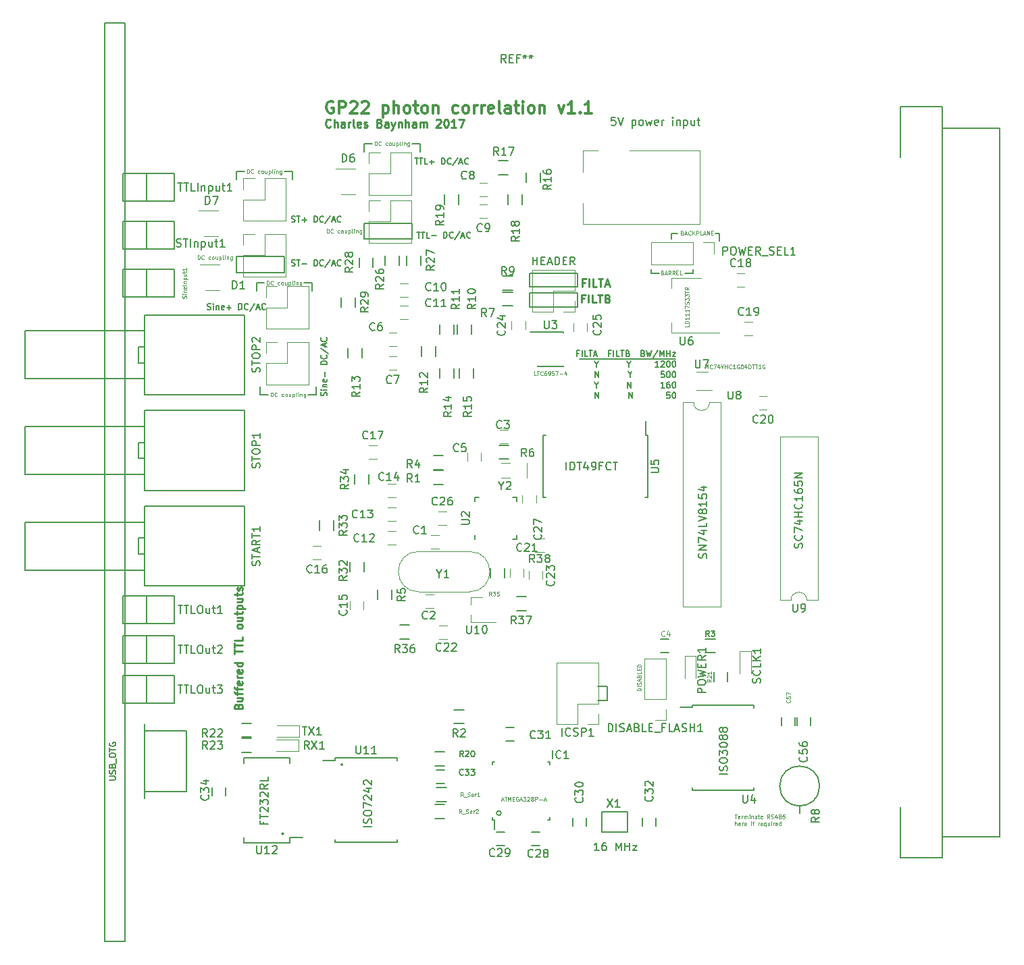
<source format=gto>
G04 #@! TF.FileFunction,Legend,Top*
%FSLAX46Y46*%
G04 Gerber Fmt 4.6, Leading zero omitted, Abs format (unit mm)*
G04 Created by KiCad (PCBNEW 4.0.7) date 08/08/18 19:17:42*
%MOMM*%
%LPD*%
G01*
G04 APERTURE LIST*
%ADD10C,0.150000*%
%ADD11C,0.250000*%
%ADD12C,0.187500*%
%ADD13C,0.300000*%
%ADD14C,0.200000*%
%ADD15C,0.125000*%
%ADD16C,0.120000*%
%ADD17C,0.127000*%
G04 APERTURE END LIST*
D10*
D11*
X188309524Y-40357143D02*
X188261905Y-40404762D01*
X188119048Y-40452381D01*
X188023810Y-40452381D01*
X187880952Y-40404762D01*
X187785714Y-40309524D01*
X187738095Y-40214286D01*
X187690476Y-40023810D01*
X187690476Y-39880952D01*
X187738095Y-39690476D01*
X187785714Y-39595238D01*
X187880952Y-39500000D01*
X188023810Y-39452381D01*
X188119048Y-39452381D01*
X188261905Y-39500000D01*
X188309524Y-39547619D01*
X188738095Y-40452381D02*
X188738095Y-39452381D01*
X189166667Y-40452381D02*
X189166667Y-39928571D01*
X189119048Y-39833333D01*
X189023810Y-39785714D01*
X188880952Y-39785714D01*
X188785714Y-39833333D01*
X188738095Y-39880952D01*
X190071429Y-40452381D02*
X190071429Y-39928571D01*
X190023810Y-39833333D01*
X189928572Y-39785714D01*
X189738095Y-39785714D01*
X189642857Y-39833333D01*
X190071429Y-40404762D02*
X189976191Y-40452381D01*
X189738095Y-40452381D01*
X189642857Y-40404762D01*
X189595238Y-40309524D01*
X189595238Y-40214286D01*
X189642857Y-40119048D01*
X189738095Y-40071429D01*
X189976191Y-40071429D01*
X190071429Y-40023810D01*
X190547619Y-40452381D02*
X190547619Y-39785714D01*
X190547619Y-39976190D02*
X190595238Y-39880952D01*
X190642857Y-39833333D01*
X190738095Y-39785714D01*
X190833334Y-39785714D01*
X191309524Y-40452381D02*
X191214286Y-40404762D01*
X191166667Y-40309524D01*
X191166667Y-39452381D01*
X192071430Y-40404762D02*
X191976192Y-40452381D01*
X191785715Y-40452381D01*
X191690477Y-40404762D01*
X191642858Y-40309524D01*
X191642858Y-39928571D01*
X191690477Y-39833333D01*
X191785715Y-39785714D01*
X191976192Y-39785714D01*
X192071430Y-39833333D01*
X192119049Y-39928571D01*
X192119049Y-40023810D01*
X191642858Y-40119048D01*
X192500001Y-40404762D02*
X192595239Y-40452381D01*
X192785715Y-40452381D01*
X192880954Y-40404762D01*
X192928573Y-40309524D01*
X192928573Y-40261905D01*
X192880954Y-40166667D01*
X192785715Y-40119048D01*
X192642858Y-40119048D01*
X192547620Y-40071429D01*
X192500001Y-39976190D01*
X192500001Y-39928571D01*
X192547620Y-39833333D01*
X192642858Y-39785714D01*
X192785715Y-39785714D01*
X192880954Y-39833333D01*
X194452383Y-39928571D02*
X194595240Y-39976190D01*
X194642859Y-40023810D01*
X194690478Y-40119048D01*
X194690478Y-40261905D01*
X194642859Y-40357143D01*
X194595240Y-40404762D01*
X194500002Y-40452381D01*
X194119049Y-40452381D01*
X194119049Y-39452381D01*
X194452383Y-39452381D01*
X194547621Y-39500000D01*
X194595240Y-39547619D01*
X194642859Y-39642857D01*
X194642859Y-39738095D01*
X194595240Y-39833333D01*
X194547621Y-39880952D01*
X194452383Y-39928571D01*
X194119049Y-39928571D01*
X195547621Y-40452381D02*
X195547621Y-39928571D01*
X195500002Y-39833333D01*
X195404764Y-39785714D01*
X195214287Y-39785714D01*
X195119049Y-39833333D01*
X195547621Y-40404762D02*
X195452383Y-40452381D01*
X195214287Y-40452381D01*
X195119049Y-40404762D01*
X195071430Y-40309524D01*
X195071430Y-40214286D01*
X195119049Y-40119048D01*
X195214287Y-40071429D01*
X195452383Y-40071429D01*
X195547621Y-40023810D01*
X195928573Y-39785714D02*
X196166668Y-40452381D01*
X196404764Y-39785714D02*
X196166668Y-40452381D01*
X196071430Y-40690476D01*
X196023811Y-40738095D01*
X195928573Y-40785714D01*
X196785716Y-39785714D02*
X196785716Y-40452381D01*
X196785716Y-39880952D02*
X196833335Y-39833333D01*
X196928573Y-39785714D01*
X197071431Y-39785714D01*
X197166669Y-39833333D01*
X197214288Y-39928571D01*
X197214288Y-40452381D01*
X197690478Y-40452381D02*
X197690478Y-39452381D01*
X198119050Y-40452381D02*
X198119050Y-39928571D01*
X198071431Y-39833333D01*
X197976193Y-39785714D01*
X197833335Y-39785714D01*
X197738097Y-39833333D01*
X197690478Y-39880952D01*
X199023812Y-40452381D02*
X199023812Y-39928571D01*
X198976193Y-39833333D01*
X198880955Y-39785714D01*
X198690478Y-39785714D01*
X198595240Y-39833333D01*
X199023812Y-40404762D02*
X198928574Y-40452381D01*
X198690478Y-40452381D01*
X198595240Y-40404762D01*
X198547621Y-40309524D01*
X198547621Y-40214286D01*
X198595240Y-40119048D01*
X198690478Y-40071429D01*
X198928574Y-40071429D01*
X199023812Y-40023810D01*
X199500002Y-40452381D02*
X199500002Y-39785714D01*
X199500002Y-39880952D02*
X199547621Y-39833333D01*
X199642859Y-39785714D01*
X199785717Y-39785714D01*
X199880955Y-39833333D01*
X199928574Y-39928571D01*
X199928574Y-40452381D01*
X199928574Y-39928571D02*
X199976193Y-39833333D01*
X200071431Y-39785714D01*
X200214288Y-39785714D01*
X200309526Y-39833333D01*
X200357145Y-39928571D01*
X200357145Y-40452381D01*
X201547621Y-39547619D02*
X201595240Y-39500000D01*
X201690478Y-39452381D01*
X201928574Y-39452381D01*
X202023812Y-39500000D01*
X202071431Y-39547619D01*
X202119050Y-39642857D01*
X202119050Y-39738095D01*
X202071431Y-39880952D01*
X201500002Y-40452381D01*
X202119050Y-40452381D01*
X202738097Y-39452381D02*
X202833336Y-39452381D01*
X202928574Y-39500000D01*
X202976193Y-39547619D01*
X203023812Y-39642857D01*
X203071431Y-39833333D01*
X203071431Y-40071429D01*
X203023812Y-40261905D01*
X202976193Y-40357143D01*
X202928574Y-40404762D01*
X202833336Y-40452381D01*
X202738097Y-40452381D01*
X202642859Y-40404762D01*
X202595240Y-40357143D01*
X202547621Y-40261905D01*
X202500002Y-40071429D01*
X202500002Y-39833333D01*
X202547621Y-39642857D01*
X202595240Y-39547619D01*
X202642859Y-39500000D01*
X202738097Y-39452381D01*
X204023812Y-40452381D02*
X203452383Y-40452381D01*
X203738097Y-40452381D02*
X203738097Y-39452381D01*
X203642859Y-39595238D01*
X203547621Y-39690476D01*
X203452383Y-39738095D01*
X204357145Y-39452381D02*
X205023812Y-39452381D01*
X204595240Y-40452381D01*
X176728571Y-113085716D02*
X176776190Y-112942859D01*
X176823810Y-112895240D01*
X176919048Y-112847621D01*
X177061905Y-112847621D01*
X177157143Y-112895240D01*
X177204762Y-112942859D01*
X177252381Y-113038097D01*
X177252381Y-113419050D01*
X176252381Y-113419050D01*
X176252381Y-113085716D01*
X176300000Y-112990478D01*
X176347619Y-112942859D01*
X176442857Y-112895240D01*
X176538095Y-112895240D01*
X176633333Y-112942859D01*
X176680952Y-112990478D01*
X176728571Y-113085716D01*
X176728571Y-113419050D01*
X176585714Y-111990478D02*
X177252381Y-111990478D01*
X176585714Y-112419050D02*
X177109524Y-112419050D01*
X177204762Y-112371431D01*
X177252381Y-112276193D01*
X177252381Y-112133335D01*
X177204762Y-112038097D01*
X177157143Y-111990478D01*
X176585714Y-111657145D02*
X176585714Y-111276193D01*
X177252381Y-111514288D02*
X176395238Y-111514288D01*
X176300000Y-111466669D01*
X176252381Y-111371431D01*
X176252381Y-111276193D01*
X176585714Y-111085716D02*
X176585714Y-110704764D01*
X177252381Y-110942859D02*
X176395238Y-110942859D01*
X176300000Y-110895240D01*
X176252381Y-110800002D01*
X176252381Y-110704764D01*
X177204762Y-109990477D02*
X177252381Y-110085715D01*
X177252381Y-110276192D01*
X177204762Y-110371430D01*
X177109524Y-110419049D01*
X176728571Y-110419049D01*
X176633333Y-110371430D01*
X176585714Y-110276192D01*
X176585714Y-110085715D01*
X176633333Y-109990477D01*
X176728571Y-109942858D01*
X176823810Y-109942858D01*
X176919048Y-110419049D01*
X177252381Y-109514287D02*
X176585714Y-109514287D01*
X176776190Y-109514287D02*
X176680952Y-109466668D01*
X176633333Y-109419049D01*
X176585714Y-109323811D01*
X176585714Y-109228572D01*
X177204762Y-108514286D02*
X177252381Y-108609524D01*
X177252381Y-108800001D01*
X177204762Y-108895239D01*
X177109524Y-108942858D01*
X176728571Y-108942858D01*
X176633333Y-108895239D01*
X176585714Y-108800001D01*
X176585714Y-108609524D01*
X176633333Y-108514286D01*
X176728571Y-108466667D01*
X176823810Y-108466667D01*
X176919048Y-108942858D01*
X177252381Y-107609524D02*
X176252381Y-107609524D01*
X177204762Y-107609524D02*
X177252381Y-107704762D01*
X177252381Y-107895239D01*
X177204762Y-107990477D01*
X177157143Y-108038096D01*
X177061905Y-108085715D01*
X176776190Y-108085715D01*
X176680952Y-108038096D01*
X176633333Y-107990477D01*
X176585714Y-107895239D01*
X176585714Y-107704762D01*
X176633333Y-107609524D01*
X176252381Y-106514286D02*
X176252381Y-105942857D01*
X177252381Y-106228572D02*
X176252381Y-106228572D01*
X176252381Y-105752381D02*
X176252381Y-105180952D01*
X177252381Y-105466667D02*
X176252381Y-105466667D01*
X177252381Y-104371428D02*
X177252381Y-104847619D01*
X176252381Y-104847619D01*
X177252381Y-103133333D02*
X177204762Y-103228571D01*
X177157143Y-103276190D01*
X177061905Y-103323809D01*
X176776190Y-103323809D01*
X176680952Y-103276190D01*
X176633333Y-103228571D01*
X176585714Y-103133333D01*
X176585714Y-102990475D01*
X176633333Y-102895237D01*
X176680952Y-102847618D01*
X176776190Y-102799999D01*
X177061905Y-102799999D01*
X177157143Y-102847618D01*
X177204762Y-102895237D01*
X177252381Y-102990475D01*
X177252381Y-103133333D01*
X176585714Y-101942856D02*
X177252381Y-101942856D01*
X176585714Y-102371428D02*
X177109524Y-102371428D01*
X177204762Y-102323809D01*
X177252381Y-102228571D01*
X177252381Y-102085713D01*
X177204762Y-101990475D01*
X177157143Y-101942856D01*
X176585714Y-101609523D02*
X176585714Y-101228571D01*
X176252381Y-101466666D02*
X177109524Y-101466666D01*
X177204762Y-101419047D01*
X177252381Y-101323809D01*
X177252381Y-101228571D01*
X176585714Y-100895237D02*
X177585714Y-100895237D01*
X176633333Y-100895237D02*
X176585714Y-100799999D01*
X176585714Y-100609522D01*
X176633333Y-100514284D01*
X176680952Y-100466665D01*
X176776190Y-100419046D01*
X177061905Y-100419046D01*
X177157143Y-100466665D01*
X177204762Y-100514284D01*
X177252381Y-100609522D01*
X177252381Y-100799999D01*
X177204762Y-100895237D01*
X176585714Y-99561903D02*
X177252381Y-99561903D01*
X176585714Y-99990475D02*
X177109524Y-99990475D01*
X177204762Y-99942856D01*
X177252381Y-99847618D01*
X177252381Y-99704760D01*
X177204762Y-99609522D01*
X177157143Y-99561903D01*
X176585714Y-99228570D02*
X176585714Y-98847618D01*
X176252381Y-99085713D02*
X177109524Y-99085713D01*
X177204762Y-99038094D01*
X177252381Y-98942856D01*
X177252381Y-98847618D01*
X177204762Y-98561903D02*
X177252381Y-98466665D01*
X177252381Y-98276189D01*
X177204762Y-98180950D01*
X177109524Y-98133331D01*
X177061905Y-98133331D01*
X176966667Y-98180950D01*
X176919048Y-98276189D01*
X176919048Y-98419046D01*
X176871429Y-98514284D01*
X176776190Y-98561903D01*
X176728571Y-98561903D01*
X176633333Y-98514284D01*
X176585714Y-98419046D01*
X176585714Y-98276189D01*
X176633333Y-98180950D01*
D12*
X187803571Y-74142857D02*
X187839286Y-74035714D01*
X187839286Y-73857143D01*
X187803571Y-73785714D01*
X187767857Y-73750000D01*
X187696429Y-73714285D01*
X187625000Y-73714285D01*
X187553571Y-73750000D01*
X187517857Y-73785714D01*
X187482143Y-73857143D01*
X187446429Y-74000000D01*
X187410714Y-74071428D01*
X187375000Y-74107143D01*
X187303571Y-74142857D01*
X187232143Y-74142857D01*
X187160714Y-74107143D01*
X187125000Y-74071428D01*
X187089286Y-74000000D01*
X187089286Y-73821428D01*
X187125000Y-73714285D01*
X187839286Y-73392857D02*
X187339286Y-73392857D01*
X187089286Y-73392857D02*
X187125000Y-73428571D01*
X187160714Y-73392857D01*
X187125000Y-73357142D01*
X187089286Y-73392857D01*
X187160714Y-73392857D01*
X187339286Y-73035714D02*
X187839286Y-73035714D01*
X187410714Y-73035714D02*
X187375000Y-72999999D01*
X187339286Y-72928571D01*
X187339286Y-72821428D01*
X187375000Y-72749999D01*
X187446429Y-72714285D01*
X187839286Y-72714285D01*
X187803571Y-72071428D02*
X187839286Y-72142857D01*
X187839286Y-72285714D01*
X187803571Y-72357143D01*
X187732143Y-72392857D01*
X187446429Y-72392857D01*
X187375000Y-72357143D01*
X187339286Y-72285714D01*
X187339286Y-72142857D01*
X187375000Y-72071428D01*
X187446429Y-72035714D01*
X187517857Y-72035714D01*
X187589286Y-72392857D01*
X187553571Y-71714286D02*
X187553571Y-71142857D01*
X187839286Y-70214286D02*
X187089286Y-70214286D01*
X187089286Y-70035714D01*
X187125000Y-69928571D01*
X187196429Y-69857143D01*
X187267857Y-69821428D01*
X187410714Y-69785714D01*
X187517857Y-69785714D01*
X187660714Y-69821428D01*
X187732143Y-69857143D01*
X187803571Y-69928571D01*
X187839286Y-70035714D01*
X187839286Y-70214286D01*
X187767857Y-69035714D02*
X187803571Y-69071428D01*
X187839286Y-69178571D01*
X187839286Y-69250000D01*
X187803571Y-69357143D01*
X187732143Y-69428571D01*
X187660714Y-69464286D01*
X187517857Y-69500000D01*
X187410714Y-69500000D01*
X187267857Y-69464286D01*
X187196429Y-69428571D01*
X187125000Y-69357143D01*
X187089286Y-69250000D01*
X187089286Y-69178571D01*
X187125000Y-69071428D01*
X187160714Y-69035714D01*
X187053571Y-68178571D02*
X188017857Y-68821428D01*
X187625000Y-67964286D02*
X187625000Y-67607143D01*
X187839286Y-68035714D02*
X187089286Y-67785714D01*
X187839286Y-67535714D01*
X187767857Y-66857143D02*
X187803571Y-66892857D01*
X187839286Y-67000000D01*
X187839286Y-67071429D01*
X187803571Y-67178572D01*
X187732143Y-67250000D01*
X187660714Y-67285715D01*
X187517857Y-67321429D01*
X187410714Y-67321429D01*
X187267857Y-67285715D01*
X187196429Y-67250000D01*
X187125000Y-67178572D01*
X187089286Y-67071429D01*
X187089286Y-67000000D01*
X187125000Y-66892857D01*
X187160714Y-66857143D01*
X172857143Y-63303571D02*
X172964286Y-63339286D01*
X173142857Y-63339286D01*
X173214286Y-63303571D01*
X173250000Y-63267857D01*
X173285715Y-63196429D01*
X173285715Y-63125000D01*
X173250000Y-63053571D01*
X173214286Y-63017857D01*
X173142857Y-62982143D01*
X173000000Y-62946429D01*
X172928572Y-62910714D01*
X172892857Y-62875000D01*
X172857143Y-62803571D01*
X172857143Y-62732143D01*
X172892857Y-62660714D01*
X172928572Y-62625000D01*
X173000000Y-62589286D01*
X173178572Y-62589286D01*
X173285715Y-62625000D01*
X173607143Y-63339286D02*
X173607143Y-62839286D01*
X173607143Y-62589286D02*
X173571429Y-62625000D01*
X173607143Y-62660714D01*
X173642858Y-62625000D01*
X173607143Y-62589286D01*
X173607143Y-62660714D01*
X173964286Y-62839286D02*
X173964286Y-63339286D01*
X173964286Y-62910714D02*
X174000001Y-62875000D01*
X174071429Y-62839286D01*
X174178572Y-62839286D01*
X174250001Y-62875000D01*
X174285715Y-62946429D01*
X174285715Y-63339286D01*
X174928572Y-63303571D02*
X174857143Y-63339286D01*
X174714286Y-63339286D01*
X174642857Y-63303571D01*
X174607143Y-63232143D01*
X174607143Y-62946429D01*
X174642857Y-62875000D01*
X174714286Y-62839286D01*
X174857143Y-62839286D01*
X174928572Y-62875000D01*
X174964286Y-62946429D01*
X174964286Y-63017857D01*
X174607143Y-63089286D01*
X175285714Y-63053571D02*
X175857143Y-63053571D01*
X175571429Y-63339286D02*
X175571429Y-62767857D01*
X176785714Y-63339286D02*
X176785714Y-62589286D01*
X176964286Y-62589286D01*
X177071429Y-62625000D01*
X177142857Y-62696429D01*
X177178572Y-62767857D01*
X177214286Y-62910714D01*
X177214286Y-63017857D01*
X177178572Y-63160714D01*
X177142857Y-63232143D01*
X177071429Y-63303571D01*
X176964286Y-63339286D01*
X176785714Y-63339286D01*
X177964286Y-63267857D02*
X177928572Y-63303571D01*
X177821429Y-63339286D01*
X177750000Y-63339286D01*
X177642857Y-63303571D01*
X177571429Y-63232143D01*
X177535714Y-63160714D01*
X177500000Y-63017857D01*
X177500000Y-62910714D01*
X177535714Y-62767857D01*
X177571429Y-62696429D01*
X177642857Y-62625000D01*
X177750000Y-62589286D01*
X177821429Y-62589286D01*
X177928572Y-62625000D01*
X177964286Y-62660714D01*
X178821429Y-62553571D02*
X178178572Y-63517857D01*
X179035714Y-63125000D02*
X179392857Y-63125000D01*
X178964286Y-63339286D02*
X179214286Y-62589286D01*
X179464286Y-63339286D01*
X180142857Y-63267857D02*
X180107143Y-63303571D01*
X180000000Y-63339286D01*
X179928571Y-63339286D01*
X179821428Y-63303571D01*
X179750000Y-63232143D01*
X179714285Y-63160714D01*
X179678571Y-63017857D01*
X179678571Y-62910714D01*
X179714285Y-62767857D01*
X179750000Y-62696429D01*
X179821428Y-62625000D01*
X179928571Y-62589286D01*
X180000000Y-62589286D01*
X180107143Y-62625000D01*
X180142857Y-62660714D01*
X183410714Y-57803571D02*
X183517857Y-57839286D01*
X183696428Y-57839286D01*
X183767857Y-57803571D01*
X183803571Y-57767857D01*
X183839286Y-57696429D01*
X183839286Y-57625000D01*
X183803571Y-57553571D01*
X183767857Y-57517857D01*
X183696428Y-57482143D01*
X183553571Y-57446429D01*
X183482143Y-57410714D01*
X183446428Y-57375000D01*
X183410714Y-57303571D01*
X183410714Y-57232143D01*
X183446428Y-57160714D01*
X183482143Y-57125000D01*
X183553571Y-57089286D01*
X183732143Y-57089286D01*
X183839286Y-57125000D01*
X184053572Y-57089286D02*
X184482143Y-57089286D01*
X184267857Y-57839286D02*
X184267857Y-57089286D01*
X184732143Y-57553571D02*
X185303572Y-57553571D01*
X186232143Y-57839286D02*
X186232143Y-57089286D01*
X186410715Y-57089286D01*
X186517858Y-57125000D01*
X186589286Y-57196429D01*
X186625001Y-57267857D01*
X186660715Y-57410714D01*
X186660715Y-57517857D01*
X186625001Y-57660714D01*
X186589286Y-57732143D01*
X186517858Y-57803571D01*
X186410715Y-57839286D01*
X186232143Y-57839286D01*
X187410715Y-57767857D02*
X187375001Y-57803571D01*
X187267858Y-57839286D01*
X187196429Y-57839286D01*
X187089286Y-57803571D01*
X187017858Y-57732143D01*
X186982143Y-57660714D01*
X186946429Y-57517857D01*
X186946429Y-57410714D01*
X186982143Y-57267857D01*
X187017858Y-57196429D01*
X187089286Y-57125000D01*
X187196429Y-57089286D01*
X187267858Y-57089286D01*
X187375001Y-57125000D01*
X187410715Y-57160714D01*
X188267858Y-57053571D02*
X187625001Y-58017857D01*
X188482143Y-57625000D02*
X188839286Y-57625000D01*
X188410715Y-57839286D02*
X188660715Y-57089286D01*
X188910715Y-57839286D01*
X189589286Y-57767857D02*
X189553572Y-57803571D01*
X189446429Y-57839286D01*
X189375000Y-57839286D01*
X189267857Y-57803571D01*
X189196429Y-57732143D01*
X189160714Y-57660714D01*
X189125000Y-57517857D01*
X189125000Y-57410714D01*
X189160714Y-57267857D01*
X189196429Y-57196429D01*
X189267857Y-57125000D01*
X189375000Y-57089286D01*
X189446429Y-57089286D01*
X189553572Y-57125000D01*
X189589286Y-57160714D01*
X183410714Y-52303571D02*
X183517857Y-52339286D01*
X183696428Y-52339286D01*
X183767857Y-52303571D01*
X183803571Y-52267857D01*
X183839286Y-52196429D01*
X183839286Y-52125000D01*
X183803571Y-52053571D01*
X183767857Y-52017857D01*
X183696428Y-51982143D01*
X183553571Y-51946429D01*
X183482143Y-51910714D01*
X183446428Y-51875000D01*
X183410714Y-51803571D01*
X183410714Y-51732143D01*
X183446428Y-51660714D01*
X183482143Y-51625000D01*
X183553571Y-51589286D01*
X183732143Y-51589286D01*
X183839286Y-51625000D01*
X184053572Y-51589286D02*
X184482143Y-51589286D01*
X184267857Y-52339286D02*
X184267857Y-51589286D01*
X184732143Y-52053571D02*
X185303572Y-52053571D01*
X185017858Y-52339286D02*
X185017858Y-51767857D01*
X186232143Y-52339286D02*
X186232143Y-51589286D01*
X186410715Y-51589286D01*
X186517858Y-51625000D01*
X186589286Y-51696429D01*
X186625001Y-51767857D01*
X186660715Y-51910714D01*
X186660715Y-52017857D01*
X186625001Y-52160714D01*
X186589286Y-52232143D01*
X186517858Y-52303571D01*
X186410715Y-52339286D01*
X186232143Y-52339286D01*
X187410715Y-52267857D02*
X187375001Y-52303571D01*
X187267858Y-52339286D01*
X187196429Y-52339286D01*
X187089286Y-52303571D01*
X187017858Y-52232143D01*
X186982143Y-52160714D01*
X186946429Y-52017857D01*
X186946429Y-51910714D01*
X186982143Y-51767857D01*
X187017858Y-51696429D01*
X187089286Y-51625000D01*
X187196429Y-51589286D01*
X187267858Y-51589286D01*
X187375001Y-51625000D01*
X187410715Y-51660714D01*
X188267858Y-51553571D02*
X187625001Y-52517857D01*
X188482143Y-52125000D02*
X188839286Y-52125000D01*
X188410715Y-52339286D02*
X188660715Y-51589286D01*
X188910715Y-52339286D01*
X189589286Y-52267857D02*
X189553572Y-52303571D01*
X189446429Y-52339286D01*
X189375000Y-52339286D01*
X189267857Y-52303571D01*
X189196429Y-52232143D01*
X189160714Y-52160714D01*
X189125000Y-52017857D01*
X189125000Y-51910714D01*
X189160714Y-51767857D01*
X189196429Y-51696429D01*
X189267857Y-51625000D01*
X189375000Y-51589286D01*
X189446429Y-51589286D01*
X189553572Y-51625000D01*
X189589286Y-51660714D01*
X199107143Y-53589286D02*
X199535714Y-53589286D01*
X199321428Y-54339286D02*
X199321428Y-53589286D01*
X199678572Y-53589286D02*
X200107143Y-53589286D01*
X199892857Y-54339286D02*
X199892857Y-53589286D01*
X200714286Y-54339286D02*
X200357143Y-54339286D01*
X200357143Y-53589286D01*
X200964286Y-54053571D02*
X201535715Y-54053571D01*
X202464286Y-54339286D02*
X202464286Y-53589286D01*
X202642858Y-53589286D01*
X202750001Y-53625000D01*
X202821429Y-53696429D01*
X202857144Y-53767857D01*
X202892858Y-53910714D01*
X202892858Y-54017857D01*
X202857144Y-54160714D01*
X202821429Y-54232143D01*
X202750001Y-54303571D01*
X202642858Y-54339286D01*
X202464286Y-54339286D01*
X203642858Y-54267857D02*
X203607144Y-54303571D01*
X203500001Y-54339286D01*
X203428572Y-54339286D01*
X203321429Y-54303571D01*
X203250001Y-54232143D01*
X203214286Y-54160714D01*
X203178572Y-54017857D01*
X203178572Y-53910714D01*
X203214286Y-53767857D01*
X203250001Y-53696429D01*
X203321429Y-53625000D01*
X203428572Y-53589286D01*
X203500001Y-53589286D01*
X203607144Y-53625000D01*
X203642858Y-53660714D01*
X204500001Y-53553571D02*
X203857144Y-54517857D01*
X204714286Y-54125000D02*
X205071429Y-54125000D01*
X204642858Y-54339286D02*
X204892858Y-53589286D01*
X205142858Y-54339286D01*
X205821429Y-54267857D02*
X205785715Y-54303571D01*
X205678572Y-54339286D01*
X205607143Y-54339286D01*
X205500000Y-54303571D01*
X205428572Y-54232143D01*
X205392857Y-54160714D01*
X205357143Y-54017857D01*
X205357143Y-53910714D01*
X205392857Y-53767857D01*
X205428572Y-53696429D01*
X205500000Y-53625000D01*
X205607143Y-53589286D01*
X205678572Y-53589286D01*
X205785715Y-53625000D01*
X205821429Y-53660714D01*
X198857143Y-44339286D02*
X199285714Y-44339286D01*
X199071428Y-45089286D02*
X199071428Y-44339286D01*
X199428572Y-44339286D02*
X199857143Y-44339286D01*
X199642857Y-45089286D02*
X199642857Y-44339286D01*
X200464286Y-45089286D02*
X200107143Y-45089286D01*
X200107143Y-44339286D01*
X200714286Y-44803571D02*
X201285715Y-44803571D01*
X201000001Y-45089286D02*
X201000001Y-44517857D01*
X202214286Y-45089286D02*
X202214286Y-44339286D01*
X202392858Y-44339286D01*
X202500001Y-44375000D01*
X202571429Y-44446429D01*
X202607144Y-44517857D01*
X202642858Y-44660714D01*
X202642858Y-44767857D01*
X202607144Y-44910714D01*
X202571429Y-44982143D01*
X202500001Y-45053571D01*
X202392858Y-45089286D01*
X202214286Y-45089286D01*
X203392858Y-45017857D02*
X203357144Y-45053571D01*
X203250001Y-45089286D01*
X203178572Y-45089286D01*
X203071429Y-45053571D01*
X203000001Y-44982143D01*
X202964286Y-44910714D01*
X202928572Y-44767857D01*
X202928572Y-44660714D01*
X202964286Y-44517857D01*
X203000001Y-44446429D01*
X203071429Y-44375000D01*
X203178572Y-44339286D01*
X203250001Y-44339286D01*
X203357144Y-44375000D01*
X203392858Y-44410714D01*
X204250001Y-44303571D02*
X203607144Y-45267857D01*
X204464286Y-44875000D02*
X204821429Y-44875000D01*
X204392858Y-45089286D02*
X204642858Y-44339286D01*
X204892858Y-45089286D01*
X205571429Y-45017857D02*
X205535715Y-45053571D01*
X205428572Y-45089286D01*
X205357143Y-45089286D01*
X205250000Y-45053571D01*
X205178572Y-44982143D01*
X205142857Y-44910714D01*
X205107143Y-44767857D01*
X205107143Y-44660714D01*
X205142857Y-44517857D01*
X205178572Y-44446429D01*
X205250000Y-44375000D01*
X205357143Y-44339286D01*
X205428572Y-44339286D01*
X205535715Y-44375000D01*
X205571429Y-44410714D01*
D13*
X188642857Y-37250000D02*
X188500000Y-37178571D01*
X188285714Y-37178571D01*
X188071429Y-37250000D01*
X187928571Y-37392857D01*
X187857143Y-37535714D01*
X187785714Y-37821429D01*
X187785714Y-38035714D01*
X187857143Y-38321429D01*
X187928571Y-38464286D01*
X188071429Y-38607143D01*
X188285714Y-38678571D01*
X188428571Y-38678571D01*
X188642857Y-38607143D01*
X188714286Y-38535714D01*
X188714286Y-38035714D01*
X188428571Y-38035714D01*
X189357143Y-38678571D02*
X189357143Y-37178571D01*
X189928571Y-37178571D01*
X190071429Y-37250000D01*
X190142857Y-37321429D01*
X190214286Y-37464286D01*
X190214286Y-37678571D01*
X190142857Y-37821429D01*
X190071429Y-37892857D01*
X189928571Y-37964286D01*
X189357143Y-37964286D01*
X190785714Y-37321429D02*
X190857143Y-37250000D01*
X191000000Y-37178571D01*
X191357143Y-37178571D01*
X191500000Y-37250000D01*
X191571429Y-37321429D01*
X191642857Y-37464286D01*
X191642857Y-37607143D01*
X191571429Y-37821429D01*
X190714286Y-38678571D01*
X191642857Y-38678571D01*
X192214285Y-37321429D02*
X192285714Y-37250000D01*
X192428571Y-37178571D01*
X192785714Y-37178571D01*
X192928571Y-37250000D01*
X193000000Y-37321429D01*
X193071428Y-37464286D01*
X193071428Y-37607143D01*
X193000000Y-37821429D01*
X192142857Y-38678571D01*
X193071428Y-38678571D01*
X194857142Y-37678571D02*
X194857142Y-39178571D01*
X194857142Y-37750000D02*
X194999999Y-37678571D01*
X195285713Y-37678571D01*
X195428570Y-37750000D01*
X195499999Y-37821429D01*
X195571428Y-37964286D01*
X195571428Y-38392857D01*
X195499999Y-38535714D01*
X195428570Y-38607143D01*
X195285713Y-38678571D01*
X194999999Y-38678571D01*
X194857142Y-38607143D01*
X196214285Y-38678571D02*
X196214285Y-37178571D01*
X196857142Y-38678571D02*
X196857142Y-37892857D01*
X196785713Y-37750000D01*
X196642856Y-37678571D01*
X196428571Y-37678571D01*
X196285713Y-37750000D01*
X196214285Y-37821429D01*
X197785714Y-38678571D02*
X197642856Y-38607143D01*
X197571428Y-38535714D01*
X197499999Y-38392857D01*
X197499999Y-37964286D01*
X197571428Y-37821429D01*
X197642856Y-37750000D01*
X197785714Y-37678571D01*
X197999999Y-37678571D01*
X198142856Y-37750000D01*
X198214285Y-37821429D01*
X198285714Y-37964286D01*
X198285714Y-38392857D01*
X198214285Y-38535714D01*
X198142856Y-38607143D01*
X197999999Y-38678571D01*
X197785714Y-38678571D01*
X198714285Y-37678571D02*
X199285714Y-37678571D01*
X198928571Y-37178571D02*
X198928571Y-38464286D01*
X198999999Y-38607143D01*
X199142857Y-38678571D01*
X199285714Y-38678571D01*
X200000000Y-38678571D02*
X199857142Y-38607143D01*
X199785714Y-38535714D01*
X199714285Y-38392857D01*
X199714285Y-37964286D01*
X199785714Y-37821429D01*
X199857142Y-37750000D01*
X200000000Y-37678571D01*
X200214285Y-37678571D01*
X200357142Y-37750000D01*
X200428571Y-37821429D01*
X200500000Y-37964286D01*
X200500000Y-38392857D01*
X200428571Y-38535714D01*
X200357142Y-38607143D01*
X200214285Y-38678571D01*
X200000000Y-38678571D01*
X201142857Y-37678571D02*
X201142857Y-38678571D01*
X201142857Y-37821429D02*
X201214285Y-37750000D01*
X201357143Y-37678571D01*
X201571428Y-37678571D01*
X201714285Y-37750000D01*
X201785714Y-37892857D01*
X201785714Y-38678571D01*
X204285714Y-38607143D02*
X204142857Y-38678571D01*
X203857143Y-38678571D01*
X203714285Y-38607143D01*
X203642857Y-38535714D01*
X203571428Y-38392857D01*
X203571428Y-37964286D01*
X203642857Y-37821429D01*
X203714285Y-37750000D01*
X203857143Y-37678571D01*
X204142857Y-37678571D01*
X204285714Y-37750000D01*
X205142857Y-38678571D02*
X204999999Y-38607143D01*
X204928571Y-38535714D01*
X204857142Y-38392857D01*
X204857142Y-37964286D01*
X204928571Y-37821429D01*
X204999999Y-37750000D01*
X205142857Y-37678571D01*
X205357142Y-37678571D01*
X205499999Y-37750000D01*
X205571428Y-37821429D01*
X205642857Y-37964286D01*
X205642857Y-38392857D01*
X205571428Y-38535714D01*
X205499999Y-38607143D01*
X205357142Y-38678571D01*
X205142857Y-38678571D01*
X206285714Y-38678571D02*
X206285714Y-37678571D01*
X206285714Y-37964286D02*
X206357142Y-37821429D01*
X206428571Y-37750000D01*
X206571428Y-37678571D01*
X206714285Y-37678571D01*
X207214285Y-38678571D02*
X207214285Y-37678571D01*
X207214285Y-37964286D02*
X207285713Y-37821429D01*
X207357142Y-37750000D01*
X207499999Y-37678571D01*
X207642856Y-37678571D01*
X208714284Y-38607143D02*
X208571427Y-38678571D01*
X208285713Y-38678571D01*
X208142856Y-38607143D01*
X208071427Y-38464286D01*
X208071427Y-37892857D01*
X208142856Y-37750000D01*
X208285713Y-37678571D01*
X208571427Y-37678571D01*
X208714284Y-37750000D01*
X208785713Y-37892857D01*
X208785713Y-38035714D01*
X208071427Y-38178571D01*
X209642856Y-38678571D02*
X209499998Y-38607143D01*
X209428570Y-38464286D01*
X209428570Y-37178571D01*
X210857141Y-38678571D02*
X210857141Y-37892857D01*
X210785712Y-37750000D01*
X210642855Y-37678571D01*
X210357141Y-37678571D01*
X210214284Y-37750000D01*
X210857141Y-38607143D02*
X210714284Y-38678571D01*
X210357141Y-38678571D01*
X210214284Y-38607143D01*
X210142855Y-38464286D01*
X210142855Y-38321429D01*
X210214284Y-38178571D01*
X210357141Y-38107143D01*
X210714284Y-38107143D01*
X210857141Y-38035714D01*
X211357141Y-37678571D02*
X211928570Y-37678571D01*
X211571427Y-37178571D02*
X211571427Y-38464286D01*
X211642855Y-38607143D01*
X211785713Y-38678571D01*
X211928570Y-38678571D01*
X212428570Y-38678571D02*
X212428570Y-37678571D01*
X212428570Y-37178571D02*
X212357141Y-37250000D01*
X212428570Y-37321429D01*
X212499998Y-37250000D01*
X212428570Y-37178571D01*
X212428570Y-37321429D01*
X213357142Y-38678571D02*
X213214284Y-38607143D01*
X213142856Y-38535714D01*
X213071427Y-38392857D01*
X213071427Y-37964286D01*
X213142856Y-37821429D01*
X213214284Y-37750000D01*
X213357142Y-37678571D01*
X213571427Y-37678571D01*
X213714284Y-37750000D01*
X213785713Y-37821429D01*
X213857142Y-37964286D01*
X213857142Y-38392857D01*
X213785713Y-38535714D01*
X213714284Y-38607143D01*
X213571427Y-38678571D01*
X213357142Y-38678571D01*
X214499999Y-37678571D02*
X214499999Y-38678571D01*
X214499999Y-37821429D02*
X214571427Y-37750000D01*
X214714285Y-37678571D01*
X214928570Y-37678571D01*
X215071427Y-37750000D01*
X215142856Y-37892857D01*
X215142856Y-38678571D01*
X216857142Y-37678571D02*
X217214285Y-38678571D01*
X217571427Y-37678571D01*
X218928570Y-38678571D02*
X218071427Y-38678571D01*
X218499999Y-38678571D02*
X218499999Y-37178571D01*
X218357142Y-37392857D01*
X218214284Y-37535714D01*
X218071427Y-37607143D01*
X219571427Y-38535714D02*
X219642855Y-38607143D01*
X219571427Y-38678571D01*
X219499998Y-38607143D01*
X219571427Y-38535714D01*
X219571427Y-38678571D01*
X221071427Y-38678571D02*
X220214284Y-38678571D01*
X220642856Y-38678571D02*
X220642856Y-37178571D01*
X220499999Y-37392857D01*
X220357141Y-37535714D01*
X220214284Y-37607143D01*
D14*
X228500000Y-58250000D02*
X228500000Y-58750000D01*
X228500000Y-58750000D02*
X228500000Y-58500000D01*
X229000000Y-58750000D02*
X228500000Y-58750000D01*
X229500000Y-58750000D02*
X228750000Y-58750000D01*
X233750000Y-58750000D02*
X233750000Y-58250000D01*
X232750000Y-58750000D02*
X233750000Y-58750000D01*
X237000000Y-53750000D02*
X237000000Y-54750000D01*
X236500000Y-53750000D02*
X237000000Y-53750000D01*
X231000000Y-53750000D02*
X231750000Y-53750000D01*
X231000000Y-54500000D02*
X231000000Y-53750000D01*
D15*
X229892857Y-58714286D02*
X229964286Y-58738095D01*
X229988095Y-58761905D01*
X230011905Y-58809524D01*
X230011905Y-58880952D01*
X229988095Y-58928571D01*
X229964286Y-58952381D01*
X229916667Y-58976190D01*
X229726191Y-58976190D01*
X229726191Y-58476190D01*
X229892857Y-58476190D01*
X229940476Y-58500000D01*
X229964286Y-58523810D01*
X229988095Y-58571429D01*
X229988095Y-58619048D01*
X229964286Y-58666667D01*
X229940476Y-58690476D01*
X229892857Y-58714286D01*
X229726191Y-58714286D01*
X230202381Y-58833333D02*
X230440476Y-58833333D01*
X230154762Y-58976190D02*
X230321429Y-58476190D01*
X230488095Y-58976190D01*
X230940476Y-58976190D02*
X230773809Y-58738095D01*
X230654762Y-58976190D02*
X230654762Y-58476190D01*
X230845238Y-58476190D01*
X230892857Y-58500000D01*
X230916666Y-58523810D01*
X230940476Y-58571429D01*
X230940476Y-58642857D01*
X230916666Y-58690476D01*
X230892857Y-58714286D01*
X230845238Y-58738095D01*
X230654762Y-58738095D01*
X231440476Y-58976190D02*
X231273809Y-58738095D01*
X231154762Y-58976190D02*
X231154762Y-58476190D01*
X231345238Y-58476190D01*
X231392857Y-58500000D01*
X231416666Y-58523810D01*
X231440476Y-58571429D01*
X231440476Y-58642857D01*
X231416666Y-58690476D01*
X231392857Y-58714286D01*
X231345238Y-58738095D01*
X231154762Y-58738095D01*
X231654762Y-58714286D02*
X231821428Y-58714286D01*
X231892857Y-58976190D02*
X231654762Y-58976190D01*
X231654762Y-58476190D01*
X231892857Y-58476190D01*
X232345238Y-58976190D02*
X232107143Y-58976190D01*
X232107143Y-58476190D01*
X232416667Y-53714286D02*
X232488096Y-53738095D01*
X232511905Y-53761905D01*
X232535715Y-53809524D01*
X232535715Y-53880952D01*
X232511905Y-53928571D01*
X232488096Y-53952381D01*
X232440477Y-53976190D01*
X232250001Y-53976190D01*
X232250001Y-53476190D01*
X232416667Y-53476190D01*
X232464286Y-53500000D01*
X232488096Y-53523810D01*
X232511905Y-53571429D01*
X232511905Y-53619048D01*
X232488096Y-53666667D01*
X232464286Y-53690476D01*
X232416667Y-53714286D01*
X232250001Y-53714286D01*
X232726191Y-53833333D02*
X232964286Y-53833333D01*
X232678572Y-53976190D02*
X232845239Y-53476190D01*
X233011905Y-53976190D01*
X233464286Y-53928571D02*
X233440476Y-53952381D01*
X233369048Y-53976190D01*
X233321429Y-53976190D01*
X233250000Y-53952381D01*
X233202381Y-53904762D01*
X233178572Y-53857143D01*
X233154762Y-53761905D01*
X233154762Y-53690476D01*
X233178572Y-53595238D01*
X233202381Y-53547619D01*
X233250000Y-53500000D01*
X233321429Y-53476190D01*
X233369048Y-53476190D01*
X233440476Y-53500000D01*
X233464286Y-53523810D01*
X233678572Y-53976190D02*
X233678572Y-53476190D01*
X233964286Y-53976190D02*
X233750000Y-53690476D01*
X233964286Y-53476190D02*
X233678572Y-53761905D01*
X234178572Y-53976190D02*
X234178572Y-53476190D01*
X234369048Y-53476190D01*
X234416667Y-53500000D01*
X234440476Y-53523810D01*
X234464286Y-53571429D01*
X234464286Y-53642857D01*
X234440476Y-53690476D01*
X234416667Y-53714286D01*
X234369048Y-53738095D01*
X234178572Y-53738095D01*
X234916667Y-53976190D02*
X234678572Y-53976190D01*
X234678572Y-53476190D01*
X235059524Y-53833333D02*
X235297619Y-53833333D01*
X235011905Y-53976190D02*
X235178572Y-53476190D01*
X235345238Y-53976190D01*
X235511905Y-53976190D02*
X235511905Y-53476190D01*
X235797619Y-53976190D01*
X235797619Y-53476190D01*
X236035715Y-53714286D02*
X236202381Y-53714286D01*
X236273810Y-53976190D02*
X236035715Y-53976190D01*
X236035715Y-53476190D01*
X236273810Y-53476190D01*
D14*
X231500000Y-69500000D02*
X219500000Y-69500000D01*
D12*
X219428571Y-68821429D02*
X219178571Y-68821429D01*
X219178571Y-69214286D02*
X219178571Y-68464286D01*
X219535714Y-68464286D01*
X219821428Y-69214286D02*
X219821428Y-68464286D01*
X220535714Y-69214286D02*
X220178571Y-69214286D01*
X220178571Y-68464286D01*
X220678572Y-68464286D02*
X221107143Y-68464286D01*
X220892857Y-69214286D02*
X220892857Y-68464286D01*
X221321429Y-69000000D02*
X221678572Y-69000000D01*
X221250001Y-69214286D02*
X221500001Y-68464286D01*
X221750001Y-69214286D01*
X223392858Y-68821429D02*
X223142858Y-68821429D01*
X223142858Y-69214286D02*
X223142858Y-68464286D01*
X223500001Y-68464286D01*
X223785715Y-69214286D02*
X223785715Y-68464286D01*
X224500001Y-69214286D02*
X224142858Y-69214286D01*
X224142858Y-68464286D01*
X224642859Y-68464286D02*
X225071430Y-68464286D01*
X224857144Y-69214286D02*
X224857144Y-68464286D01*
X225571430Y-68821429D02*
X225678573Y-68857143D01*
X225714288Y-68892857D01*
X225750002Y-68964286D01*
X225750002Y-69071429D01*
X225714288Y-69142857D01*
X225678573Y-69178571D01*
X225607145Y-69214286D01*
X225321430Y-69214286D01*
X225321430Y-68464286D01*
X225571430Y-68464286D01*
X225642859Y-68500000D01*
X225678573Y-68535714D01*
X225714288Y-68607143D01*
X225714288Y-68678571D01*
X225678573Y-68750000D01*
X225642859Y-68785714D01*
X225571430Y-68821429D01*
X225321430Y-68821429D01*
X227464288Y-68821429D02*
X227571431Y-68857143D01*
X227607146Y-68892857D01*
X227642860Y-68964286D01*
X227642860Y-69071429D01*
X227607146Y-69142857D01*
X227571431Y-69178571D01*
X227500003Y-69214286D01*
X227214288Y-69214286D01*
X227214288Y-68464286D01*
X227464288Y-68464286D01*
X227535717Y-68500000D01*
X227571431Y-68535714D01*
X227607146Y-68607143D01*
X227607146Y-68678571D01*
X227571431Y-68750000D01*
X227535717Y-68785714D01*
X227464288Y-68821429D01*
X227214288Y-68821429D01*
X227892860Y-68464286D02*
X228071431Y-69214286D01*
X228214288Y-68678571D01*
X228357146Y-69214286D01*
X228535717Y-68464286D01*
X229357146Y-68428571D02*
X228714289Y-69392857D01*
X229607145Y-69214286D02*
X229607145Y-68464286D01*
X229857145Y-69000000D01*
X230107145Y-68464286D01*
X230107145Y-69214286D01*
X230464288Y-69214286D02*
X230464288Y-68464286D01*
X230464288Y-68821429D02*
X230892860Y-68821429D01*
X230892860Y-69214286D02*
X230892860Y-68464286D01*
X231178574Y-68714286D02*
X231571431Y-68714286D01*
X231178574Y-69214286D01*
X231571431Y-69214286D01*
X221607145Y-70169643D02*
X221607145Y-70526786D01*
X221357145Y-69776786D02*
X221607145Y-70169643D01*
X221857145Y-69776786D01*
X225678576Y-70169643D02*
X225678576Y-70526786D01*
X225428576Y-69776786D02*
X225678576Y-70169643D01*
X225928576Y-69776786D01*
X229428578Y-70526786D02*
X229000006Y-70526786D01*
X229214292Y-70526786D02*
X229214292Y-69776786D01*
X229142863Y-69883929D01*
X229071435Y-69955357D01*
X229000006Y-69991071D01*
X229714292Y-69848214D02*
X229750006Y-69812500D01*
X229821435Y-69776786D01*
X230000006Y-69776786D01*
X230071435Y-69812500D01*
X230107149Y-69848214D01*
X230142864Y-69919643D01*
X230142864Y-69991071D01*
X230107149Y-70098214D01*
X229678578Y-70526786D01*
X230142864Y-70526786D01*
X230607150Y-69776786D02*
X230678578Y-69776786D01*
X230750007Y-69812500D01*
X230785721Y-69848214D01*
X230821435Y-69919643D01*
X230857150Y-70062500D01*
X230857150Y-70241071D01*
X230821435Y-70383929D01*
X230785721Y-70455357D01*
X230750007Y-70491071D01*
X230678578Y-70526786D01*
X230607150Y-70526786D01*
X230535721Y-70491071D01*
X230500007Y-70455357D01*
X230464292Y-70383929D01*
X230428578Y-70241071D01*
X230428578Y-70062500D01*
X230464292Y-69919643D01*
X230500007Y-69848214D01*
X230535721Y-69812500D01*
X230607150Y-69776786D01*
X231321436Y-69776786D02*
X231392864Y-69776786D01*
X231464293Y-69812500D01*
X231500007Y-69848214D01*
X231535721Y-69919643D01*
X231571436Y-70062500D01*
X231571436Y-70241071D01*
X231535721Y-70383929D01*
X231500007Y-70455357D01*
X231464293Y-70491071D01*
X231392864Y-70526786D01*
X231321436Y-70526786D01*
X231250007Y-70491071D01*
X231214293Y-70455357D01*
X231178578Y-70383929D01*
X231142864Y-70241071D01*
X231142864Y-70062500D01*
X231178578Y-69919643D01*
X231214293Y-69848214D01*
X231250007Y-69812500D01*
X231321436Y-69776786D01*
X221464287Y-71839286D02*
X221464287Y-71089286D01*
X221892859Y-71839286D01*
X221892859Y-71089286D01*
X225821433Y-71482143D02*
X225821433Y-71839286D01*
X225571433Y-71089286D02*
X225821433Y-71482143D01*
X226071433Y-71089286D01*
X230107149Y-71089286D02*
X229750006Y-71089286D01*
X229714292Y-71446429D01*
X229750006Y-71410714D01*
X229821435Y-71375000D01*
X230000006Y-71375000D01*
X230071435Y-71410714D01*
X230107149Y-71446429D01*
X230142864Y-71517857D01*
X230142864Y-71696429D01*
X230107149Y-71767857D01*
X230071435Y-71803571D01*
X230000006Y-71839286D01*
X229821435Y-71839286D01*
X229750006Y-71803571D01*
X229714292Y-71767857D01*
X230607150Y-71089286D02*
X230678578Y-71089286D01*
X230750007Y-71125000D01*
X230785721Y-71160714D01*
X230821435Y-71232143D01*
X230857150Y-71375000D01*
X230857150Y-71553571D01*
X230821435Y-71696429D01*
X230785721Y-71767857D01*
X230750007Y-71803571D01*
X230678578Y-71839286D01*
X230607150Y-71839286D01*
X230535721Y-71803571D01*
X230500007Y-71767857D01*
X230464292Y-71696429D01*
X230428578Y-71553571D01*
X230428578Y-71375000D01*
X230464292Y-71232143D01*
X230500007Y-71160714D01*
X230535721Y-71125000D01*
X230607150Y-71089286D01*
X231321436Y-71089286D02*
X231392864Y-71089286D01*
X231464293Y-71125000D01*
X231500007Y-71160714D01*
X231535721Y-71232143D01*
X231571436Y-71375000D01*
X231571436Y-71553571D01*
X231535721Y-71696429D01*
X231500007Y-71767857D01*
X231464293Y-71803571D01*
X231392864Y-71839286D01*
X231321436Y-71839286D01*
X231250007Y-71803571D01*
X231214293Y-71767857D01*
X231178578Y-71696429D01*
X231142864Y-71553571D01*
X231142864Y-71375000D01*
X231178578Y-71232143D01*
X231214293Y-71160714D01*
X231250007Y-71125000D01*
X231321436Y-71089286D01*
X221607145Y-72794643D02*
X221607145Y-73151786D01*
X221357145Y-72401786D02*
X221607145Y-72794643D01*
X221857145Y-72401786D01*
X225535718Y-73151786D02*
X225535718Y-72401786D01*
X225964290Y-73151786D01*
X225964290Y-72401786D01*
X230142864Y-73151786D02*
X229714292Y-73151786D01*
X229928578Y-73151786D02*
X229928578Y-72401786D01*
X229857149Y-72508929D01*
X229785721Y-72580357D01*
X229714292Y-72616071D01*
X230785721Y-72401786D02*
X230642864Y-72401786D01*
X230571435Y-72437500D01*
X230535721Y-72473214D01*
X230464292Y-72580357D01*
X230428578Y-72723214D01*
X230428578Y-73008929D01*
X230464292Y-73080357D01*
X230500007Y-73116071D01*
X230571435Y-73151786D01*
X230714292Y-73151786D01*
X230785721Y-73116071D01*
X230821435Y-73080357D01*
X230857150Y-73008929D01*
X230857150Y-72830357D01*
X230821435Y-72758929D01*
X230785721Y-72723214D01*
X230714292Y-72687500D01*
X230571435Y-72687500D01*
X230500007Y-72723214D01*
X230464292Y-72758929D01*
X230428578Y-72830357D01*
X231321436Y-72401786D02*
X231392864Y-72401786D01*
X231464293Y-72437500D01*
X231500007Y-72473214D01*
X231535721Y-72544643D01*
X231571436Y-72687500D01*
X231571436Y-72866071D01*
X231535721Y-73008929D01*
X231500007Y-73080357D01*
X231464293Y-73116071D01*
X231392864Y-73151786D01*
X231321436Y-73151786D01*
X231250007Y-73116071D01*
X231214293Y-73080357D01*
X231178578Y-73008929D01*
X231142864Y-72866071D01*
X231142864Y-72687500D01*
X231178578Y-72544643D01*
X231214293Y-72473214D01*
X231250007Y-72437500D01*
X231321436Y-72401786D01*
X221464287Y-74464286D02*
X221464287Y-73714286D01*
X221892859Y-74464286D01*
X221892859Y-73714286D01*
X225678575Y-74464286D02*
X225678575Y-73714286D01*
X226107147Y-74464286D01*
X226107147Y-73714286D01*
X230821435Y-73714286D02*
X230464292Y-73714286D01*
X230428578Y-74071429D01*
X230464292Y-74035714D01*
X230535721Y-74000000D01*
X230714292Y-74000000D01*
X230785721Y-74035714D01*
X230821435Y-74071429D01*
X230857150Y-74142857D01*
X230857150Y-74321429D01*
X230821435Y-74392857D01*
X230785721Y-74428571D01*
X230714292Y-74464286D01*
X230535721Y-74464286D01*
X230464292Y-74428571D01*
X230428578Y-74392857D01*
X231321436Y-73714286D02*
X231392864Y-73714286D01*
X231464293Y-73750000D01*
X231500007Y-73785714D01*
X231535721Y-73857143D01*
X231571436Y-74000000D01*
X231571436Y-74178571D01*
X231535721Y-74321429D01*
X231500007Y-74392857D01*
X231464293Y-74428571D01*
X231392864Y-74464286D01*
X231321436Y-74464286D01*
X231250007Y-74428571D01*
X231214293Y-74392857D01*
X231178578Y-74321429D01*
X231142864Y-74178571D01*
X231142864Y-74000000D01*
X231178578Y-73857143D01*
X231214293Y-73785714D01*
X231250007Y-73750000D01*
X231321436Y-73714286D01*
D14*
X213250000Y-61250000D02*
X219250000Y-61250000D01*
X219250000Y-61250000D02*
X219250000Y-63000000D01*
X219250000Y-63000000D02*
X213250000Y-63000000D01*
X213250000Y-63000000D02*
X213250000Y-61250000D01*
D11*
X220119048Y-61928571D02*
X219785714Y-61928571D01*
X219785714Y-62452381D02*
X219785714Y-61452381D01*
X220261905Y-61452381D01*
X220642857Y-62452381D02*
X220642857Y-61452381D01*
X221595238Y-62452381D02*
X221119047Y-62452381D01*
X221119047Y-61452381D01*
X221785714Y-61452381D02*
X222357143Y-61452381D01*
X222071428Y-62452381D02*
X222071428Y-61452381D01*
X223023810Y-61928571D02*
X223166667Y-61976190D01*
X223214286Y-62023810D01*
X223261905Y-62119048D01*
X223261905Y-62261905D01*
X223214286Y-62357143D01*
X223166667Y-62404762D01*
X223071429Y-62452381D01*
X222690476Y-62452381D01*
X222690476Y-61452381D01*
X223023810Y-61452381D01*
X223119048Y-61500000D01*
X223166667Y-61547619D01*
X223214286Y-61642857D01*
X223214286Y-61738095D01*
X223166667Y-61833333D01*
X223119048Y-61880952D01*
X223023810Y-61928571D01*
X222690476Y-61928571D01*
X220190477Y-59928571D02*
X219857143Y-59928571D01*
X219857143Y-60452381D02*
X219857143Y-59452381D01*
X220333334Y-59452381D01*
X220714286Y-60452381D02*
X220714286Y-59452381D01*
X221666667Y-60452381D02*
X221190476Y-60452381D01*
X221190476Y-59452381D01*
X221857143Y-59452381D02*
X222428572Y-59452381D01*
X222142857Y-60452381D02*
X222142857Y-59452381D01*
X222714286Y-60166667D02*
X223190477Y-60166667D01*
X222619048Y-60452381D02*
X222952381Y-59452381D01*
X223285715Y-60452381D01*
D14*
X213250000Y-60500000D02*
X213250000Y-58750000D01*
X219250000Y-60500000D02*
X213250000Y-60500000D01*
X219250000Y-58750000D02*
X219250000Y-60500000D01*
X213250000Y-58750000D02*
X219250000Y-58750000D01*
D15*
X171633334Y-57026190D02*
X171633334Y-56526190D01*
X171752381Y-56526190D01*
X171823810Y-56550000D01*
X171871429Y-56597619D01*
X171895238Y-56645238D01*
X171919048Y-56740476D01*
X171919048Y-56811905D01*
X171895238Y-56907143D01*
X171871429Y-56954762D01*
X171823810Y-57002381D01*
X171752381Y-57026190D01*
X171633334Y-57026190D01*
X172419048Y-56978571D02*
X172395238Y-57002381D01*
X172323810Y-57026190D01*
X172276191Y-57026190D01*
X172204762Y-57002381D01*
X172157143Y-56954762D01*
X172133334Y-56907143D01*
X172109524Y-56811905D01*
X172109524Y-56740476D01*
X172133334Y-56645238D01*
X172157143Y-56597619D01*
X172204762Y-56550000D01*
X172276191Y-56526190D01*
X172323810Y-56526190D01*
X172395238Y-56550000D01*
X172419048Y-56573810D01*
X173228571Y-57002381D02*
X173180952Y-57026190D01*
X173085714Y-57026190D01*
X173038095Y-57002381D01*
X173014286Y-56978571D01*
X172990476Y-56930952D01*
X172990476Y-56788095D01*
X173014286Y-56740476D01*
X173038095Y-56716667D01*
X173085714Y-56692857D01*
X173180952Y-56692857D01*
X173228571Y-56716667D01*
X173514285Y-57026190D02*
X173466666Y-57002381D01*
X173442857Y-56978571D01*
X173419047Y-56930952D01*
X173419047Y-56788095D01*
X173442857Y-56740476D01*
X173466666Y-56716667D01*
X173514285Y-56692857D01*
X173585714Y-56692857D01*
X173633333Y-56716667D01*
X173657142Y-56740476D01*
X173680952Y-56788095D01*
X173680952Y-56930952D01*
X173657142Y-56978571D01*
X173633333Y-57002381D01*
X173585714Y-57026190D01*
X173514285Y-57026190D01*
X174109523Y-56692857D02*
X174109523Y-57026190D01*
X173895238Y-56692857D02*
X173895238Y-56954762D01*
X173919047Y-57002381D01*
X173966666Y-57026190D01*
X174038095Y-57026190D01*
X174085714Y-57002381D01*
X174109523Y-56978571D01*
X174347619Y-56692857D02*
X174347619Y-57192857D01*
X174347619Y-56716667D02*
X174395238Y-56692857D01*
X174490476Y-56692857D01*
X174538095Y-56716667D01*
X174561904Y-56740476D01*
X174585714Y-56788095D01*
X174585714Y-56930952D01*
X174561904Y-56978571D01*
X174538095Y-57002381D01*
X174490476Y-57026190D01*
X174395238Y-57026190D01*
X174347619Y-57002381D01*
X174871428Y-57026190D02*
X174823809Y-57002381D01*
X174800000Y-56954762D01*
X174800000Y-56526190D01*
X175061905Y-57026190D02*
X175061905Y-56692857D01*
X175061905Y-56526190D02*
X175038095Y-56550000D01*
X175061905Y-56573810D01*
X175085714Y-56550000D01*
X175061905Y-56526190D01*
X175061905Y-56573810D01*
X175300000Y-56692857D02*
X175300000Y-57026190D01*
X175300000Y-56740476D02*
X175323809Y-56716667D01*
X175371428Y-56692857D01*
X175442857Y-56692857D01*
X175490476Y-56716667D01*
X175514285Y-56764286D01*
X175514285Y-57026190D01*
X175966666Y-56692857D02*
X175966666Y-57097619D01*
X175942857Y-57145238D01*
X175919047Y-57169048D01*
X175871428Y-57192857D01*
X175800000Y-57192857D01*
X175752381Y-57169048D01*
X175966666Y-57002381D02*
X175919047Y-57026190D01*
X175823809Y-57026190D01*
X175776190Y-57002381D01*
X175752381Y-56978571D01*
X175728571Y-56930952D01*
X175728571Y-56788095D01*
X175752381Y-56740476D01*
X175776190Y-56716667D01*
X175823809Y-56692857D01*
X175919047Y-56692857D01*
X175966666Y-56716667D01*
D14*
X180500000Y-56700000D02*
X176500000Y-56700000D01*
X176500000Y-56700000D02*
X176500000Y-58700000D01*
X176500000Y-58700000D02*
X182500000Y-58700000D01*
X182500000Y-58700000D02*
X182500000Y-56700000D01*
X182500000Y-56700000D02*
X180500000Y-56700000D01*
D15*
X180333334Y-60226190D02*
X180333334Y-59726190D01*
X180452381Y-59726190D01*
X180523810Y-59750000D01*
X180571429Y-59797619D01*
X180595238Y-59845238D01*
X180619048Y-59940476D01*
X180619048Y-60011905D01*
X180595238Y-60107143D01*
X180571429Y-60154762D01*
X180523810Y-60202381D01*
X180452381Y-60226190D01*
X180333334Y-60226190D01*
X181119048Y-60178571D02*
X181095238Y-60202381D01*
X181023810Y-60226190D01*
X180976191Y-60226190D01*
X180904762Y-60202381D01*
X180857143Y-60154762D01*
X180833334Y-60107143D01*
X180809524Y-60011905D01*
X180809524Y-59940476D01*
X180833334Y-59845238D01*
X180857143Y-59797619D01*
X180904762Y-59750000D01*
X180976191Y-59726190D01*
X181023810Y-59726190D01*
X181095238Y-59750000D01*
X181119048Y-59773810D01*
X181928571Y-60202381D02*
X181880952Y-60226190D01*
X181785714Y-60226190D01*
X181738095Y-60202381D01*
X181714286Y-60178571D01*
X181690476Y-60130952D01*
X181690476Y-59988095D01*
X181714286Y-59940476D01*
X181738095Y-59916667D01*
X181785714Y-59892857D01*
X181880952Y-59892857D01*
X181928571Y-59916667D01*
X182214285Y-60226190D02*
X182166666Y-60202381D01*
X182142857Y-60178571D01*
X182119047Y-60130952D01*
X182119047Y-59988095D01*
X182142857Y-59940476D01*
X182166666Y-59916667D01*
X182214285Y-59892857D01*
X182285714Y-59892857D01*
X182333333Y-59916667D01*
X182357142Y-59940476D01*
X182380952Y-59988095D01*
X182380952Y-60130952D01*
X182357142Y-60178571D01*
X182333333Y-60202381D01*
X182285714Y-60226190D01*
X182214285Y-60226190D01*
X182809523Y-59892857D02*
X182809523Y-60226190D01*
X182595238Y-59892857D02*
X182595238Y-60154762D01*
X182619047Y-60202381D01*
X182666666Y-60226190D01*
X182738095Y-60226190D01*
X182785714Y-60202381D01*
X182809523Y-60178571D01*
X183047619Y-59892857D02*
X183047619Y-60392857D01*
X183047619Y-59916667D02*
X183095238Y-59892857D01*
X183190476Y-59892857D01*
X183238095Y-59916667D01*
X183261904Y-59940476D01*
X183285714Y-59988095D01*
X183285714Y-60130952D01*
X183261904Y-60178571D01*
X183238095Y-60202381D01*
X183190476Y-60226190D01*
X183095238Y-60226190D01*
X183047619Y-60202381D01*
X183571428Y-60226190D02*
X183523809Y-60202381D01*
X183500000Y-60154762D01*
X183500000Y-59726190D01*
X183761905Y-60226190D02*
X183761905Y-59892857D01*
X183761905Y-59726190D02*
X183738095Y-59750000D01*
X183761905Y-59773810D01*
X183785714Y-59750000D01*
X183761905Y-59726190D01*
X183761905Y-59773810D01*
X184000000Y-59892857D02*
X184000000Y-60226190D01*
X184000000Y-59940476D02*
X184023809Y-59916667D01*
X184071428Y-59892857D01*
X184142857Y-59892857D01*
X184190476Y-59916667D01*
X184214285Y-59964286D01*
X184214285Y-60226190D01*
X184666666Y-59892857D02*
X184666666Y-60297619D01*
X184642857Y-60345238D01*
X184619047Y-60369048D01*
X184571428Y-60392857D01*
X184500000Y-60392857D01*
X184452381Y-60369048D01*
X184666666Y-60202381D02*
X184619047Y-60226190D01*
X184523809Y-60226190D01*
X184476190Y-60202381D01*
X184452381Y-60178571D01*
X184428571Y-60130952D01*
X184428571Y-59988095D01*
X184452381Y-59940476D01*
X184476190Y-59916667D01*
X184523809Y-59892857D01*
X184619047Y-59892857D01*
X184666666Y-59916667D01*
D14*
X186000000Y-61000000D02*
X186000000Y-60000000D01*
X186000000Y-60000000D02*
X185000000Y-60000000D01*
X180000000Y-60000000D02*
X179000000Y-60000000D01*
X179000000Y-60000000D02*
X179000000Y-61000000D01*
X176500000Y-46000000D02*
X176500000Y-47000000D01*
X177500000Y-46000000D02*
X176500000Y-46000000D01*
X183500000Y-46000000D02*
X182500000Y-46000000D01*
X183500000Y-47000000D02*
X183500000Y-46000000D01*
D15*
X177833334Y-46226190D02*
X177833334Y-45726190D01*
X177952381Y-45726190D01*
X178023810Y-45750000D01*
X178071429Y-45797619D01*
X178095238Y-45845238D01*
X178119048Y-45940476D01*
X178119048Y-46011905D01*
X178095238Y-46107143D01*
X178071429Y-46154762D01*
X178023810Y-46202381D01*
X177952381Y-46226190D01*
X177833334Y-46226190D01*
X178619048Y-46178571D02*
X178595238Y-46202381D01*
X178523810Y-46226190D01*
X178476191Y-46226190D01*
X178404762Y-46202381D01*
X178357143Y-46154762D01*
X178333334Y-46107143D01*
X178309524Y-46011905D01*
X178309524Y-45940476D01*
X178333334Y-45845238D01*
X178357143Y-45797619D01*
X178404762Y-45750000D01*
X178476191Y-45726190D01*
X178523810Y-45726190D01*
X178595238Y-45750000D01*
X178619048Y-45773810D01*
X179428571Y-46202381D02*
X179380952Y-46226190D01*
X179285714Y-46226190D01*
X179238095Y-46202381D01*
X179214286Y-46178571D01*
X179190476Y-46130952D01*
X179190476Y-45988095D01*
X179214286Y-45940476D01*
X179238095Y-45916667D01*
X179285714Y-45892857D01*
X179380952Y-45892857D01*
X179428571Y-45916667D01*
X179714285Y-46226190D02*
X179666666Y-46202381D01*
X179642857Y-46178571D01*
X179619047Y-46130952D01*
X179619047Y-45988095D01*
X179642857Y-45940476D01*
X179666666Y-45916667D01*
X179714285Y-45892857D01*
X179785714Y-45892857D01*
X179833333Y-45916667D01*
X179857142Y-45940476D01*
X179880952Y-45988095D01*
X179880952Y-46130952D01*
X179857142Y-46178571D01*
X179833333Y-46202381D01*
X179785714Y-46226190D01*
X179714285Y-46226190D01*
X180309523Y-45892857D02*
X180309523Y-46226190D01*
X180095238Y-45892857D02*
X180095238Y-46154762D01*
X180119047Y-46202381D01*
X180166666Y-46226190D01*
X180238095Y-46226190D01*
X180285714Y-46202381D01*
X180309523Y-46178571D01*
X180547619Y-45892857D02*
X180547619Y-46392857D01*
X180547619Y-45916667D02*
X180595238Y-45892857D01*
X180690476Y-45892857D01*
X180738095Y-45916667D01*
X180761904Y-45940476D01*
X180785714Y-45988095D01*
X180785714Y-46130952D01*
X180761904Y-46178571D01*
X180738095Y-46202381D01*
X180690476Y-46226190D01*
X180595238Y-46226190D01*
X180547619Y-46202381D01*
X181071428Y-46226190D02*
X181023809Y-46202381D01*
X181000000Y-46154762D01*
X181000000Y-45726190D01*
X181261905Y-46226190D02*
X181261905Y-45892857D01*
X181261905Y-45726190D02*
X181238095Y-45750000D01*
X181261905Y-45773810D01*
X181285714Y-45750000D01*
X181261905Y-45726190D01*
X181261905Y-45773810D01*
X181500000Y-45892857D02*
X181500000Y-46226190D01*
X181500000Y-45940476D02*
X181523809Y-45916667D01*
X181571428Y-45892857D01*
X181642857Y-45892857D01*
X181690476Y-45916667D01*
X181714285Y-45964286D01*
X181714285Y-46226190D01*
X182166666Y-45892857D02*
X182166666Y-46297619D01*
X182142857Y-46345238D01*
X182119047Y-46369048D01*
X182071428Y-46392857D01*
X182000000Y-46392857D01*
X181952381Y-46369048D01*
X182166666Y-46202381D02*
X182119047Y-46226190D01*
X182023809Y-46226190D01*
X181976190Y-46202381D01*
X181952381Y-46178571D01*
X181928571Y-46130952D01*
X181928571Y-45988095D01*
X181952381Y-45940476D01*
X181976190Y-45916667D01*
X182023809Y-45892857D01*
X182119047Y-45892857D01*
X182166666Y-45916667D01*
X193833334Y-42726190D02*
X193833334Y-42226190D01*
X193952381Y-42226190D01*
X194023810Y-42250000D01*
X194071429Y-42297619D01*
X194095238Y-42345238D01*
X194119048Y-42440476D01*
X194119048Y-42511905D01*
X194095238Y-42607143D01*
X194071429Y-42654762D01*
X194023810Y-42702381D01*
X193952381Y-42726190D01*
X193833334Y-42726190D01*
X194619048Y-42678571D02*
X194595238Y-42702381D01*
X194523810Y-42726190D01*
X194476191Y-42726190D01*
X194404762Y-42702381D01*
X194357143Y-42654762D01*
X194333334Y-42607143D01*
X194309524Y-42511905D01*
X194309524Y-42440476D01*
X194333334Y-42345238D01*
X194357143Y-42297619D01*
X194404762Y-42250000D01*
X194476191Y-42226190D01*
X194523810Y-42226190D01*
X194595238Y-42250000D01*
X194619048Y-42273810D01*
X195428571Y-42702381D02*
X195380952Y-42726190D01*
X195285714Y-42726190D01*
X195238095Y-42702381D01*
X195214286Y-42678571D01*
X195190476Y-42630952D01*
X195190476Y-42488095D01*
X195214286Y-42440476D01*
X195238095Y-42416667D01*
X195285714Y-42392857D01*
X195380952Y-42392857D01*
X195428571Y-42416667D01*
X195714285Y-42726190D02*
X195666666Y-42702381D01*
X195642857Y-42678571D01*
X195619047Y-42630952D01*
X195619047Y-42488095D01*
X195642857Y-42440476D01*
X195666666Y-42416667D01*
X195714285Y-42392857D01*
X195785714Y-42392857D01*
X195833333Y-42416667D01*
X195857142Y-42440476D01*
X195880952Y-42488095D01*
X195880952Y-42630952D01*
X195857142Y-42678571D01*
X195833333Y-42702381D01*
X195785714Y-42726190D01*
X195714285Y-42726190D01*
X196309523Y-42392857D02*
X196309523Y-42726190D01*
X196095238Y-42392857D02*
X196095238Y-42654762D01*
X196119047Y-42702381D01*
X196166666Y-42726190D01*
X196238095Y-42726190D01*
X196285714Y-42702381D01*
X196309523Y-42678571D01*
X196547619Y-42392857D02*
X196547619Y-42892857D01*
X196547619Y-42416667D02*
X196595238Y-42392857D01*
X196690476Y-42392857D01*
X196738095Y-42416667D01*
X196761904Y-42440476D01*
X196785714Y-42488095D01*
X196785714Y-42630952D01*
X196761904Y-42678571D01*
X196738095Y-42702381D01*
X196690476Y-42726190D01*
X196595238Y-42726190D01*
X196547619Y-42702381D01*
X197071428Y-42726190D02*
X197023809Y-42702381D01*
X197000000Y-42654762D01*
X197000000Y-42226190D01*
X197261905Y-42726190D02*
X197261905Y-42392857D01*
X197261905Y-42226190D02*
X197238095Y-42250000D01*
X197261905Y-42273810D01*
X197285714Y-42250000D01*
X197261905Y-42226190D01*
X197261905Y-42273810D01*
X197500000Y-42392857D02*
X197500000Y-42726190D01*
X197500000Y-42440476D02*
X197523809Y-42416667D01*
X197571428Y-42392857D01*
X197642857Y-42392857D01*
X197690476Y-42416667D01*
X197714285Y-42464286D01*
X197714285Y-42726190D01*
X198166666Y-42392857D02*
X198166666Y-42797619D01*
X198142857Y-42845238D01*
X198119047Y-42869048D01*
X198071428Y-42892857D01*
X198000000Y-42892857D01*
X197952381Y-42869048D01*
X198166666Y-42702381D02*
X198119047Y-42726190D01*
X198023809Y-42726190D01*
X197976190Y-42702381D01*
X197952381Y-42678571D01*
X197928571Y-42630952D01*
X197928571Y-42488095D01*
X197952381Y-42440476D01*
X197976190Y-42416667D01*
X198023809Y-42392857D01*
X198119047Y-42392857D01*
X198166666Y-42416667D01*
D14*
X199500000Y-43500000D02*
X199500000Y-42500000D01*
X199500000Y-42500000D02*
X198500000Y-42500000D01*
X193500000Y-42500000D02*
X192500000Y-42500000D01*
X192500000Y-42500000D02*
X192500000Y-43500000D01*
X198500000Y-52500000D02*
X196500000Y-52500000D01*
X198500000Y-54500000D02*
X198500000Y-52500000D01*
X192500000Y-54500000D02*
X198500000Y-54500000D01*
X192500000Y-52500000D02*
X192500000Y-54500000D01*
X196500000Y-52500000D02*
X192500000Y-52500000D01*
D15*
X187833334Y-53726190D02*
X187833334Y-53226190D01*
X187952381Y-53226190D01*
X188023810Y-53250000D01*
X188071429Y-53297619D01*
X188095238Y-53345238D01*
X188119048Y-53440476D01*
X188119048Y-53511905D01*
X188095238Y-53607143D01*
X188071429Y-53654762D01*
X188023810Y-53702381D01*
X187952381Y-53726190D01*
X187833334Y-53726190D01*
X188619048Y-53678571D02*
X188595238Y-53702381D01*
X188523810Y-53726190D01*
X188476191Y-53726190D01*
X188404762Y-53702381D01*
X188357143Y-53654762D01*
X188333334Y-53607143D01*
X188309524Y-53511905D01*
X188309524Y-53440476D01*
X188333334Y-53345238D01*
X188357143Y-53297619D01*
X188404762Y-53250000D01*
X188476191Y-53226190D01*
X188523810Y-53226190D01*
X188595238Y-53250000D01*
X188619048Y-53273810D01*
X189428571Y-53702381D02*
X189380952Y-53726190D01*
X189285714Y-53726190D01*
X189238095Y-53702381D01*
X189214286Y-53678571D01*
X189190476Y-53630952D01*
X189190476Y-53488095D01*
X189214286Y-53440476D01*
X189238095Y-53416667D01*
X189285714Y-53392857D01*
X189380952Y-53392857D01*
X189428571Y-53416667D01*
X189714285Y-53726190D02*
X189666666Y-53702381D01*
X189642857Y-53678571D01*
X189619047Y-53630952D01*
X189619047Y-53488095D01*
X189642857Y-53440476D01*
X189666666Y-53416667D01*
X189714285Y-53392857D01*
X189785714Y-53392857D01*
X189833333Y-53416667D01*
X189857142Y-53440476D01*
X189880952Y-53488095D01*
X189880952Y-53630952D01*
X189857142Y-53678571D01*
X189833333Y-53702381D01*
X189785714Y-53726190D01*
X189714285Y-53726190D01*
X190309523Y-53392857D02*
X190309523Y-53726190D01*
X190095238Y-53392857D02*
X190095238Y-53654762D01*
X190119047Y-53702381D01*
X190166666Y-53726190D01*
X190238095Y-53726190D01*
X190285714Y-53702381D01*
X190309523Y-53678571D01*
X190547619Y-53392857D02*
X190547619Y-53892857D01*
X190547619Y-53416667D02*
X190595238Y-53392857D01*
X190690476Y-53392857D01*
X190738095Y-53416667D01*
X190761904Y-53440476D01*
X190785714Y-53488095D01*
X190785714Y-53630952D01*
X190761904Y-53678571D01*
X190738095Y-53702381D01*
X190690476Y-53726190D01*
X190595238Y-53726190D01*
X190547619Y-53702381D01*
X191071428Y-53726190D02*
X191023809Y-53702381D01*
X191000000Y-53654762D01*
X191000000Y-53226190D01*
X191261905Y-53726190D02*
X191261905Y-53392857D01*
X191261905Y-53226190D02*
X191238095Y-53250000D01*
X191261905Y-53273810D01*
X191285714Y-53250000D01*
X191261905Y-53226190D01*
X191261905Y-53273810D01*
X191500000Y-53392857D02*
X191500000Y-53726190D01*
X191500000Y-53440476D02*
X191523809Y-53416667D01*
X191571428Y-53392857D01*
X191642857Y-53392857D01*
X191690476Y-53416667D01*
X191714285Y-53464286D01*
X191714285Y-53726190D01*
X192166666Y-53392857D02*
X192166666Y-53797619D01*
X192142857Y-53845238D01*
X192119047Y-53869048D01*
X192071428Y-53892857D01*
X192000000Y-53892857D01*
X191952381Y-53869048D01*
X192166666Y-53702381D02*
X192119047Y-53726190D01*
X192023809Y-53726190D01*
X191976190Y-53702381D01*
X191952381Y-53678571D01*
X191928571Y-53630952D01*
X191928571Y-53488095D01*
X191952381Y-53440476D01*
X191976190Y-53416667D01*
X192023809Y-53392857D01*
X192119047Y-53392857D01*
X192166666Y-53416667D01*
D14*
X186500000Y-74000000D02*
X186500000Y-73000000D01*
X185500000Y-74000000D02*
X186500000Y-74000000D01*
X179500000Y-74000000D02*
X180500000Y-74000000D01*
X179500000Y-73000000D02*
X179500000Y-74000000D01*
D15*
X180833334Y-74226190D02*
X180833334Y-73726190D01*
X180952381Y-73726190D01*
X181023810Y-73750000D01*
X181071429Y-73797619D01*
X181095238Y-73845238D01*
X181119048Y-73940476D01*
X181119048Y-74011905D01*
X181095238Y-74107143D01*
X181071429Y-74154762D01*
X181023810Y-74202381D01*
X180952381Y-74226190D01*
X180833334Y-74226190D01*
X181619048Y-74178571D02*
X181595238Y-74202381D01*
X181523810Y-74226190D01*
X181476191Y-74226190D01*
X181404762Y-74202381D01*
X181357143Y-74154762D01*
X181333334Y-74107143D01*
X181309524Y-74011905D01*
X181309524Y-73940476D01*
X181333334Y-73845238D01*
X181357143Y-73797619D01*
X181404762Y-73750000D01*
X181476191Y-73726190D01*
X181523810Y-73726190D01*
X181595238Y-73750000D01*
X181619048Y-73773810D01*
X182428571Y-74202381D02*
X182380952Y-74226190D01*
X182285714Y-74226190D01*
X182238095Y-74202381D01*
X182214286Y-74178571D01*
X182190476Y-74130952D01*
X182190476Y-73988095D01*
X182214286Y-73940476D01*
X182238095Y-73916667D01*
X182285714Y-73892857D01*
X182380952Y-73892857D01*
X182428571Y-73916667D01*
X182714285Y-74226190D02*
X182666666Y-74202381D01*
X182642857Y-74178571D01*
X182619047Y-74130952D01*
X182619047Y-73988095D01*
X182642857Y-73940476D01*
X182666666Y-73916667D01*
X182714285Y-73892857D01*
X182785714Y-73892857D01*
X182833333Y-73916667D01*
X182857142Y-73940476D01*
X182880952Y-73988095D01*
X182880952Y-74130952D01*
X182857142Y-74178571D01*
X182833333Y-74202381D01*
X182785714Y-74226190D01*
X182714285Y-74226190D01*
X183309523Y-73892857D02*
X183309523Y-74226190D01*
X183095238Y-73892857D02*
X183095238Y-74154762D01*
X183119047Y-74202381D01*
X183166666Y-74226190D01*
X183238095Y-74226190D01*
X183285714Y-74202381D01*
X183309523Y-74178571D01*
X183547619Y-73892857D02*
X183547619Y-74392857D01*
X183547619Y-73916667D02*
X183595238Y-73892857D01*
X183690476Y-73892857D01*
X183738095Y-73916667D01*
X183761904Y-73940476D01*
X183785714Y-73988095D01*
X183785714Y-74130952D01*
X183761904Y-74178571D01*
X183738095Y-74202381D01*
X183690476Y-74226190D01*
X183595238Y-74226190D01*
X183547619Y-74202381D01*
X184071428Y-74226190D02*
X184023809Y-74202381D01*
X184000000Y-74154762D01*
X184000000Y-73726190D01*
X184261905Y-74226190D02*
X184261905Y-73892857D01*
X184261905Y-73726190D02*
X184238095Y-73750000D01*
X184261905Y-73773810D01*
X184285714Y-73750000D01*
X184261905Y-73726190D01*
X184261905Y-73773810D01*
X184500000Y-73892857D02*
X184500000Y-74226190D01*
X184500000Y-73940476D02*
X184523809Y-73916667D01*
X184571428Y-73892857D01*
X184642857Y-73892857D01*
X184690476Y-73916667D01*
X184714285Y-73964286D01*
X184714285Y-74226190D01*
X185166666Y-73892857D02*
X185166666Y-74297619D01*
X185142857Y-74345238D01*
X185119047Y-74369048D01*
X185071428Y-74392857D01*
X185000000Y-74392857D01*
X184952381Y-74369048D01*
X185166666Y-74202381D02*
X185119047Y-74226190D01*
X185023809Y-74226190D01*
X184976190Y-74202381D01*
X184952381Y-74178571D01*
X184928571Y-74130952D01*
X184928571Y-73988095D01*
X184952381Y-73940476D01*
X184976190Y-73916667D01*
X185023809Y-73892857D01*
X185119047Y-73892857D01*
X185166666Y-73916667D01*
X238947619Y-126688690D02*
X239233333Y-126688690D01*
X239090476Y-127188690D02*
X239090476Y-126688690D01*
X239590476Y-127164881D02*
X239542857Y-127188690D01*
X239447619Y-127188690D01*
X239400000Y-127164881D01*
X239376190Y-127117262D01*
X239376190Y-126926786D01*
X239400000Y-126879167D01*
X239447619Y-126855357D01*
X239542857Y-126855357D01*
X239590476Y-126879167D01*
X239614285Y-126926786D01*
X239614285Y-126974405D01*
X239376190Y-127022024D01*
X239828571Y-127188690D02*
X239828571Y-126855357D01*
X239828571Y-126950595D02*
X239852380Y-126902976D01*
X239876190Y-126879167D01*
X239923809Y-126855357D01*
X239971428Y-126855357D01*
X240138095Y-127188690D02*
X240138095Y-126855357D01*
X240138095Y-126902976D02*
X240161904Y-126879167D01*
X240209523Y-126855357D01*
X240280952Y-126855357D01*
X240328571Y-126879167D01*
X240352380Y-126926786D01*
X240352380Y-127188690D01*
X240352380Y-126926786D02*
X240376190Y-126879167D01*
X240423809Y-126855357D01*
X240495237Y-126855357D01*
X240542857Y-126879167D01*
X240566666Y-126926786D01*
X240566666Y-127188690D01*
X240804762Y-127188690D02*
X240804762Y-126855357D01*
X240804762Y-126688690D02*
X240780952Y-126712500D01*
X240804762Y-126736310D01*
X240828571Y-126712500D01*
X240804762Y-126688690D01*
X240804762Y-126736310D01*
X241042857Y-126855357D02*
X241042857Y-127188690D01*
X241042857Y-126902976D02*
X241066666Y-126879167D01*
X241114285Y-126855357D01*
X241185714Y-126855357D01*
X241233333Y-126879167D01*
X241257142Y-126926786D01*
X241257142Y-127188690D01*
X241709523Y-127188690D02*
X241709523Y-126926786D01*
X241685714Y-126879167D01*
X241638095Y-126855357D01*
X241542857Y-126855357D01*
X241495238Y-126879167D01*
X241709523Y-127164881D02*
X241661904Y-127188690D01*
X241542857Y-127188690D01*
X241495238Y-127164881D01*
X241471428Y-127117262D01*
X241471428Y-127069643D01*
X241495238Y-127022024D01*
X241542857Y-126998214D01*
X241661904Y-126998214D01*
X241709523Y-126974405D01*
X241876190Y-126855357D02*
X242066666Y-126855357D01*
X241947619Y-126688690D02*
X241947619Y-127117262D01*
X241971428Y-127164881D01*
X242019047Y-127188690D01*
X242066666Y-127188690D01*
X242423809Y-127164881D02*
X242376190Y-127188690D01*
X242280952Y-127188690D01*
X242233333Y-127164881D01*
X242209523Y-127117262D01*
X242209523Y-126926786D01*
X242233333Y-126879167D01*
X242280952Y-126855357D01*
X242376190Y-126855357D01*
X242423809Y-126879167D01*
X242447618Y-126926786D01*
X242447618Y-126974405D01*
X242209523Y-127022024D01*
X243328570Y-127188690D02*
X243161903Y-126950595D01*
X243042856Y-127188690D02*
X243042856Y-126688690D01*
X243233332Y-126688690D01*
X243280951Y-126712500D01*
X243304760Y-126736310D01*
X243328570Y-126783929D01*
X243328570Y-126855357D01*
X243304760Y-126902976D01*
X243280951Y-126926786D01*
X243233332Y-126950595D01*
X243042856Y-126950595D01*
X243519046Y-127164881D02*
X243590475Y-127188690D01*
X243709522Y-127188690D01*
X243757141Y-127164881D01*
X243780951Y-127141071D01*
X243804760Y-127093452D01*
X243804760Y-127045833D01*
X243780951Y-126998214D01*
X243757141Y-126974405D01*
X243709522Y-126950595D01*
X243614284Y-126926786D01*
X243566665Y-126902976D01*
X243542856Y-126879167D01*
X243519046Y-126831548D01*
X243519046Y-126783929D01*
X243542856Y-126736310D01*
X243566665Y-126712500D01*
X243614284Y-126688690D01*
X243733332Y-126688690D01*
X243804760Y-126712500D01*
X244233331Y-126855357D02*
X244233331Y-127188690D01*
X244114284Y-126664881D02*
X243995236Y-127022024D01*
X244304760Y-127022024D01*
X244566664Y-126902976D02*
X244519045Y-126879167D01*
X244495236Y-126855357D01*
X244471426Y-126807738D01*
X244471426Y-126783929D01*
X244495236Y-126736310D01*
X244519045Y-126712500D01*
X244566664Y-126688690D01*
X244661902Y-126688690D01*
X244709521Y-126712500D01*
X244733331Y-126736310D01*
X244757140Y-126783929D01*
X244757140Y-126807738D01*
X244733331Y-126855357D01*
X244709521Y-126879167D01*
X244661902Y-126902976D01*
X244566664Y-126902976D01*
X244519045Y-126926786D01*
X244495236Y-126950595D01*
X244471426Y-126998214D01*
X244471426Y-127093452D01*
X244495236Y-127141071D01*
X244519045Y-127164881D01*
X244566664Y-127188690D01*
X244661902Y-127188690D01*
X244709521Y-127164881D01*
X244733331Y-127141071D01*
X244757140Y-127093452D01*
X244757140Y-126998214D01*
X244733331Y-126950595D01*
X244709521Y-126926786D01*
X244661902Y-126902976D01*
X245209521Y-126688690D02*
X244971426Y-126688690D01*
X244947616Y-126926786D01*
X244971426Y-126902976D01*
X245019045Y-126879167D01*
X245138092Y-126879167D01*
X245185711Y-126902976D01*
X245209521Y-126926786D01*
X245233330Y-126974405D01*
X245233330Y-127093452D01*
X245209521Y-127141071D01*
X245185711Y-127164881D01*
X245138092Y-127188690D01*
X245019045Y-127188690D01*
X244971426Y-127164881D01*
X244947616Y-127141071D01*
X239019048Y-128063690D02*
X239019048Y-127563690D01*
X239233333Y-128063690D02*
X239233333Y-127801786D01*
X239209524Y-127754167D01*
X239161905Y-127730357D01*
X239090476Y-127730357D01*
X239042857Y-127754167D01*
X239019048Y-127777976D01*
X239661905Y-128039881D02*
X239614286Y-128063690D01*
X239519048Y-128063690D01*
X239471429Y-128039881D01*
X239447619Y-127992262D01*
X239447619Y-127801786D01*
X239471429Y-127754167D01*
X239519048Y-127730357D01*
X239614286Y-127730357D01*
X239661905Y-127754167D01*
X239685714Y-127801786D01*
X239685714Y-127849405D01*
X239447619Y-127897024D01*
X239900000Y-128063690D02*
X239900000Y-127730357D01*
X239900000Y-127825595D02*
X239923809Y-127777976D01*
X239947619Y-127754167D01*
X239995238Y-127730357D01*
X240042857Y-127730357D01*
X240400000Y-128039881D02*
X240352381Y-128063690D01*
X240257143Y-128063690D01*
X240209524Y-128039881D01*
X240185714Y-127992262D01*
X240185714Y-127801786D01*
X240209524Y-127754167D01*
X240257143Y-127730357D01*
X240352381Y-127730357D01*
X240400000Y-127754167D01*
X240423809Y-127801786D01*
X240423809Y-127849405D01*
X240185714Y-127897024D01*
X241019047Y-128063690D02*
X241019047Y-127730357D01*
X241019047Y-127563690D02*
X240995237Y-127587500D01*
X241019047Y-127611310D01*
X241042856Y-127587500D01*
X241019047Y-127563690D01*
X241019047Y-127611310D01*
X241185713Y-127730357D02*
X241376189Y-127730357D01*
X241257142Y-128063690D02*
X241257142Y-127635119D01*
X241280951Y-127587500D01*
X241328570Y-127563690D01*
X241376189Y-127563690D01*
X241923808Y-128063690D02*
X241923808Y-127730357D01*
X241923808Y-127825595D02*
X241947617Y-127777976D01*
X241971427Y-127754167D01*
X242019046Y-127730357D01*
X242066665Y-127730357D01*
X242423808Y-128039881D02*
X242376189Y-128063690D01*
X242280951Y-128063690D01*
X242233332Y-128039881D01*
X242209522Y-127992262D01*
X242209522Y-127801786D01*
X242233332Y-127754167D01*
X242280951Y-127730357D01*
X242376189Y-127730357D01*
X242423808Y-127754167D01*
X242447617Y-127801786D01*
X242447617Y-127849405D01*
X242209522Y-127897024D01*
X242876188Y-127730357D02*
X242876188Y-128230357D01*
X242876188Y-128039881D02*
X242828569Y-128063690D01*
X242733331Y-128063690D01*
X242685712Y-128039881D01*
X242661903Y-128016071D01*
X242638093Y-127968452D01*
X242638093Y-127825595D01*
X242661903Y-127777976D01*
X242685712Y-127754167D01*
X242733331Y-127730357D01*
X242828569Y-127730357D01*
X242876188Y-127754167D01*
X243328569Y-127730357D02*
X243328569Y-128063690D01*
X243114284Y-127730357D02*
X243114284Y-127992262D01*
X243138093Y-128039881D01*
X243185712Y-128063690D01*
X243257141Y-128063690D01*
X243304760Y-128039881D01*
X243328569Y-128016071D01*
X243566665Y-128063690D02*
X243566665Y-127730357D01*
X243566665Y-127563690D02*
X243542855Y-127587500D01*
X243566665Y-127611310D01*
X243590474Y-127587500D01*
X243566665Y-127563690D01*
X243566665Y-127611310D01*
X243804760Y-128063690D02*
X243804760Y-127730357D01*
X243804760Y-127825595D02*
X243828569Y-127777976D01*
X243852379Y-127754167D01*
X243899998Y-127730357D01*
X243947617Y-127730357D01*
X244304760Y-128039881D02*
X244257141Y-128063690D01*
X244161903Y-128063690D01*
X244114284Y-128039881D01*
X244090474Y-127992262D01*
X244090474Y-127801786D01*
X244114284Y-127754167D01*
X244161903Y-127730357D01*
X244257141Y-127730357D01*
X244304760Y-127754167D01*
X244328569Y-127801786D01*
X244328569Y-127849405D01*
X244090474Y-127897024D01*
X244757140Y-128063690D02*
X244757140Y-127563690D01*
X244757140Y-128039881D02*
X244709521Y-128063690D01*
X244614283Y-128063690D01*
X244566664Y-128039881D01*
X244542855Y-128016071D01*
X244519045Y-127968452D01*
X244519045Y-127825595D01*
X244542855Y-127777976D01*
X244566664Y-127754167D01*
X244614283Y-127730357D01*
X244709521Y-127730357D01*
X244757140Y-127754167D01*
X227226190Y-111130951D02*
X226726190Y-111130951D01*
X226726190Y-111011904D01*
X226750000Y-110940475D01*
X226797619Y-110892856D01*
X226845238Y-110869047D01*
X226940476Y-110845237D01*
X227011905Y-110845237D01*
X227107143Y-110869047D01*
X227154762Y-110892856D01*
X227202381Y-110940475D01*
X227226190Y-111011904D01*
X227226190Y-111130951D01*
X227226190Y-110630951D02*
X226726190Y-110630951D01*
X227202381Y-110416666D02*
X227226190Y-110345237D01*
X227226190Y-110226190D01*
X227202381Y-110178571D01*
X227178571Y-110154761D01*
X227130952Y-110130952D01*
X227083333Y-110130952D01*
X227035714Y-110154761D01*
X227011905Y-110178571D01*
X226988095Y-110226190D01*
X226964286Y-110321428D01*
X226940476Y-110369047D01*
X226916667Y-110392856D01*
X226869048Y-110416666D01*
X226821429Y-110416666D01*
X226773810Y-110392856D01*
X226750000Y-110369047D01*
X226726190Y-110321428D01*
X226726190Y-110202380D01*
X226750000Y-110130952D01*
X227083333Y-109940476D02*
X227083333Y-109702381D01*
X227226190Y-109988095D02*
X226726190Y-109821428D01*
X227226190Y-109654762D01*
X226964286Y-109321429D02*
X226988095Y-109250000D01*
X227011905Y-109226191D01*
X227059524Y-109202381D01*
X227130952Y-109202381D01*
X227178571Y-109226191D01*
X227202381Y-109250000D01*
X227226190Y-109297619D01*
X227226190Y-109488095D01*
X226726190Y-109488095D01*
X226726190Y-109321429D01*
X226750000Y-109273810D01*
X226773810Y-109250000D01*
X226821429Y-109226191D01*
X226869048Y-109226191D01*
X226916667Y-109250000D01*
X226940476Y-109273810D01*
X226964286Y-109321429D01*
X226964286Y-109488095D01*
X227226190Y-108750000D02*
X227226190Y-108988095D01*
X226726190Y-108988095D01*
X226964286Y-108583333D02*
X226964286Y-108416667D01*
X227226190Y-108345238D02*
X227226190Y-108583333D01*
X226726190Y-108583333D01*
X226726190Y-108345238D01*
X227226190Y-108130952D02*
X226726190Y-108130952D01*
X226726190Y-108011905D01*
X226750000Y-107940476D01*
X226797619Y-107892857D01*
X226845238Y-107869048D01*
X226940476Y-107845238D01*
X227011905Y-107845238D01*
X227107143Y-107869048D01*
X227154762Y-107892857D01*
X227202381Y-107940476D01*
X227226190Y-108011905D01*
X227226190Y-108130952D01*
D14*
X223000000Y-112400000D02*
X221800000Y-112400000D01*
X223000000Y-110600000D02*
X223000000Y-112400000D01*
X221800000Y-110600000D02*
X223000000Y-110600000D01*
D10*
X221928572Y-131202381D02*
X221357143Y-131202381D01*
X221642857Y-131202381D02*
X221642857Y-130202381D01*
X221547619Y-130345238D01*
X221452381Y-130440476D01*
X221357143Y-130488095D01*
X222785715Y-130202381D02*
X222595238Y-130202381D01*
X222500000Y-130250000D01*
X222452381Y-130297619D01*
X222357143Y-130440476D01*
X222309524Y-130630952D01*
X222309524Y-131011905D01*
X222357143Y-131107143D01*
X222404762Y-131154762D01*
X222500000Y-131202381D01*
X222690477Y-131202381D01*
X222785715Y-131154762D01*
X222833334Y-131107143D01*
X222880953Y-131011905D01*
X222880953Y-130773810D01*
X222833334Y-130678571D01*
X222785715Y-130630952D01*
X222690477Y-130583333D01*
X222500000Y-130583333D01*
X222404762Y-130630952D01*
X222357143Y-130678571D01*
X222309524Y-130773810D01*
X224071429Y-131202381D02*
X224071429Y-130202381D01*
X224404763Y-130916667D01*
X224738096Y-130202381D01*
X224738096Y-131202381D01*
X225214286Y-131202381D02*
X225214286Y-130202381D01*
X225214286Y-130678571D02*
X225785715Y-130678571D01*
X225785715Y-131202381D02*
X225785715Y-130202381D01*
X226166667Y-130535714D02*
X226690477Y-130535714D01*
X226166667Y-131202381D01*
X226690477Y-131202381D01*
D14*
X182441421Y-129100000D02*
G75*
G03X182441421Y-129100000I-141421J0D01*
G01*
X189841421Y-120400000D02*
G75*
G03X189841421Y-120400000I-141421J0D01*
G01*
X209682843Y-126500000D02*
G75*
G03X209682843Y-126500000I-282843J0D01*
G01*
D16*
X192450000Y-100900000D02*
X192450000Y-99900000D01*
X190750000Y-99900000D02*
X190750000Y-100900000D01*
X186100000Y-94650000D02*
X187100000Y-94650000D01*
X187100000Y-92950000D02*
X186100000Y-92950000D01*
X177360000Y-56520000D02*
X177360000Y-59180000D01*
X177360000Y-59180000D02*
X182680000Y-59180000D01*
X182680000Y-59180000D02*
X182680000Y-53860000D01*
X182680000Y-53860000D02*
X180020000Y-53860000D01*
X180020000Y-53860000D02*
X180020000Y-56520000D01*
X180020000Y-56520000D02*
X177360000Y-56520000D01*
X177360000Y-55250000D02*
X177360000Y-53860000D01*
X177360000Y-53860000D02*
X178750000Y-53860000D01*
D10*
X248450000Y-115500000D02*
X248450000Y-114500000D01*
X246750000Y-114500000D02*
X246750000Y-115500000D01*
X230700000Y-104650000D02*
X229700000Y-104650000D01*
X229700000Y-106350000D02*
X230700000Y-106350000D01*
X214500000Y-128850000D02*
X213500000Y-128850000D01*
X213500000Y-130550000D02*
X214500000Y-130550000D01*
X210300000Y-117450000D02*
X211300000Y-117450000D01*
X211300000Y-115750000D02*
X210300000Y-115750000D01*
X209100000Y-130550000D02*
X210100000Y-130550000D01*
X210100000Y-128850000D02*
X209100000Y-128850000D01*
X201600000Y-122750000D02*
X202600000Y-122750000D01*
X202600000Y-121050000D02*
X201600000Y-121050000D01*
X175150000Y-124300000D02*
X175150000Y-123300000D01*
X173450000Y-123300000D02*
X173450000Y-124300000D01*
X208575000Y-127325000D02*
X208875000Y-127325000D01*
X208575000Y-120075000D02*
X208875000Y-120075000D01*
X215825000Y-120075000D02*
X215525000Y-120075000D01*
X215825000Y-127325000D02*
X215525000Y-127325000D01*
X208575000Y-127325000D02*
X208575000Y-127025000D01*
X215825000Y-127325000D02*
X215825000Y-127025000D01*
X215825000Y-120075000D02*
X215825000Y-120375000D01*
X208575000Y-120075000D02*
X208575000Y-120375000D01*
X208875000Y-127325000D02*
X208875000Y-128550000D01*
X202600000Y-120575000D02*
X201400000Y-120575000D01*
X201400000Y-118825000D02*
X202600000Y-118825000D01*
X177150000Y-117125000D02*
X178350000Y-117125000D01*
X178350000Y-118875000D02*
X177150000Y-118875000D01*
X177200000Y-115225000D02*
X178400000Y-115225000D01*
X178400000Y-116975000D02*
X177200000Y-116975000D01*
X201600000Y-123325000D02*
X202800000Y-123325000D01*
X202800000Y-125075000D02*
X201600000Y-125075000D01*
X202600000Y-127175000D02*
X201400000Y-127175000D01*
X201400000Y-125425000D02*
X202600000Y-125425000D01*
X188875000Y-119530000D02*
X188875000Y-119885000D01*
X196625000Y-119530000D02*
X196625000Y-119885000D01*
X196625000Y-130180000D02*
X196625000Y-129825000D01*
X188875000Y-130180000D02*
X188875000Y-129825000D01*
X188875000Y-119530000D02*
X196625000Y-119530000D01*
X188875000Y-130180000D02*
X196625000Y-130180000D01*
X188875000Y-119885000D02*
X187350000Y-119885000D01*
X183175000Y-130225000D02*
X183175000Y-129575000D01*
X177425000Y-130225000D02*
X177425000Y-129575000D01*
X177425000Y-119575000D02*
X177425000Y-120225000D01*
X183175000Y-119575000D02*
X183175000Y-120225000D01*
X183175000Y-130225000D02*
X177425000Y-130225000D01*
X183175000Y-119575000D02*
X177425000Y-119575000D01*
X183175000Y-129575000D02*
X184775000Y-129575000D01*
X229050000Y-128100000D02*
X229050000Y-127100000D01*
X227350000Y-127100000D02*
X227350000Y-128100000D01*
X220350000Y-128100000D02*
X220350000Y-127100000D01*
X218650000Y-127100000D02*
X218650000Y-128100000D01*
X170200000Y-123800000D02*
X165000000Y-123800000D01*
X165000000Y-116200000D02*
X170200000Y-116200000D01*
X170200000Y-116200000D02*
X170200000Y-123800000D01*
X165000000Y-124675000D02*
X165000000Y-115325000D01*
X236500000Y-106375000D02*
X235300000Y-106375000D01*
X235300000Y-104625000D02*
X236500000Y-104625000D01*
X238075000Y-108800000D02*
X238075000Y-110000000D01*
X236325000Y-110000000D02*
X236325000Y-108800000D01*
X233625000Y-112975000D02*
X233625000Y-113250000D01*
X241375000Y-112975000D02*
X241375000Y-113330000D01*
X241375000Y-123625000D02*
X241375000Y-123270000D01*
X233625000Y-123625000D02*
X233625000Y-123270000D01*
X233625000Y-112975000D02*
X241375000Y-112975000D01*
X233625000Y-123625000D02*
X241375000Y-123625000D01*
X233625000Y-113250000D02*
X232100000Y-113250000D01*
X246550000Y-115500000D02*
X246550000Y-114500000D01*
X244850000Y-114500000D02*
X244850000Y-115500000D01*
X222300000Y-126300000D02*
X225500000Y-126300000D01*
X225500000Y-126300000D02*
X225500000Y-128900000D01*
X225500000Y-128900000D02*
X222300000Y-128900000D01*
X222300000Y-128900000D02*
X222300000Y-126300000D01*
X247100000Y-125500940D02*
X247100000Y-126501700D01*
X249599360Y-123100640D02*
G75*
G03X249599360Y-123100640I-2499360J0D01*
G01*
X265034000Y-40550000D02*
X272146000Y-40550000D01*
X272146000Y-40550000D02*
X272146000Y-129450000D01*
X272146000Y-129450000D02*
X265034000Y-129450000D01*
X259700000Y-37883000D02*
X259700000Y-44233000D01*
X259700000Y-37883000D02*
X265000000Y-37883000D01*
X265000000Y-37883000D02*
X265000000Y-132117000D01*
X265000000Y-132117000D02*
X259700000Y-132117000D01*
X259700000Y-132117000D02*
X259700000Y-125767000D01*
X160000000Y-27400000D02*
X162500000Y-27400000D01*
X160000000Y-142600000D02*
X162500000Y-142600000D01*
X160000000Y-142600000D02*
X160000000Y-27400000D01*
X162500000Y-142600000D02*
X162500000Y-27400000D01*
D16*
X200200000Y-100750000D02*
X201200000Y-100750000D01*
X201200000Y-99050000D02*
X200200000Y-99050000D01*
X201900000Y-91650000D02*
X200900000Y-91650000D01*
X200900000Y-93350000D02*
X201900000Y-93350000D01*
X209500000Y-80150000D02*
X210500000Y-80150000D01*
X210500000Y-78450000D02*
X209500000Y-78450000D01*
X205450000Y-81300000D02*
X205450000Y-82300000D01*
X207150000Y-82300000D02*
X207150000Y-81300000D01*
X196600000Y-66200000D02*
X195600000Y-66200000D01*
X195600000Y-67900000D02*
X196600000Y-67900000D01*
X195600000Y-70900000D02*
X196600000Y-70900000D01*
X196600000Y-69200000D02*
X195600000Y-69200000D01*
X207950000Y-47400000D02*
X206950000Y-47400000D01*
X206950000Y-49100000D02*
X207950000Y-49100000D01*
X206950000Y-51850000D02*
X207950000Y-51850000D01*
X207950000Y-50150000D02*
X206950000Y-50150000D01*
X198000000Y-60050000D02*
X197000000Y-60050000D01*
X197000000Y-61750000D02*
X198000000Y-61750000D01*
X197000000Y-64500000D02*
X198000000Y-64500000D01*
X198000000Y-62800000D02*
X197000000Y-62800000D01*
X196500000Y-91150000D02*
X195500000Y-91150000D01*
X195500000Y-92850000D02*
X196500000Y-92850000D01*
X196500000Y-88150000D02*
X195500000Y-88150000D01*
X195500000Y-89850000D02*
X196500000Y-89850000D01*
X196500000Y-85150000D02*
X195500000Y-85150000D01*
X195500000Y-86850000D02*
X196500000Y-86850000D01*
X194100000Y-80350000D02*
X193100000Y-80350000D01*
X193100000Y-82050000D02*
X194100000Y-82050000D01*
X240200000Y-58750000D02*
X239200000Y-58750000D01*
X239200000Y-60450000D02*
X240200000Y-60450000D01*
X241200000Y-64850000D02*
X240200000Y-64850000D01*
X240200000Y-66550000D02*
X241200000Y-66550000D01*
X212450000Y-96900000D02*
X212450000Y-95900000D01*
X210750000Y-95900000D02*
X210750000Y-96900000D01*
X202900000Y-102950000D02*
X201900000Y-102950000D01*
X201900000Y-104650000D02*
X202900000Y-104650000D01*
X213150000Y-96100000D02*
X213150000Y-97100000D01*
X214850000Y-97100000D02*
X214850000Y-96100000D01*
X225800000Y-43400000D02*
X234600000Y-43400000D01*
X234600000Y-43400000D02*
X234600000Y-52600000D01*
X219900000Y-46100000D02*
X219900000Y-43400000D01*
X219900000Y-43400000D02*
X221800000Y-43400000D01*
X234600000Y-52600000D02*
X219900000Y-52600000D01*
X219900000Y-52600000D02*
X219900000Y-50000000D01*
X180210000Y-63070000D02*
X180210000Y-65730000D01*
X180210000Y-65730000D02*
X185530000Y-65730000D01*
X185530000Y-65730000D02*
X185530000Y-60410000D01*
X185530000Y-60410000D02*
X182870000Y-60410000D01*
X182870000Y-60410000D02*
X182870000Y-63070000D01*
X182870000Y-63070000D02*
X180210000Y-63070000D01*
X180210000Y-61800000D02*
X180210000Y-60410000D01*
X180210000Y-60410000D02*
X181600000Y-60410000D01*
X180210000Y-70070000D02*
X180210000Y-72730000D01*
X180210000Y-72730000D02*
X185530000Y-72730000D01*
X185530000Y-72730000D02*
X185530000Y-67410000D01*
X185530000Y-67410000D02*
X182870000Y-67410000D01*
X182870000Y-67410000D02*
X182870000Y-70070000D01*
X182870000Y-70070000D02*
X180210000Y-70070000D01*
X180210000Y-68800000D02*
X180210000Y-67410000D01*
X180210000Y-67410000D02*
X181600000Y-67410000D01*
X193110000Y-46270000D02*
X193110000Y-48930000D01*
X193110000Y-48930000D02*
X198430000Y-48930000D01*
X198430000Y-48930000D02*
X198430000Y-43610000D01*
X198430000Y-43610000D02*
X195770000Y-43610000D01*
X195770000Y-43610000D02*
X195770000Y-46270000D01*
X195770000Y-46270000D02*
X193110000Y-46270000D01*
X193110000Y-45000000D02*
X193110000Y-43610000D01*
X193110000Y-43610000D02*
X194500000Y-43610000D01*
X193110000Y-52270000D02*
X193110000Y-54930000D01*
X193110000Y-54930000D02*
X198430000Y-54930000D01*
X198430000Y-54930000D02*
X198430000Y-49610000D01*
X198430000Y-49610000D02*
X195770000Y-49610000D01*
X195770000Y-49610000D02*
X195770000Y-52270000D01*
X195770000Y-52270000D02*
X193110000Y-52270000D01*
X193110000Y-51000000D02*
X193110000Y-49610000D01*
X193110000Y-49610000D02*
X194500000Y-49610000D01*
X177360000Y-49520000D02*
X177360000Y-52180000D01*
X177360000Y-52180000D02*
X182680000Y-52180000D01*
X182680000Y-52180000D02*
X182680000Y-46860000D01*
X182680000Y-46860000D02*
X180020000Y-46860000D01*
X180020000Y-46860000D02*
X180020000Y-49520000D01*
X180020000Y-49520000D02*
X177360000Y-49520000D01*
X177360000Y-48250000D02*
X177360000Y-46860000D01*
X177360000Y-46860000D02*
X178750000Y-46860000D01*
X233710000Y-54910000D02*
X228510000Y-54910000D01*
X228510000Y-54910000D02*
X228510000Y-57690000D01*
X228510000Y-57690000D02*
X233710000Y-57690000D01*
X233710000Y-57690000D02*
X233710000Y-54910000D01*
X234980000Y-54910000D02*
X236370000Y-54910000D01*
X236370000Y-54910000D02*
X236370000Y-56300000D01*
D10*
X202400000Y-85275000D02*
X201200000Y-85275000D01*
X201200000Y-83525000D02*
X202400000Y-83525000D01*
X203800000Y-113525000D02*
X205000000Y-113525000D01*
X205000000Y-115275000D02*
X203800000Y-115275000D01*
X202400000Y-83375000D02*
X201200000Y-83375000D01*
X201200000Y-81625000D02*
X202400000Y-81625000D01*
X194225000Y-99700000D02*
X194225000Y-98500000D01*
X195975000Y-98500000D02*
X195975000Y-99700000D01*
X210600000Y-82075000D02*
X209400000Y-82075000D01*
X209400000Y-80325000D02*
X210600000Y-80325000D01*
X209900000Y-61125000D02*
X211100000Y-61125000D01*
X211100000Y-62875000D02*
X209900000Y-62875000D01*
X211100000Y-60875000D02*
X209900000Y-60875000D01*
X209900000Y-59125000D02*
X211100000Y-59125000D01*
X205975000Y-65200000D02*
X205975000Y-66400000D01*
X204225000Y-66400000D02*
X204225000Y-65200000D01*
X201975000Y-66400000D02*
X201975000Y-65200000D01*
X203725000Y-65200000D02*
X203725000Y-66400000D01*
X199725000Y-69150000D02*
X199725000Y-67950000D01*
X201475000Y-67950000D02*
X201475000Y-69150000D01*
X190475000Y-69400000D02*
X190475000Y-68200000D01*
X192225000Y-68200000D02*
X192225000Y-69400000D01*
X203725000Y-70700000D02*
X203725000Y-71900000D01*
X201975000Y-71900000D02*
X201975000Y-70700000D01*
X204475000Y-71900000D02*
X204475000Y-70700000D01*
X206225000Y-70700000D02*
X206225000Y-71900000D01*
X214575000Y-46150000D02*
X214575000Y-47350000D01*
X212825000Y-47350000D02*
X212825000Y-46150000D01*
X209350000Y-44625000D02*
X210550000Y-44625000D01*
X210550000Y-46375000D02*
X209350000Y-46375000D01*
X210575000Y-50100000D02*
X210575000Y-48900000D01*
X212325000Y-48900000D02*
X212325000Y-50100000D01*
X202575000Y-50100000D02*
X202575000Y-48900000D01*
X204325000Y-48900000D02*
X204325000Y-50100000D01*
X196875000Y-56550000D02*
X196875000Y-57750000D01*
X195125000Y-57750000D02*
X195125000Y-56550000D01*
X197875000Y-57750000D02*
X197875000Y-56550000D01*
X199625000Y-56550000D02*
X199625000Y-57750000D01*
X193625000Y-56800000D02*
X193625000Y-58000000D01*
X191875000Y-58000000D02*
X191875000Y-56800000D01*
X189625000Y-63000000D02*
X189625000Y-61800000D01*
X191375000Y-61800000D02*
X191375000Y-63000000D01*
X190725000Y-96200000D02*
X190725000Y-95000000D01*
X192475000Y-95000000D02*
X192475000Y-96200000D01*
X186925000Y-91000000D02*
X186925000Y-89800000D01*
X188675000Y-89800000D02*
X188675000Y-91000000D01*
X193075000Y-84000000D02*
X193075000Y-85200000D01*
X191325000Y-85200000D02*
X191325000Y-84000000D01*
X208325000Y-97000000D02*
X208325000Y-95800000D01*
X210075000Y-95800000D02*
X210075000Y-97000000D01*
X197000000Y-102925000D02*
X198200000Y-102925000D01*
X198200000Y-104675000D02*
X197000000Y-104675000D01*
X211600000Y-99325000D02*
X212800000Y-99325000D01*
X212800000Y-101075000D02*
X211600000Y-101075000D01*
X206375000Y-86875000D02*
X206900000Y-86875000D01*
X211625000Y-92125000D02*
X211100000Y-92125000D01*
X211625000Y-86875000D02*
X211100000Y-86875000D01*
X206375000Y-92125000D02*
X206375000Y-91600000D01*
X211625000Y-92125000D02*
X211625000Y-91600000D01*
X211625000Y-86875000D02*
X211625000Y-87400000D01*
X206375000Y-86875000D02*
X206375000Y-87400000D01*
X217475000Y-66175000D02*
X217475000Y-66240000D01*
X217475000Y-70425000D02*
X217475000Y-70360000D01*
X214225000Y-70425000D02*
X214225000Y-70360000D01*
X214225000Y-66175000D02*
X217475000Y-66175000D01*
X214225000Y-70425000D02*
X217475000Y-70425000D01*
X214225000Y-66175000D02*
X213300000Y-66175000D01*
X228075000Y-79125000D02*
X227825000Y-79125000D01*
X228075000Y-86875000D02*
X227740000Y-86875000D01*
X214925000Y-86875000D02*
X215260000Y-86875000D01*
X214925000Y-79125000D02*
X215260000Y-79125000D01*
X228075000Y-79125000D02*
X228075000Y-86875000D01*
X214925000Y-79125000D02*
X214925000Y-86875000D01*
X227825000Y-79125000D02*
X227825000Y-77325000D01*
D16*
X230990000Y-59390000D02*
X230990000Y-60650000D01*
X230990000Y-66210000D02*
X230990000Y-64950000D01*
X234750000Y-59390000D02*
X230990000Y-59390000D01*
X237000000Y-66210000D02*
X230990000Y-66210000D01*
X234200000Y-73460000D02*
X236100000Y-73460000D01*
X235600000Y-71140000D02*
X234200000Y-71140000D01*
X235810000Y-74985000D02*
G75*
G02X233810000Y-74985000I-1000000J0D01*
G01*
X233810000Y-74985000D02*
X232440000Y-74985000D01*
X232440000Y-74985000D02*
X232440000Y-100625000D01*
X232440000Y-100625000D02*
X237180000Y-100625000D01*
X237180000Y-100625000D02*
X237180000Y-74985000D01*
X237180000Y-74985000D02*
X235810000Y-74985000D01*
X246015000Y-99790000D02*
G75*
G02X248015000Y-99790000I1000000J0D01*
G01*
X248015000Y-99790000D02*
X249385000Y-99790000D01*
X249385000Y-99790000D02*
X249385000Y-79230000D01*
X249385000Y-79230000D02*
X244645000Y-79230000D01*
X244645000Y-79230000D02*
X244645000Y-99790000D01*
X244645000Y-99790000D02*
X246015000Y-99790000D01*
X205840000Y-99420000D02*
X205840000Y-100350000D01*
X205840000Y-102580000D02*
X205840000Y-101650000D01*
X205840000Y-102580000D02*
X209000000Y-102580000D01*
X205840000Y-99420000D02*
X207300000Y-99420000D01*
X205735000Y-93675000D02*
G75*
G02X205735000Y-98725000I0J-2525000D01*
G01*
X199335000Y-93675000D02*
G75*
G03X199335000Y-98725000I0J-2525000D01*
G01*
X205735000Y-98725000D02*
X199335000Y-98725000D01*
X205735000Y-93675000D02*
X199335000Y-93675000D01*
X210750000Y-84450000D02*
X209650000Y-84450000D01*
X210750000Y-82550000D02*
X209650000Y-82550000D01*
X212900000Y-84400000D02*
X212900000Y-82600000D01*
X211000000Y-64800000D02*
X211000000Y-65800000D01*
X212700000Y-65800000D02*
X212700000Y-64800000D01*
X218750000Y-65050000D02*
X218750000Y-66050000D01*
X220450000Y-66050000D02*
X220450000Y-65050000D01*
X189600000Y-48860000D02*
X191400000Y-48860000D01*
X191400000Y-45640000D02*
X188950000Y-45640000D01*
X172450000Y-54160000D02*
X174250000Y-54160000D01*
X174250000Y-50940000D02*
X171800000Y-50940000D01*
X218890000Y-60980000D02*
X218890000Y-58320000D01*
X218890000Y-58320000D02*
X213570000Y-58320000D01*
X213570000Y-58320000D02*
X213570000Y-63640000D01*
X213570000Y-63640000D02*
X216230000Y-63640000D01*
X216230000Y-63640000D02*
X216230000Y-60980000D01*
X216230000Y-60980000D02*
X218890000Y-60980000D01*
X218890000Y-62250000D02*
X218890000Y-63640000D01*
X218890000Y-63640000D02*
X217500000Y-63640000D01*
X202800000Y-88650000D02*
X201800000Y-88650000D01*
X201800000Y-90350000D02*
X202800000Y-90350000D01*
X214050000Y-87600000D02*
X214050000Y-86600000D01*
X212350000Y-86600000D02*
X212350000Y-87600000D01*
X242000000Y-75850000D02*
X243000000Y-75850000D01*
X243000000Y-74150000D02*
X242000000Y-74150000D01*
X213900000Y-92020000D02*
X215100000Y-92020000D01*
X215100000Y-93780000D02*
X213900000Y-93780000D01*
D10*
X162250000Y-102750000D02*
X165250000Y-102750000D01*
X162250000Y-99250000D02*
X165250000Y-99250000D01*
X162260000Y-99250000D02*
X162260000Y-102750000D01*
X165250000Y-99250000D02*
X165250000Y-102750000D01*
X165250000Y-102750000D02*
X168750000Y-102750000D01*
X168750000Y-102750000D02*
X168750000Y-99250000D01*
X168750000Y-99250000D02*
X165250000Y-99250000D01*
X162250000Y-61750000D02*
X165250000Y-61750000D01*
X162250000Y-58250000D02*
X165250000Y-58250000D01*
X162260000Y-58250000D02*
X162260000Y-61750000D01*
X165250000Y-58250000D02*
X165250000Y-61750000D01*
X165250000Y-61750000D02*
X168750000Y-61750000D01*
X168750000Y-61750000D02*
X168750000Y-58250000D01*
X168750000Y-58250000D02*
X165250000Y-58250000D01*
X162250000Y-49750000D02*
X165250000Y-49750000D01*
X162250000Y-46250000D02*
X165250000Y-46250000D01*
X162260000Y-46250000D02*
X162260000Y-49750000D01*
X165250000Y-46250000D02*
X165250000Y-49750000D01*
X165250000Y-49750000D02*
X168750000Y-49750000D01*
X168750000Y-49750000D02*
X168750000Y-46250000D01*
X168750000Y-46250000D02*
X165250000Y-46250000D01*
X162250000Y-55750000D02*
X165250000Y-55750000D01*
X162250000Y-52250000D02*
X165250000Y-52250000D01*
X162260000Y-52250000D02*
X162260000Y-55750000D01*
X165250000Y-52250000D02*
X165250000Y-55750000D01*
X165250000Y-55750000D02*
X168750000Y-55750000D01*
X168750000Y-55750000D02*
X168750000Y-52250000D01*
X168750000Y-52250000D02*
X165250000Y-52250000D01*
X162250000Y-107750000D02*
X165250000Y-107750000D01*
X162250000Y-104250000D02*
X165250000Y-104250000D01*
X162260000Y-104250000D02*
X162260000Y-107750000D01*
X165250000Y-104250000D02*
X165250000Y-107750000D01*
X165250000Y-107750000D02*
X168750000Y-107750000D01*
X168750000Y-107750000D02*
X168750000Y-104250000D01*
X168750000Y-104250000D02*
X165250000Y-104250000D01*
X162250000Y-112750000D02*
X165250000Y-112750000D01*
X162250000Y-109250000D02*
X165250000Y-109250000D01*
X162260000Y-109250000D02*
X162260000Y-112750000D01*
X165250000Y-109250000D02*
X165250000Y-112750000D01*
X165250000Y-112750000D02*
X168750000Y-112750000D01*
X168750000Y-112750000D02*
X168750000Y-109250000D01*
X168750000Y-109250000D02*
X165250000Y-109250000D01*
D16*
X234100000Y-106800000D02*
X232700000Y-106800000D01*
X232700000Y-106800000D02*
X232700000Y-109600000D01*
X234100000Y-106800000D02*
X234100000Y-109600000D01*
X241000000Y-106200000D02*
X239600000Y-106200000D01*
X239600000Y-106200000D02*
X239600000Y-109000000D01*
X241000000Y-106200000D02*
X241000000Y-109000000D01*
X184349020Y-116900000D02*
X184349020Y-115500000D01*
X184349020Y-115500000D02*
X181549020Y-115500000D01*
X184349020Y-116900000D02*
X181549020Y-116900000D01*
X184300000Y-118700000D02*
X184300000Y-117300000D01*
X184300000Y-117300000D02*
X181500000Y-117300000D01*
X184300000Y-118700000D02*
X181500000Y-118700000D01*
X172600000Y-60860000D02*
X174400000Y-60860000D01*
X174400000Y-57640000D02*
X171950000Y-57640000D01*
X230330000Y-107090000D02*
X227670000Y-107090000D01*
X230330000Y-112230000D02*
X230330000Y-107090000D01*
X227670000Y-112230000D02*
X227670000Y-107090000D01*
X230330000Y-112230000D02*
X227670000Y-112230000D01*
X230330000Y-113500000D02*
X230330000Y-114830000D01*
X230330000Y-114830000D02*
X229000000Y-114830000D01*
X221870000Y-107630000D02*
X216670000Y-107630000D01*
X221870000Y-112770000D02*
X221870000Y-107630000D01*
X216670000Y-115370000D02*
X216670000Y-107630000D01*
X221870000Y-112770000D02*
X219270000Y-112770000D01*
X219270000Y-112770000D02*
X219270000Y-115370000D01*
X219270000Y-115370000D02*
X216670000Y-115370000D01*
X221870000Y-114040000D02*
X221870000Y-115370000D01*
X221870000Y-115370000D02*
X220540000Y-115370000D01*
D10*
X177500000Y-86000000D02*
X177500000Y-76000000D01*
X165000000Y-86000000D02*
X177500000Y-86000000D01*
X165000000Y-78000000D02*
X150000000Y-78000000D01*
X150000000Y-78000000D02*
X150000000Y-84000000D01*
X165000000Y-84000000D02*
X150000000Y-84000000D01*
X164200000Y-80000000D02*
X164200000Y-82000000D01*
X165000000Y-82000000D02*
X164200000Y-82000000D01*
X165000000Y-80000000D02*
X164200000Y-80000000D01*
X165000000Y-86000000D02*
X165000000Y-76000000D01*
X165000000Y-76000000D02*
X177500000Y-76000000D01*
X177500000Y-74000000D02*
X177500000Y-64000000D01*
X165000000Y-74000000D02*
X177500000Y-74000000D01*
X165000000Y-66000000D02*
X150000000Y-66000000D01*
X150000000Y-66000000D02*
X150000000Y-72000000D01*
X165000000Y-72000000D02*
X150000000Y-72000000D01*
X164200000Y-68000000D02*
X164200000Y-70000000D01*
X165000000Y-70000000D02*
X164200000Y-70000000D01*
X165000000Y-68000000D02*
X164200000Y-68000000D01*
X165000000Y-74000000D02*
X165000000Y-64000000D01*
X165000000Y-64000000D02*
X177500000Y-64000000D01*
X177500000Y-98000000D02*
X177500000Y-88000000D01*
X165000000Y-98000000D02*
X177500000Y-98000000D01*
X165000000Y-90000000D02*
X150000000Y-90000000D01*
X150000000Y-90000000D02*
X150000000Y-96000000D01*
X165000000Y-96000000D02*
X150000000Y-96000000D01*
X164200000Y-92000000D02*
X164200000Y-94000000D01*
X165000000Y-94000000D02*
X164200000Y-94000000D01*
X165000000Y-92000000D02*
X164200000Y-92000000D01*
X165000000Y-98000000D02*
X165000000Y-88000000D01*
X165000000Y-88000000D02*
X177500000Y-88000000D01*
X190257143Y-101042857D02*
X190304762Y-101090476D01*
X190352381Y-101233333D01*
X190352381Y-101328571D01*
X190304762Y-101471429D01*
X190209524Y-101566667D01*
X190114286Y-101614286D01*
X189923810Y-101661905D01*
X189780952Y-101661905D01*
X189590476Y-101614286D01*
X189495238Y-101566667D01*
X189400000Y-101471429D01*
X189352381Y-101328571D01*
X189352381Y-101233333D01*
X189400000Y-101090476D01*
X189447619Y-101042857D01*
X190352381Y-100090476D02*
X190352381Y-100661905D01*
X190352381Y-100376191D02*
X189352381Y-100376191D01*
X189495238Y-100471429D01*
X189590476Y-100566667D01*
X189638095Y-100661905D01*
X189352381Y-99185714D02*
X189352381Y-99661905D01*
X189828571Y-99709524D01*
X189780952Y-99661905D01*
X189733333Y-99566667D01*
X189733333Y-99328571D01*
X189780952Y-99233333D01*
X189828571Y-99185714D01*
X189923810Y-99138095D01*
X190161905Y-99138095D01*
X190257143Y-99185714D01*
X190304762Y-99233333D01*
X190352381Y-99328571D01*
X190352381Y-99566667D01*
X190304762Y-99661905D01*
X190257143Y-99709524D01*
X185957143Y-96257143D02*
X185909524Y-96304762D01*
X185766667Y-96352381D01*
X185671429Y-96352381D01*
X185528571Y-96304762D01*
X185433333Y-96209524D01*
X185385714Y-96114286D01*
X185338095Y-95923810D01*
X185338095Y-95780952D01*
X185385714Y-95590476D01*
X185433333Y-95495238D01*
X185528571Y-95400000D01*
X185671429Y-95352381D01*
X185766667Y-95352381D01*
X185909524Y-95400000D01*
X185957143Y-95447619D01*
X186909524Y-96352381D02*
X186338095Y-96352381D01*
X186623809Y-96352381D02*
X186623809Y-95352381D01*
X186528571Y-95495238D01*
X186433333Y-95590476D01*
X186338095Y-95638095D01*
X187766667Y-95352381D02*
X187576190Y-95352381D01*
X187480952Y-95400000D01*
X187433333Y-95447619D01*
X187338095Y-95590476D01*
X187290476Y-95780952D01*
X187290476Y-96161905D01*
X187338095Y-96257143D01*
X187385714Y-96304762D01*
X187480952Y-96352381D01*
X187671429Y-96352381D01*
X187766667Y-96304762D01*
X187814286Y-96257143D01*
X187861905Y-96161905D01*
X187861905Y-95923810D01*
X187814286Y-95828571D01*
X187766667Y-95780952D01*
X187671429Y-95733333D01*
X187480952Y-95733333D01*
X187385714Y-95780952D01*
X187338095Y-95828571D01*
X187290476Y-95923810D01*
X247957143Y-119442857D02*
X248004762Y-119490476D01*
X248052381Y-119633333D01*
X248052381Y-119728571D01*
X248004762Y-119871429D01*
X247909524Y-119966667D01*
X247814286Y-120014286D01*
X247623810Y-120061905D01*
X247480952Y-120061905D01*
X247290476Y-120014286D01*
X247195238Y-119966667D01*
X247100000Y-119871429D01*
X247052381Y-119728571D01*
X247052381Y-119633333D01*
X247100000Y-119490476D01*
X247147619Y-119442857D01*
X247052381Y-118538095D02*
X247052381Y-119014286D01*
X247528571Y-119061905D01*
X247480952Y-119014286D01*
X247433333Y-118919048D01*
X247433333Y-118680952D01*
X247480952Y-118585714D01*
X247528571Y-118538095D01*
X247623810Y-118490476D01*
X247861905Y-118490476D01*
X247957143Y-118538095D01*
X248004762Y-118585714D01*
X248052381Y-118680952D01*
X248052381Y-118919048D01*
X248004762Y-119014286D01*
X247957143Y-119061905D01*
X247052381Y-117633333D02*
X247052381Y-117823810D01*
X247100000Y-117919048D01*
X247147619Y-117966667D01*
X247290476Y-118061905D01*
X247480952Y-118109524D01*
X247861905Y-118109524D01*
X247957143Y-118061905D01*
X248004762Y-118014286D01*
X248052381Y-117919048D01*
X248052381Y-117728571D01*
X248004762Y-117633333D01*
X247957143Y-117585714D01*
X247861905Y-117538095D01*
X247623810Y-117538095D01*
X247528571Y-117585714D01*
X247480952Y-117633333D01*
X247433333Y-117728571D01*
X247433333Y-117919048D01*
X247480952Y-118014286D01*
X247528571Y-118061905D01*
X247623810Y-118109524D01*
D15*
X230183334Y-104250000D02*
X230150000Y-104283333D01*
X230050000Y-104316667D01*
X229983334Y-104316667D01*
X229883334Y-104283333D01*
X229816667Y-104216667D01*
X229783334Y-104150000D01*
X229750000Y-104016667D01*
X229750000Y-103916667D01*
X229783334Y-103783333D01*
X229816667Y-103716667D01*
X229883334Y-103650000D01*
X229983334Y-103616667D01*
X230050000Y-103616667D01*
X230150000Y-103650000D01*
X230183334Y-103683333D01*
X230783334Y-103850000D02*
X230783334Y-104316667D01*
X230616667Y-103583333D02*
X230450000Y-104083333D01*
X230883334Y-104083333D01*
D10*
X213657143Y-131957143D02*
X213609524Y-132004762D01*
X213466667Y-132052381D01*
X213371429Y-132052381D01*
X213228571Y-132004762D01*
X213133333Y-131909524D01*
X213085714Y-131814286D01*
X213038095Y-131623810D01*
X213038095Y-131480952D01*
X213085714Y-131290476D01*
X213133333Y-131195238D01*
X213228571Y-131100000D01*
X213371429Y-131052381D01*
X213466667Y-131052381D01*
X213609524Y-131100000D01*
X213657143Y-131147619D01*
X214038095Y-131147619D02*
X214085714Y-131100000D01*
X214180952Y-131052381D01*
X214419048Y-131052381D01*
X214514286Y-131100000D01*
X214561905Y-131147619D01*
X214609524Y-131242857D01*
X214609524Y-131338095D01*
X214561905Y-131480952D01*
X213990476Y-132052381D01*
X214609524Y-132052381D01*
X215180952Y-131480952D02*
X215085714Y-131433333D01*
X215038095Y-131385714D01*
X214990476Y-131290476D01*
X214990476Y-131242857D01*
X215038095Y-131147619D01*
X215085714Y-131100000D01*
X215180952Y-131052381D01*
X215371429Y-131052381D01*
X215466667Y-131100000D01*
X215514286Y-131147619D01*
X215561905Y-131242857D01*
X215561905Y-131290476D01*
X215514286Y-131385714D01*
X215466667Y-131433333D01*
X215371429Y-131480952D01*
X215180952Y-131480952D01*
X215085714Y-131528571D01*
X215038095Y-131576190D01*
X214990476Y-131671429D01*
X214990476Y-131861905D01*
X215038095Y-131957143D01*
X215085714Y-132004762D01*
X215180952Y-132052381D01*
X215371429Y-132052381D01*
X215466667Y-132004762D01*
X215514286Y-131957143D01*
X215561905Y-131861905D01*
X215561905Y-131671429D01*
X215514286Y-131576190D01*
X215466667Y-131528571D01*
X215371429Y-131480952D01*
X213957143Y-117057143D02*
X213909524Y-117104762D01*
X213766667Y-117152381D01*
X213671429Y-117152381D01*
X213528571Y-117104762D01*
X213433333Y-117009524D01*
X213385714Y-116914286D01*
X213338095Y-116723810D01*
X213338095Y-116580952D01*
X213385714Y-116390476D01*
X213433333Y-116295238D01*
X213528571Y-116200000D01*
X213671429Y-116152381D01*
X213766667Y-116152381D01*
X213909524Y-116200000D01*
X213957143Y-116247619D01*
X214290476Y-116152381D02*
X214909524Y-116152381D01*
X214576190Y-116533333D01*
X214719048Y-116533333D01*
X214814286Y-116580952D01*
X214861905Y-116628571D01*
X214909524Y-116723810D01*
X214909524Y-116961905D01*
X214861905Y-117057143D01*
X214814286Y-117104762D01*
X214719048Y-117152381D01*
X214433333Y-117152381D01*
X214338095Y-117104762D01*
X214290476Y-117057143D01*
X215861905Y-117152381D02*
X215290476Y-117152381D01*
X215576190Y-117152381D02*
X215576190Y-116152381D01*
X215480952Y-116295238D01*
X215385714Y-116390476D01*
X215290476Y-116438095D01*
X208857143Y-131857143D02*
X208809524Y-131904762D01*
X208666667Y-131952381D01*
X208571429Y-131952381D01*
X208428571Y-131904762D01*
X208333333Y-131809524D01*
X208285714Y-131714286D01*
X208238095Y-131523810D01*
X208238095Y-131380952D01*
X208285714Y-131190476D01*
X208333333Y-131095238D01*
X208428571Y-131000000D01*
X208571429Y-130952381D01*
X208666667Y-130952381D01*
X208809524Y-131000000D01*
X208857143Y-131047619D01*
X209238095Y-131047619D02*
X209285714Y-131000000D01*
X209380952Y-130952381D01*
X209619048Y-130952381D01*
X209714286Y-131000000D01*
X209761905Y-131047619D01*
X209809524Y-131142857D01*
X209809524Y-131238095D01*
X209761905Y-131380952D01*
X209190476Y-131952381D01*
X209809524Y-131952381D01*
X210285714Y-131952381D02*
X210476190Y-131952381D01*
X210571429Y-131904762D01*
X210619048Y-131857143D01*
X210714286Y-131714286D01*
X210761905Y-131523810D01*
X210761905Y-131142857D01*
X210714286Y-131047619D01*
X210666667Y-131000000D01*
X210571429Y-130952381D01*
X210380952Y-130952381D01*
X210285714Y-131000000D01*
X210238095Y-131047619D01*
X210190476Y-131142857D01*
X210190476Y-131380952D01*
X210238095Y-131476190D01*
X210285714Y-131523810D01*
X210380952Y-131571429D01*
X210571429Y-131571429D01*
X210666667Y-131523810D01*
X210714286Y-131476190D01*
X210761905Y-131380952D01*
X204917857Y-121667857D02*
X204882143Y-121703571D01*
X204775000Y-121739286D01*
X204703571Y-121739286D01*
X204596428Y-121703571D01*
X204525000Y-121632143D01*
X204489285Y-121560714D01*
X204453571Y-121417857D01*
X204453571Y-121310714D01*
X204489285Y-121167857D01*
X204525000Y-121096429D01*
X204596428Y-121025000D01*
X204703571Y-120989286D01*
X204775000Y-120989286D01*
X204882143Y-121025000D01*
X204917857Y-121060714D01*
X205167857Y-120989286D02*
X205632143Y-120989286D01*
X205382143Y-121275000D01*
X205489285Y-121275000D01*
X205560714Y-121310714D01*
X205596428Y-121346429D01*
X205632143Y-121417857D01*
X205632143Y-121596429D01*
X205596428Y-121667857D01*
X205560714Y-121703571D01*
X205489285Y-121739286D01*
X205275000Y-121739286D01*
X205203571Y-121703571D01*
X205167857Y-121667857D01*
X205882143Y-120989286D02*
X206346429Y-120989286D01*
X206096429Y-121275000D01*
X206203571Y-121275000D01*
X206275000Y-121310714D01*
X206310714Y-121346429D01*
X206346429Y-121417857D01*
X206346429Y-121596429D01*
X206310714Y-121667857D01*
X206275000Y-121703571D01*
X206203571Y-121739286D01*
X205989286Y-121739286D01*
X205917857Y-121703571D01*
X205882143Y-121667857D01*
X172957143Y-124242857D02*
X173004762Y-124290476D01*
X173052381Y-124433333D01*
X173052381Y-124528571D01*
X173004762Y-124671429D01*
X172909524Y-124766667D01*
X172814286Y-124814286D01*
X172623810Y-124861905D01*
X172480952Y-124861905D01*
X172290476Y-124814286D01*
X172195238Y-124766667D01*
X172100000Y-124671429D01*
X172052381Y-124528571D01*
X172052381Y-124433333D01*
X172100000Y-124290476D01*
X172147619Y-124242857D01*
X172052381Y-123909524D02*
X172052381Y-123290476D01*
X172433333Y-123623810D01*
X172433333Y-123480952D01*
X172480952Y-123385714D01*
X172528571Y-123338095D01*
X172623810Y-123290476D01*
X172861905Y-123290476D01*
X172957143Y-123338095D01*
X173004762Y-123385714D01*
X173052381Y-123480952D01*
X173052381Y-123766667D01*
X173004762Y-123861905D01*
X172957143Y-123909524D01*
X172385714Y-122433333D02*
X173052381Y-122433333D01*
X172004762Y-122671429D02*
X172719048Y-122909524D01*
X172719048Y-122290476D01*
X216123810Y-119652381D02*
X216123810Y-118652381D01*
X217171429Y-119557143D02*
X217123810Y-119604762D01*
X216980953Y-119652381D01*
X216885715Y-119652381D01*
X216742857Y-119604762D01*
X216647619Y-119509524D01*
X216600000Y-119414286D01*
X216552381Y-119223810D01*
X216552381Y-119080952D01*
X216600000Y-118890476D01*
X216647619Y-118795238D01*
X216742857Y-118700000D01*
X216885715Y-118652381D01*
X216980953Y-118652381D01*
X217123810Y-118700000D01*
X217171429Y-118747619D01*
X218123810Y-119652381D02*
X217552381Y-119652381D01*
X217838095Y-119652381D02*
X217838095Y-118652381D01*
X217742857Y-118795238D01*
X217647619Y-118890476D01*
X217552381Y-118938095D01*
D15*
X209726192Y-124833333D02*
X209964287Y-124833333D01*
X209678573Y-124976190D02*
X209845240Y-124476190D01*
X210011906Y-124976190D01*
X210107144Y-124476190D02*
X210392858Y-124476190D01*
X210250001Y-124976190D02*
X210250001Y-124476190D01*
X210559525Y-124976190D02*
X210559525Y-124476190D01*
X210726191Y-124833333D01*
X210892858Y-124476190D01*
X210892858Y-124976190D01*
X211130954Y-124714286D02*
X211297620Y-124714286D01*
X211369049Y-124976190D02*
X211130954Y-124976190D01*
X211130954Y-124476190D01*
X211369049Y-124476190D01*
X211845239Y-124500000D02*
X211797620Y-124476190D01*
X211726192Y-124476190D01*
X211654763Y-124500000D01*
X211607144Y-124547619D01*
X211583335Y-124595238D01*
X211559525Y-124690476D01*
X211559525Y-124761905D01*
X211583335Y-124857143D01*
X211607144Y-124904762D01*
X211654763Y-124952381D01*
X211726192Y-124976190D01*
X211773811Y-124976190D01*
X211845239Y-124952381D01*
X211869049Y-124928571D01*
X211869049Y-124761905D01*
X211773811Y-124761905D01*
X212059525Y-124833333D02*
X212297620Y-124833333D01*
X212011906Y-124976190D02*
X212178573Y-124476190D01*
X212345239Y-124976190D01*
X212464287Y-124476190D02*
X212773810Y-124476190D01*
X212607144Y-124666667D01*
X212678572Y-124666667D01*
X212726191Y-124690476D01*
X212750001Y-124714286D01*
X212773810Y-124761905D01*
X212773810Y-124880952D01*
X212750001Y-124928571D01*
X212726191Y-124952381D01*
X212678572Y-124976190D01*
X212535715Y-124976190D01*
X212488096Y-124952381D01*
X212464287Y-124928571D01*
X212964286Y-124523810D02*
X212988096Y-124500000D01*
X213035715Y-124476190D01*
X213154762Y-124476190D01*
X213202381Y-124500000D01*
X213226191Y-124523810D01*
X213250000Y-124571429D01*
X213250000Y-124619048D01*
X213226191Y-124690476D01*
X212940477Y-124976190D01*
X213250000Y-124976190D01*
X213535714Y-124690476D02*
X213488095Y-124666667D01*
X213464286Y-124642857D01*
X213440476Y-124595238D01*
X213440476Y-124571429D01*
X213464286Y-124523810D01*
X213488095Y-124500000D01*
X213535714Y-124476190D01*
X213630952Y-124476190D01*
X213678571Y-124500000D01*
X213702381Y-124523810D01*
X213726190Y-124571429D01*
X213726190Y-124595238D01*
X213702381Y-124642857D01*
X213678571Y-124666667D01*
X213630952Y-124690476D01*
X213535714Y-124690476D01*
X213488095Y-124714286D01*
X213464286Y-124738095D01*
X213440476Y-124785714D01*
X213440476Y-124880952D01*
X213464286Y-124928571D01*
X213488095Y-124952381D01*
X213535714Y-124976190D01*
X213630952Y-124976190D01*
X213678571Y-124952381D01*
X213702381Y-124928571D01*
X213726190Y-124880952D01*
X213726190Y-124785714D01*
X213702381Y-124738095D01*
X213678571Y-124714286D01*
X213630952Y-124690476D01*
X213940476Y-124976190D02*
X213940476Y-124476190D01*
X214130952Y-124476190D01*
X214178571Y-124500000D01*
X214202380Y-124523810D01*
X214226190Y-124571429D01*
X214226190Y-124642857D01*
X214202380Y-124690476D01*
X214178571Y-124714286D01*
X214130952Y-124738095D01*
X213940476Y-124738095D01*
X214440476Y-124785714D02*
X214821428Y-124785714D01*
X215035714Y-124833333D02*
X215273809Y-124833333D01*
X214988095Y-124976190D02*
X215154762Y-124476190D01*
X215321428Y-124976190D01*
D10*
X204917857Y-119439286D02*
X204667857Y-119082143D01*
X204489285Y-119439286D02*
X204489285Y-118689286D01*
X204775000Y-118689286D01*
X204846428Y-118725000D01*
X204882143Y-118760714D01*
X204917857Y-118832143D01*
X204917857Y-118939286D01*
X204882143Y-119010714D01*
X204846428Y-119046429D01*
X204775000Y-119082143D01*
X204489285Y-119082143D01*
X205203571Y-118760714D02*
X205239285Y-118725000D01*
X205310714Y-118689286D01*
X205489285Y-118689286D01*
X205560714Y-118725000D01*
X205596428Y-118760714D01*
X205632143Y-118832143D01*
X205632143Y-118903571D01*
X205596428Y-119010714D01*
X205167857Y-119439286D01*
X205632143Y-119439286D01*
X206096429Y-118689286D02*
X206167857Y-118689286D01*
X206239286Y-118725000D01*
X206275000Y-118760714D01*
X206310714Y-118832143D01*
X206346429Y-118975000D01*
X206346429Y-119153571D01*
X206310714Y-119296429D01*
X206275000Y-119367857D01*
X206239286Y-119403571D01*
X206167857Y-119439286D01*
X206096429Y-119439286D01*
X206025000Y-119403571D01*
X205989286Y-119367857D01*
X205953571Y-119296429D01*
X205917857Y-119153571D01*
X205917857Y-118975000D01*
X205953571Y-118832143D01*
X205989286Y-118760714D01*
X206025000Y-118725000D01*
X206096429Y-118689286D01*
X172857143Y-118452381D02*
X172523809Y-117976190D01*
X172285714Y-118452381D02*
X172285714Y-117452381D01*
X172666667Y-117452381D01*
X172761905Y-117500000D01*
X172809524Y-117547619D01*
X172857143Y-117642857D01*
X172857143Y-117785714D01*
X172809524Y-117880952D01*
X172761905Y-117928571D01*
X172666667Y-117976190D01*
X172285714Y-117976190D01*
X173238095Y-117547619D02*
X173285714Y-117500000D01*
X173380952Y-117452381D01*
X173619048Y-117452381D01*
X173714286Y-117500000D01*
X173761905Y-117547619D01*
X173809524Y-117642857D01*
X173809524Y-117738095D01*
X173761905Y-117880952D01*
X173190476Y-118452381D01*
X173809524Y-118452381D01*
X174142857Y-117452381D02*
X174761905Y-117452381D01*
X174428571Y-117833333D01*
X174571429Y-117833333D01*
X174666667Y-117880952D01*
X174714286Y-117928571D01*
X174761905Y-118023810D01*
X174761905Y-118261905D01*
X174714286Y-118357143D01*
X174666667Y-118404762D01*
X174571429Y-118452381D01*
X174285714Y-118452381D01*
X174190476Y-118404762D01*
X174142857Y-118357143D01*
X172857143Y-116952381D02*
X172523809Y-116476190D01*
X172285714Y-116952381D02*
X172285714Y-115952381D01*
X172666667Y-115952381D01*
X172761905Y-116000000D01*
X172809524Y-116047619D01*
X172857143Y-116142857D01*
X172857143Y-116285714D01*
X172809524Y-116380952D01*
X172761905Y-116428571D01*
X172666667Y-116476190D01*
X172285714Y-116476190D01*
X173238095Y-116047619D02*
X173285714Y-116000000D01*
X173380952Y-115952381D01*
X173619048Y-115952381D01*
X173714286Y-116000000D01*
X173761905Y-116047619D01*
X173809524Y-116142857D01*
X173809524Y-116238095D01*
X173761905Y-116380952D01*
X173190476Y-116952381D01*
X173809524Y-116952381D01*
X174190476Y-116047619D02*
X174238095Y-116000000D01*
X174333333Y-115952381D01*
X174571429Y-115952381D01*
X174666667Y-116000000D01*
X174714286Y-116047619D01*
X174761905Y-116142857D01*
X174761905Y-116238095D01*
X174714286Y-116380952D01*
X174142857Y-116952381D01*
X174761905Y-116952381D01*
D15*
X204919049Y-124426190D02*
X204752382Y-124188095D01*
X204633335Y-124426190D02*
X204633335Y-123926190D01*
X204823811Y-123926190D01*
X204871430Y-123950000D01*
X204895239Y-123973810D01*
X204919049Y-124021429D01*
X204919049Y-124092857D01*
X204895239Y-124140476D01*
X204871430Y-124164286D01*
X204823811Y-124188095D01*
X204633335Y-124188095D01*
X205014287Y-124473810D02*
X205395239Y-124473810D01*
X205490477Y-124402381D02*
X205561906Y-124426190D01*
X205680953Y-124426190D01*
X205728572Y-124402381D01*
X205752382Y-124378571D01*
X205776191Y-124330952D01*
X205776191Y-124283333D01*
X205752382Y-124235714D01*
X205728572Y-124211905D01*
X205680953Y-124188095D01*
X205585715Y-124164286D01*
X205538096Y-124140476D01*
X205514287Y-124116667D01*
X205490477Y-124069048D01*
X205490477Y-124021429D01*
X205514287Y-123973810D01*
X205538096Y-123950000D01*
X205585715Y-123926190D01*
X205704763Y-123926190D01*
X205776191Y-123950000D01*
X206180953Y-124402381D02*
X206133334Y-124426190D01*
X206038096Y-124426190D01*
X205990477Y-124402381D01*
X205966667Y-124354762D01*
X205966667Y-124164286D01*
X205990477Y-124116667D01*
X206038096Y-124092857D01*
X206133334Y-124092857D01*
X206180953Y-124116667D01*
X206204762Y-124164286D01*
X206204762Y-124211905D01*
X205966667Y-124259524D01*
X206419048Y-124426190D02*
X206419048Y-124092857D01*
X206419048Y-124188095D02*
X206442857Y-124140476D01*
X206466667Y-124116667D01*
X206514286Y-124092857D01*
X206561905Y-124092857D01*
X206990476Y-124426190D02*
X206704762Y-124426190D01*
X206847619Y-124426190D02*
X206847619Y-123926190D01*
X206800000Y-123997619D01*
X206752381Y-124045238D01*
X206704762Y-124069048D01*
X204719049Y-126526190D02*
X204552382Y-126288095D01*
X204433335Y-126526190D02*
X204433335Y-126026190D01*
X204623811Y-126026190D01*
X204671430Y-126050000D01*
X204695239Y-126073810D01*
X204719049Y-126121429D01*
X204719049Y-126192857D01*
X204695239Y-126240476D01*
X204671430Y-126264286D01*
X204623811Y-126288095D01*
X204433335Y-126288095D01*
X204814287Y-126573810D02*
X205195239Y-126573810D01*
X205290477Y-126502381D02*
X205361906Y-126526190D01*
X205480953Y-126526190D01*
X205528572Y-126502381D01*
X205552382Y-126478571D01*
X205576191Y-126430952D01*
X205576191Y-126383333D01*
X205552382Y-126335714D01*
X205528572Y-126311905D01*
X205480953Y-126288095D01*
X205385715Y-126264286D01*
X205338096Y-126240476D01*
X205314287Y-126216667D01*
X205290477Y-126169048D01*
X205290477Y-126121429D01*
X205314287Y-126073810D01*
X205338096Y-126050000D01*
X205385715Y-126026190D01*
X205504763Y-126026190D01*
X205576191Y-126050000D01*
X205980953Y-126502381D02*
X205933334Y-126526190D01*
X205838096Y-126526190D01*
X205790477Y-126502381D01*
X205766667Y-126454762D01*
X205766667Y-126264286D01*
X205790477Y-126216667D01*
X205838096Y-126192857D01*
X205933334Y-126192857D01*
X205980953Y-126216667D01*
X206004762Y-126264286D01*
X206004762Y-126311905D01*
X205766667Y-126359524D01*
X206219048Y-126526190D02*
X206219048Y-126192857D01*
X206219048Y-126288095D02*
X206242857Y-126240476D01*
X206266667Y-126216667D01*
X206314286Y-126192857D01*
X206361905Y-126192857D01*
X206504762Y-126073810D02*
X206528572Y-126050000D01*
X206576191Y-126026190D01*
X206695238Y-126026190D01*
X206742857Y-126050000D01*
X206766667Y-126073810D01*
X206790476Y-126121429D01*
X206790476Y-126169048D01*
X206766667Y-126240476D01*
X206480953Y-126526190D01*
X206790476Y-126526190D01*
D10*
X191511905Y-118057381D02*
X191511905Y-118866905D01*
X191559524Y-118962143D01*
X191607143Y-119009762D01*
X191702381Y-119057381D01*
X191892858Y-119057381D01*
X191988096Y-119009762D01*
X192035715Y-118962143D01*
X192083334Y-118866905D01*
X192083334Y-118057381D01*
X193083334Y-119057381D02*
X192511905Y-119057381D01*
X192797619Y-119057381D02*
X192797619Y-118057381D01*
X192702381Y-118200238D01*
X192607143Y-118295476D01*
X192511905Y-118343095D01*
X194035715Y-119057381D02*
X193464286Y-119057381D01*
X193750000Y-119057381D02*
X193750000Y-118057381D01*
X193654762Y-118200238D01*
X193559524Y-118295476D01*
X193464286Y-118343095D01*
X193452381Y-128204762D02*
X192452381Y-128204762D01*
X193404762Y-127776191D02*
X193452381Y-127633334D01*
X193452381Y-127395238D01*
X193404762Y-127300000D01*
X193357143Y-127252381D01*
X193261905Y-127204762D01*
X193166667Y-127204762D01*
X193071429Y-127252381D01*
X193023810Y-127300000D01*
X192976190Y-127395238D01*
X192928571Y-127585715D01*
X192880952Y-127680953D01*
X192833333Y-127728572D01*
X192738095Y-127776191D01*
X192642857Y-127776191D01*
X192547619Y-127728572D01*
X192500000Y-127680953D01*
X192452381Y-127585715D01*
X192452381Y-127347619D01*
X192500000Y-127204762D01*
X192452381Y-126585715D02*
X192452381Y-126395238D01*
X192500000Y-126300000D01*
X192595238Y-126204762D01*
X192785714Y-126157143D01*
X193119048Y-126157143D01*
X193309524Y-126204762D01*
X193404762Y-126300000D01*
X193452381Y-126395238D01*
X193452381Y-126585715D01*
X193404762Y-126680953D01*
X193309524Y-126776191D01*
X193119048Y-126823810D01*
X192785714Y-126823810D01*
X192595238Y-126776191D01*
X192500000Y-126680953D01*
X192452381Y-126585715D01*
X192452381Y-125823810D02*
X192452381Y-125157143D01*
X193452381Y-125585715D01*
X192547619Y-124823810D02*
X192500000Y-124776191D01*
X192452381Y-124680953D01*
X192452381Y-124442857D01*
X192500000Y-124347619D01*
X192547619Y-124300000D01*
X192642857Y-124252381D01*
X192738095Y-124252381D01*
X192880952Y-124300000D01*
X193452381Y-124871429D01*
X193452381Y-124252381D01*
X192785714Y-123395238D02*
X193452381Y-123395238D01*
X192404762Y-123633334D02*
X193119048Y-123871429D01*
X193119048Y-123252381D01*
X192547619Y-122919048D02*
X192500000Y-122871429D01*
X192452381Y-122776191D01*
X192452381Y-122538095D01*
X192500000Y-122442857D01*
X192547619Y-122395238D01*
X192642857Y-122347619D01*
X192738095Y-122347619D01*
X192880952Y-122395238D01*
X193452381Y-122966667D01*
X193452381Y-122347619D01*
X179061905Y-130602381D02*
X179061905Y-131411905D01*
X179109524Y-131507143D01*
X179157143Y-131554762D01*
X179252381Y-131602381D01*
X179442858Y-131602381D01*
X179538096Y-131554762D01*
X179585715Y-131507143D01*
X179633334Y-131411905D01*
X179633334Y-130602381D01*
X180633334Y-131602381D02*
X180061905Y-131602381D01*
X180347619Y-131602381D02*
X180347619Y-130602381D01*
X180252381Y-130745238D01*
X180157143Y-130840476D01*
X180061905Y-130888095D01*
X181014286Y-130697619D02*
X181061905Y-130650000D01*
X181157143Y-130602381D01*
X181395239Y-130602381D01*
X181490477Y-130650000D01*
X181538096Y-130697619D01*
X181585715Y-130792857D01*
X181585715Y-130888095D01*
X181538096Y-131030952D01*
X180966667Y-131602381D01*
X181585715Y-131602381D01*
X179928571Y-127571428D02*
X179928571Y-127904762D01*
X180452381Y-127904762D02*
X179452381Y-127904762D01*
X179452381Y-127428571D01*
X179452381Y-127190476D02*
X179452381Y-126619047D01*
X180452381Y-126904762D02*
X179452381Y-126904762D01*
X179547619Y-126333333D02*
X179500000Y-126285714D01*
X179452381Y-126190476D01*
X179452381Y-125952380D01*
X179500000Y-125857142D01*
X179547619Y-125809523D01*
X179642857Y-125761904D01*
X179738095Y-125761904D01*
X179880952Y-125809523D01*
X180452381Y-126380952D01*
X180452381Y-125761904D01*
X179452381Y-125428571D02*
X179452381Y-124809523D01*
X179833333Y-125142857D01*
X179833333Y-124999999D01*
X179880952Y-124904761D01*
X179928571Y-124857142D01*
X180023810Y-124809523D01*
X180261905Y-124809523D01*
X180357143Y-124857142D01*
X180404762Y-124904761D01*
X180452381Y-124999999D01*
X180452381Y-125285714D01*
X180404762Y-125380952D01*
X180357143Y-125428571D01*
X179547619Y-124428571D02*
X179500000Y-124380952D01*
X179452381Y-124285714D01*
X179452381Y-124047618D01*
X179500000Y-123952380D01*
X179547619Y-123904761D01*
X179642857Y-123857142D01*
X179738095Y-123857142D01*
X179880952Y-123904761D01*
X180452381Y-124476190D01*
X180452381Y-123857142D01*
X180452381Y-122857142D02*
X179976190Y-123190476D01*
X180452381Y-123428571D02*
X179452381Y-123428571D01*
X179452381Y-123047618D01*
X179500000Y-122952380D01*
X179547619Y-122904761D01*
X179642857Y-122857142D01*
X179785714Y-122857142D01*
X179880952Y-122904761D01*
X179928571Y-122952380D01*
X179976190Y-123047618D01*
X179976190Y-123428571D01*
X180452381Y-121952380D02*
X180452381Y-122428571D01*
X179452381Y-122428571D01*
X228607143Y-124392857D02*
X228654762Y-124440476D01*
X228702381Y-124583333D01*
X228702381Y-124678571D01*
X228654762Y-124821429D01*
X228559524Y-124916667D01*
X228464286Y-124964286D01*
X228273810Y-125011905D01*
X228130952Y-125011905D01*
X227940476Y-124964286D01*
X227845238Y-124916667D01*
X227750000Y-124821429D01*
X227702381Y-124678571D01*
X227702381Y-124583333D01*
X227750000Y-124440476D01*
X227797619Y-124392857D01*
X227702381Y-124059524D02*
X227702381Y-123440476D01*
X228083333Y-123773810D01*
X228083333Y-123630952D01*
X228130952Y-123535714D01*
X228178571Y-123488095D01*
X228273810Y-123440476D01*
X228511905Y-123440476D01*
X228607143Y-123488095D01*
X228654762Y-123535714D01*
X228702381Y-123630952D01*
X228702381Y-123916667D01*
X228654762Y-124011905D01*
X228607143Y-124059524D01*
X227797619Y-123059524D02*
X227750000Y-123011905D01*
X227702381Y-122916667D01*
X227702381Y-122678571D01*
X227750000Y-122583333D01*
X227797619Y-122535714D01*
X227892857Y-122488095D01*
X227988095Y-122488095D01*
X228130952Y-122535714D01*
X228702381Y-123107143D01*
X228702381Y-122488095D01*
X219857143Y-124542857D02*
X219904762Y-124590476D01*
X219952381Y-124733333D01*
X219952381Y-124828571D01*
X219904762Y-124971429D01*
X219809524Y-125066667D01*
X219714286Y-125114286D01*
X219523810Y-125161905D01*
X219380952Y-125161905D01*
X219190476Y-125114286D01*
X219095238Y-125066667D01*
X219000000Y-124971429D01*
X218952381Y-124828571D01*
X218952381Y-124733333D01*
X219000000Y-124590476D01*
X219047619Y-124542857D01*
X218952381Y-124209524D02*
X218952381Y-123590476D01*
X219333333Y-123923810D01*
X219333333Y-123780952D01*
X219380952Y-123685714D01*
X219428571Y-123638095D01*
X219523810Y-123590476D01*
X219761905Y-123590476D01*
X219857143Y-123638095D01*
X219904762Y-123685714D01*
X219952381Y-123780952D01*
X219952381Y-124066667D01*
X219904762Y-124161905D01*
X219857143Y-124209524D01*
X218952381Y-122971429D02*
X218952381Y-122876190D01*
X219000000Y-122780952D01*
X219047619Y-122733333D01*
X219142857Y-122685714D01*
X219333333Y-122638095D01*
X219571429Y-122638095D01*
X219761905Y-122685714D01*
X219857143Y-122733333D01*
X219904762Y-122780952D01*
X219952381Y-122876190D01*
X219952381Y-122971429D01*
X219904762Y-123066667D01*
X219857143Y-123114286D01*
X219761905Y-123161905D01*
X219571429Y-123209524D01*
X219333333Y-123209524D01*
X219142857Y-123161905D01*
X219047619Y-123114286D01*
X219000000Y-123066667D01*
X218952381Y-122971429D01*
D17*
X160582714Y-122322285D02*
X161199571Y-122322285D01*
X161272143Y-122286000D01*
X161308429Y-122249714D01*
X161344714Y-122177143D01*
X161344714Y-122032000D01*
X161308429Y-121959428D01*
X161272143Y-121923143D01*
X161199571Y-121886857D01*
X160582714Y-121886857D01*
X161308429Y-121560285D02*
X161344714Y-121451428D01*
X161344714Y-121269999D01*
X161308429Y-121197428D01*
X161272143Y-121161142D01*
X161199571Y-121124857D01*
X161127000Y-121124857D01*
X161054429Y-121161142D01*
X161018143Y-121197428D01*
X160981857Y-121269999D01*
X160945571Y-121415142D01*
X160909286Y-121487714D01*
X160873000Y-121523999D01*
X160800429Y-121560285D01*
X160727857Y-121560285D01*
X160655286Y-121523999D01*
X160619000Y-121487714D01*
X160582714Y-121415142D01*
X160582714Y-121233714D01*
X160619000Y-121124857D01*
X160945571Y-120544285D02*
X160981857Y-120435428D01*
X161018143Y-120399143D01*
X161090714Y-120362857D01*
X161199571Y-120362857D01*
X161272143Y-120399143D01*
X161308429Y-120435428D01*
X161344714Y-120508000D01*
X161344714Y-120798285D01*
X160582714Y-120798285D01*
X160582714Y-120544285D01*
X160619000Y-120471714D01*
X160655286Y-120435428D01*
X160727857Y-120399143D01*
X160800429Y-120399143D01*
X160873000Y-120435428D01*
X160909286Y-120471714D01*
X160945571Y-120544285D01*
X160945571Y-120798285D01*
X161417286Y-120217714D02*
X161417286Y-119637143D01*
X160582714Y-119310572D02*
X160582714Y-119165429D01*
X160619000Y-119092857D01*
X160691571Y-119020286D01*
X160836714Y-118984000D01*
X161090714Y-118984000D01*
X161235857Y-119020286D01*
X161308429Y-119092857D01*
X161344714Y-119165429D01*
X161344714Y-119310572D01*
X161308429Y-119383143D01*
X161235857Y-119455714D01*
X161090714Y-119492000D01*
X160836714Y-119492000D01*
X160691571Y-119455714D01*
X160619000Y-119383143D01*
X160582714Y-119310572D01*
X160582714Y-118766286D02*
X160582714Y-118330857D01*
X161344714Y-118548571D02*
X160582714Y-118548571D01*
X160619000Y-117677715D02*
X160582714Y-117750286D01*
X160582714Y-117859143D01*
X160619000Y-117968000D01*
X160691571Y-118040572D01*
X160764143Y-118076857D01*
X160909286Y-118113143D01*
X161018143Y-118113143D01*
X161163286Y-118076857D01*
X161235857Y-118040572D01*
X161308429Y-117968000D01*
X161344714Y-117859143D01*
X161344714Y-117786572D01*
X161308429Y-117677715D01*
X161272143Y-117641429D01*
X161018143Y-117641429D01*
X161018143Y-117786572D01*
D10*
X235783334Y-104316667D02*
X235550000Y-103983333D01*
X235383334Y-104316667D02*
X235383334Y-103616667D01*
X235650000Y-103616667D01*
X235716667Y-103650000D01*
X235750000Y-103683333D01*
X235783334Y-103750000D01*
X235783334Y-103850000D01*
X235750000Y-103916667D01*
X235716667Y-103950000D01*
X235650000Y-103983333D01*
X235383334Y-103983333D01*
X236016667Y-103616667D02*
X236450000Y-103616667D01*
X236216667Y-103883333D01*
X236316667Y-103883333D01*
X236383334Y-103916667D01*
X236416667Y-103950000D01*
X236450000Y-104016667D01*
X236450000Y-104183333D01*
X236416667Y-104250000D01*
X236383334Y-104283333D01*
X236316667Y-104316667D01*
X236116667Y-104316667D01*
X236050000Y-104283333D01*
X236016667Y-104250000D01*
D15*
X236026190Y-109721428D02*
X235788095Y-109888095D01*
X236026190Y-110007142D02*
X235526190Y-110007142D01*
X235526190Y-109816666D01*
X235550000Y-109769047D01*
X235573810Y-109745238D01*
X235621429Y-109721428D01*
X235692857Y-109721428D01*
X235740476Y-109745238D01*
X235764286Y-109769047D01*
X235788095Y-109816666D01*
X235788095Y-110007142D01*
X235573810Y-109530952D02*
X235550000Y-109507142D01*
X235526190Y-109459523D01*
X235526190Y-109340476D01*
X235550000Y-109292857D01*
X235573810Y-109269047D01*
X235621429Y-109245238D01*
X235669048Y-109245238D01*
X235740476Y-109269047D01*
X236026190Y-109554761D01*
X236026190Y-109245238D01*
X236026190Y-108769048D02*
X236026190Y-109054762D01*
X236026190Y-108911905D02*
X235526190Y-108911905D01*
X235597619Y-108959524D01*
X235645238Y-109007143D01*
X235669048Y-109054762D01*
D10*
X239988095Y-124202381D02*
X239988095Y-125011905D01*
X240035714Y-125107143D01*
X240083333Y-125154762D01*
X240178571Y-125202381D01*
X240369048Y-125202381D01*
X240464286Y-125154762D01*
X240511905Y-125107143D01*
X240559524Y-125011905D01*
X240559524Y-124202381D01*
X241464286Y-124535714D02*
X241464286Y-125202381D01*
X241226190Y-124154762D02*
X240988095Y-124869048D01*
X241607143Y-124869048D01*
X238052381Y-121604762D02*
X237052381Y-121604762D01*
X238004762Y-121176191D02*
X238052381Y-121033334D01*
X238052381Y-120795238D01*
X238004762Y-120700000D01*
X237957143Y-120652381D01*
X237861905Y-120604762D01*
X237766667Y-120604762D01*
X237671429Y-120652381D01*
X237623810Y-120700000D01*
X237576190Y-120795238D01*
X237528571Y-120985715D01*
X237480952Y-121080953D01*
X237433333Y-121128572D01*
X237338095Y-121176191D01*
X237242857Y-121176191D01*
X237147619Y-121128572D01*
X237100000Y-121080953D01*
X237052381Y-120985715D01*
X237052381Y-120747619D01*
X237100000Y-120604762D01*
X237052381Y-119985715D02*
X237052381Y-119795238D01*
X237100000Y-119700000D01*
X237195238Y-119604762D01*
X237385714Y-119557143D01*
X237719048Y-119557143D01*
X237909524Y-119604762D01*
X238004762Y-119700000D01*
X238052381Y-119795238D01*
X238052381Y-119985715D01*
X238004762Y-120080953D01*
X237909524Y-120176191D01*
X237719048Y-120223810D01*
X237385714Y-120223810D01*
X237195238Y-120176191D01*
X237100000Y-120080953D01*
X237052381Y-119985715D01*
X237052381Y-119223810D02*
X237052381Y-118604762D01*
X237433333Y-118938096D01*
X237433333Y-118795238D01*
X237480952Y-118700000D01*
X237528571Y-118652381D01*
X237623810Y-118604762D01*
X237861905Y-118604762D01*
X237957143Y-118652381D01*
X238004762Y-118700000D01*
X238052381Y-118795238D01*
X238052381Y-119080953D01*
X238004762Y-119176191D01*
X237957143Y-119223810D01*
X237052381Y-117985715D02*
X237052381Y-117890476D01*
X237100000Y-117795238D01*
X237147619Y-117747619D01*
X237242857Y-117700000D01*
X237433333Y-117652381D01*
X237671429Y-117652381D01*
X237861905Y-117700000D01*
X237957143Y-117747619D01*
X238004762Y-117795238D01*
X238052381Y-117890476D01*
X238052381Y-117985715D01*
X238004762Y-118080953D01*
X237957143Y-118128572D01*
X237861905Y-118176191D01*
X237671429Y-118223810D01*
X237433333Y-118223810D01*
X237242857Y-118176191D01*
X237147619Y-118128572D01*
X237100000Y-118080953D01*
X237052381Y-117985715D01*
X237480952Y-117080953D02*
X237433333Y-117176191D01*
X237385714Y-117223810D01*
X237290476Y-117271429D01*
X237242857Y-117271429D01*
X237147619Y-117223810D01*
X237100000Y-117176191D01*
X237052381Y-117080953D01*
X237052381Y-116890476D01*
X237100000Y-116795238D01*
X237147619Y-116747619D01*
X237242857Y-116700000D01*
X237290476Y-116700000D01*
X237385714Y-116747619D01*
X237433333Y-116795238D01*
X237480952Y-116890476D01*
X237480952Y-117080953D01*
X237528571Y-117176191D01*
X237576190Y-117223810D01*
X237671429Y-117271429D01*
X237861905Y-117271429D01*
X237957143Y-117223810D01*
X238004762Y-117176191D01*
X238052381Y-117080953D01*
X238052381Y-116890476D01*
X238004762Y-116795238D01*
X237957143Y-116747619D01*
X237861905Y-116700000D01*
X237671429Y-116700000D01*
X237576190Y-116747619D01*
X237528571Y-116795238D01*
X237480952Y-116890476D01*
X237480952Y-116128572D02*
X237433333Y-116223810D01*
X237385714Y-116271429D01*
X237290476Y-116319048D01*
X237242857Y-116319048D01*
X237147619Y-116271429D01*
X237100000Y-116223810D01*
X237052381Y-116128572D01*
X237052381Y-115938095D01*
X237100000Y-115842857D01*
X237147619Y-115795238D01*
X237242857Y-115747619D01*
X237290476Y-115747619D01*
X237385714Y-115795238D01*
X237433333Y-115842857D01*
X237480952Y-115938095D01*
X237480952Y-116128572D01*
X237528571Y-116223810D01*
X237576190Y-116271429D01*
X237671429Y-116319048D01*
X237861905Y-116319048D01*
X237957143Y-116271429D01*
X238004762Y-116223810D01*
X238052381Y-116128572D01*
X238052381Y-115938095D01*
X238004762Y-115842857D01*
X237957143Y-115795238D01*
X237861905Y-115747619D01*
X237671429Y-115747619D01*
X237576190Y-115795238D01*
X237528571Y-115842857D01*
X237480952Y-115938095D01*
D15*
X245878571Y-112321428D02*
X245902381Y-112345238D01*
X245926190Y-112416666D01*
X245926190Y-112464285D01*
X245902381Y-112535714D01*
X245854762Y-112583333D01*
X245807143Y-112607142D01*
X245711905Y-112630952D01*
X245640476Y-112630952D01*
X245545238Y-112607142D01*
X245497619Y-112583333D01*
X245450000Y-112535714D01*
X245426190Y-112464285D01*
X245426190Y-112416666D01*
X245450000Y-112345238D01*
X245473810Y-112321428D01*
X245426190Y-111869047D02*
X245426190Y-112107142D01*
X245664286Y-112130952D01*
X245640476Y-112107142D01*
X245616667Y-112059523D01*
X245616667Y-111940476D01*
X245640476Y-111892857D01*
X245664286Y-111869047D01*
X245711905Y-111845238D01*
X245830952Y-111845238D01*
X245878571Y-111869047D01*
X245902381Y-111892857D01*
X245926190Y-111940476D01*
X245926190Y-112059523D01*
X245902381Y-112107142D01*
X245878571Y-112130952D01*
X245426190Y-111678571D02*
X245426190Y-111345238D01*
X245926190Y-111559524D01*
D10*
X222990476Y-124752381D02*
X223657143Y-125752381D01*
X223657143Y-124752381D02*
X222990476Y-125752381D01*
X224561905Y-125752381D02*
X223990476Y-125752381D01*
X224276190Y-125752381D02*
X224276190Y-124752381D01*
X224180952Y-124895238D01*
X224085714Y-124990476D01*
X223990476Y-125038095D01*
X249552381Y-127016666D02*
X249076190Y-127350000D01*
X249552381Y-127588095D02*
X248552381Y-127588095D01*
X248552381Y-127207142D01*
X248600000Y-127111904D01*
X248647619Y-127064285D01*
X248742857Y-127016666D01*
X248885714Y-127016666D01*
X248980952Y-127064285D01*
X249028571Y-127111904D01*
X249076190Y-127207142D01*
X249076190Y-127588095D01*
X248980952Y-126445238D02*
X248933333Y-126540476D01*
X248885714Y-126588095D01*
X248790476Y-126635714D01*
X248742857Y-126635714D01*
X248647619Y-126588095D01*
X248600000Y-126540476D01*
X248552381Y-126445238D01*
X248552381Y-126254761D01*
X248600000Y-126159523D01*
X248647619Y-126111904D01*
X248742857Y-126064285D01*
X248790476Y-126064285D01*
X248885714Y-126111904D01*
X248933333Y-126159523D01*
X248980952Y-126254761D01*
X248980952Y-126445238D01*
X249028571Y-126540476D01*
X249076190Y-126588095D01*
X249171429Y-126635714D01*
X249361905Y-126635714D01*
X249457143Y-126588095D01*
X249504762Y-126540476D01*
X249552381Y-126445238D01*
X249552381Y-126254761D01*
X249504762Y-126159523D01*
X249457143Y-126111904D01*
X249361905Y-126064285D01*
X249171429Y-126064285D01*
X249076190Y-126111904D01*
X249028571Y-126159523D01*
X248980952Y-126254761D01*
X210301067Y-32328381D02*
X209967733Y-31852190D01*
X209729638Y-32328381D02*
X209729638Y-31328381D01*
X210110591Y-31328381D01*
X210205829Y-31376000D01*
X210253448Y-31423619D01*
X210301067Y-31518857D01*
X210301067Y-31661714D01*
X210253448Y-31756952D01*
X210205829Y-31804571D01*
X210110591Y-31852190D01*
X209729638Y-31852190D01*
X210729638Y-31804571D02*
X211062972Y-31804571D01*
X211205829Y-32328381D02*
X210729638Y-32328381D01*
X210729638Y-31328381D01*
X211205829Y-31328381D01*
X211967734Y-31804571D02*
X211634400Y-31804571D01*
X211634400Y-32328381D02*
X211634400Y-31328381D01*
X212110591Y-31328381D01*
X212634400Y-31328381D02*
X212634400Y-31566476D01*
X212396305Y-31471238D02*
X212634400Y-31566476D01*
X212872496Y-31471238D01*
X212491543Y-31756952D02*
X212634400Y-31566476D01*
X212777258Y-31756952D01*
X213396305Y-31328381D02*
X213396305Y-31566476D01*
X213158210Y-31471238D02*
X213396305Y-31566476D01*
X213634401Y-31471238D01*
X213253448Y-31756952D02*
X213396305Y-31566476D01*
X213539163Y-31756952D01*
X200433334Y-102057143D02*
X200385715Y-102104762D01*
X200242858Y-102152381D01*
X200147620Y-102152381D01*
X200004762Y-102104762D01*
X199909524Y-102009524D01*
X199861905Y-101914286D01*
X199814286Y-101723810D01*
X199814286Y-101580952D01*
X199861905Y-101390476D01*
X199909524Y-101295238D01*
X200004762Y-101200000D01*
X200147620Y-101152381D01*
X200242858Y-101152381D01*
X200385715Y-101200000D01*
X200433334Y-101247619D01*
X200814286Y-101247619D02*
X200861905Y-101200000D01*
X200957143Y-101152381D01*
X201195239Y-101152381D01*
X201290477Y-101200000D01*
X201338096Y-101247619D01*
X201385715Y-101342857D01*
X201385715Y-101438095D01*
X201338096Y-101580952D01*
X200766667Y-102152381D01*
X201385715Y-102152381D01*
X199333334Y-91357143D02*
X199285715Y-91404762D01*
X199142858Y-91452381D01*
X199047620Y-91452381D01*
X198904762Y-91404762D01*
X198809524Y-91309524D01*
X198761905Y-91214286D01*
X198714286Y-91023810D01*
X198714286Y-90880952D01*
X198761905Y-90690476D01*
X198809524Y-90595238D01*
X198904762Y-90500000D01*
X199047620Y-90452381D01*
X199142858Y-90452381D01*
X199285715Y-90500000D01*
X199333334Y-90547619D01*
X200285715Y-91452381D02*
X199714286Y-91452381D01*
X200000000Y-91452381D02*
X200000000Y-90452381D01*
X199904762Y-90595238D01*
X199809524Y-90690476D01*
X199714286Y-90738095D01*
X209733334Y-78157143D02*
X209685715Y-78204762D01*
X209542858Y-78252381D01*
X209447620Y-78252381D01*
X209304762Y-78204762D01*
X209209524Y-78109524D01*
X209161905Y-78014286D01*
X209114286Y-77823810D01*
X209114286Y-77680952D01*
X209161905Y-77490476D01*
X209209524Y-77395238D01*
X209304762Y-77300000D01*
X209447620Y-77252381D01*
X209542858Y-77252381D01*
X209685715Y-77300000D01*
X209733334Y-77347619D01*
X210066667Y-77252381D02*
X210685715Y-77252381D01*
X210352381Y-77633333D01*
X210495239Y-77633333D01*
X210590477Y-77680952D01*
X210638096Y-77728571D01*
X210685715Y-77823810D01*
X210685715Y-78061905D01*
X210638096Y-78157143D01*
X210590477Y-78204762D01*
X210495239Y-78252381D01*
X210209524Y-78252381D01*
X210114286Y-78204762D01*
X210066667Y-78157143D01*
X204333334Y-81057143D02*
X204285715Y-81104762D01*
X204142858Y-81152381D01*
X204047620Y-81152381D01*
X203904762Y-81104762D01*
X203809524Y-81009524D01*
X203761905Y-80914286D01*
X203714286Y-80723810D01*
X203714286Y-80580952D01*
X203761905Y-80390476D01*
X203809524Y-80295238D01*
X203904762Y-80200000D01*
X204047620Y-80152381D01*
X204142858Y-80152381D01*
X204285715Y-80200000D01*
X204333334Y-80247619D01*
X205238096Y-80152381D02*
X204761905Y-80152381D01*
X204714286Y-80628571D01*
X204761905Y-80580952D01*
X204857143Y-80533333D01*
X205095239Y-80533333D01*
X205190477Y-80580952D01*
X205238096Y-80628571D01*
X205285715Y-80723810D01*
X205285715Y-80961905D01*
X205238096Y-81057143D01*
X205190477Y-81104762D01*
X205095239Y-81152381D01*
X204857143Y-81152381D01*
X204761905Y-81104762D01*
X204714286Y-81057143D01*
X193833334Y-65857143D02*
X193785715Y-65904762D01*
X193642858Y-65952381D01*
X193547620Y-65952381D01*
X193404762Y-65904762D01*
X193309524Y-65809524D01*
X193261905Y-65714286D01*
X193214286Y-65523810D01*
X193214286Y-65380952D01*
X193261905Y-65190476D01*
X193309524Y-65095238D01*
X193404762Y-65000000D01*
X193547620Y-64952381D01*
X193642858Y-64952381D01*
X193785715Y-65000000D01*
X193833334Y-65047619D01*
X194690477Y-64952381D02*
X194500000Y-64952381D01*
X194404762Y-65000000D01*
X194357143Y-65047619D01*
X194261905Y-65190476D01*
X194214286Y-65380952D01*
X194214286Y-65761905D01*
X194261905Y-65857143D01*
X194309524Y-65904762D01*
X194404762Y-65952381D01*
X194595239Y-65952381D01*
X194690477Y-65904762D01*
X194738096Y-65857143D01*
X194785715Y-65761905D01*
X194785715Y-65523810D01*
X194738096Y-65428571D01*
X194690477Y-65380952D01*
X194595239Y-65333333D01*
X194404762Y-65333333D01*
X194309524Y-65380952D01*
X194261905Y-65428571D01*
X194214286Y-65523810D01*
X195933334Y-72507143D02*
X195885715Y-72554762D01*
X195742858Y-72602381D01*
X195647620Y-72602381D01*
X195504762Y-72554762D01*
X195409524Y-72459524D01*
X195361905Y-72364286D01*
X195314286Y-72173810D01*
X195314286Y-72030952D01*
X195361905Y-71840476D01*
X195409524Y-71745238D01*
X195504762Y-71650000D01*
X195647620Y-71602381D01*
X195742858Y-71602381D01*
X195885715Y-71650000D01*
X195933334Y-71697619D01*
X196266667Y-71602381D02*
X196933334Y-71602381D01*
X196504762Y-72602381D01*
X205333334Y-46857143D02*
X205285715Y-46904762D01*
X205142858Y-46952381D01*
X205047620Y-46952381D01*
X204904762Y-46904762D01*
X204809524Y-46809524D01*
X204761905Y-46714286D01*
X204714286Y-46523810D01*
X204714286Y-46380952D01*
X204761905Y-46190476D01*
X204809524Y-46095238D01*
X204904762Y-46000000D01*
X205047620Y-45952381D01*
X205142858Y-45952381D01*
X205285715Y-46000000D01*
X205333334Y-46047619D01*
X205904762Y-46380952D02*
X205809524Y-46333333D01*
X205761905Y-46285714D01*
X205714286Y-46190476D01*
X205714286Y-46142857D01*
X205761905Y-46047619D01*
X205809524Y-46000000D01*
X205904762Y-45952381D01*
X206095239Y-45952381D01*
X206190477Y-46000000D01*
X206238096Y-46047619D01*
X206285715Y-46142857D01*
X206285715Y-46190476D01*
X206238096Y-46285714D01*
X206190477Y-46333333D01*
X206095239Y-46380952D01*
X205904762Y-46380952D01*
X205809524Y-46428571D01*
X205761905Y-46476190D01*
X205714286Y-46571429D01*
X205714286Y-46761905D01*
X205761905Y-46857143D01*
X205809524Y-46904762D01*
X205904762Y-46952381D01*
X206095239Y-46952381D01*
X206190477Y-46904762D01*
X206238096Y-46857143D01*
X206285715Y-46761905D01*
X206285715Y-46571429D01*
X206238096Y-46476190D01*
X206190477Y-46428571D01*
X206095239Y-46380952D01*
X207283334Y-53457143D02*
X207235715Y-53504762D01*
X207092858Y-53552381D01*
X206997620Y-53552381D01*
X206854762Y-53504762D01*
X206759524Y-53409524D01*
X206711905Y-53314286D01*
X206664286Y-53123810D01*
X206664286Y-52980952D01*
X206711905Y-52790476D01*
X206759524Y-52695238D01*
X206854762Y-52600000D01*
X206997620Y-52552381D01*
X207092858Y-52552381D01*
X207235715Y-52600000D01*
X207283334Y-52647619D01*
X207759524Y-53552381D02*
X207950000Y-53552381D01*
X208045239Y-53504762D01*
X208092858Y-53457143D01*
X208188096Y-53314286D01*
X208235715Y-53123810D01*
X208235715Y-52742857D01*
X208188096Y-52647619D01*
X208140477Y-52600000D01*
X208045239Y-52552381D01*
X207854762Y-52552381D01*
X207759524Y-52600000D01*
X207711905Y-52647619D01*
X207664286Y-52742857D01*
X207664286Y-52980952D01*
X207711905Y-53076190D01*
X207759524Y-53123810D01*
X207854762Y-53171429D01*
X208045239Y-53171429D01*
X208140477Y-53123810D01*
X208188096Y-53076190D01*
X208235715Y-52980952D01*
X200857143Y-60857143D02*
X200809524Y-60904762D01*
X200666667Y-60952381D01*
X200571429Y-60952381D01*
X200428571Y-60904762D01*
X200333333Y-60809524D01*
X200285714Y-60714286D01*
X200238095Y-60523810D01*
X200238095Y-60380952D01*
X200285714Y-60190476D01*
X200333333Y-60095238D01*
X200428571Y-60000000D01*
X200571429Y-59952381D01*
X200666667Y-59952381D01*
X200809524Y-60000000D01*
X200857143Y-60047619D01*
X201809524Y-60952381D02*
X201238095Y-60952381D01*
X201523809Y-60952381D02*
X201523809Y-59952381D01*
X201428571Y-60095238D01*
X201333333Y-60190476D01*
X201238095Y-60238095D01*
X202428571Y-59952381D02*
X202523810Y-59952381D01*
X202619048Y-60000000D01*
X202666667Y-60047619D01*
X202714286Y-60142857D01*
X202761905Y-60333333D01*
X202761905Y-60571429D01*
X202714286Y-60761905D01*
X202666667Y-60857143D01*
X202619048Y-60904762D01*
X202523810Y-60952381D01*
X202428571Y-60952381D01*
X202333333Y-60904762D01*
X202285714Y-60857143D01*
X202238095Y-60761905D01*
X202190476Y-60571429D01*
X202190476Y-60333333D01*
X202238095Y-60142857D01*
X202285714Y-60047619D01*
X202333333Y-60000000D01*
X202428571Y-59952381D01*
X200857143Y-62857143D02*
X200809524Y-62904762D01*
X200666667Y-62952381D01*
X200571429Y-62952381D01*
X200428571Y-62904762D01*
X200333333Y-62809524D01*
X200285714Y-62714286D01*
X200238095Y-62523810D01*
X200238095Y-62380952D01*
X200285714Y-62190476D01*
X200333333Y-62095238D01*
X200428571Y-62000000D01*
X200571429Y-61952381D01*
X200666667Y-61952381D01*
X200809524Y-62000000D01*
X200857143Y-62047619D01*
X201809524Y-62952381D02*
X201238095Y-62952381D01*
X201523809Y-62952381D02*
X201523809Y-61952381D01*
X201428571Y-62095238D01*
X201333333Y-62190476D01*
X201238095Y-62238095D01*
X202761905Y-62952381D02*
X202190476Y-62952381D01*
X202476190Y-62952381D02*
X202476190Y-61952381D01*
X202380952Y-62095238D01*
X202285714Y-62190476D01*
X202190476Y-62238095D01*
X191857143Y-92357143D02*
X191809524Y-92404762D01*
X191666667Y-92452381D01*
X191571429Y-92452381D01*
X191428571Y-92404762D01*
X191333333Y-92309524D01*
X191285714Y-92214286D01*
X191238095Y-92023810D01*
X191238095Y-91880952D01*
X191285714Y-91690476D01*
X191333333Y-91595238D01*
X191428571Y-91500000D01*
X191571429Y-91452381D01*
X191666667Y-91452381D01*
X191809524Y-91500000D01*
X191857143Y-91547619D01*
X192809524Y-92452381D02*
X192238095Y-92452381D01*
X192523809Y-92452381D02*
X192523809Y-91452381D01*
X192428571Y-91595238D01*
X192333333Y-91690476D01*
X192238095Y-91738095D01*
X193190476Y-91547619D02*
X193238095Y-91500000D01*
X193333333Y-91452381D01*
X193571429Y-91452381D01*
X193666667Y-91500000D01*
X193714286Y-91547619D01*
X193761905Y-91642857D01*
X193761905Y-91738095D01*
X193714286Y-91880952D01*
X193142857Y-92452381D01*
X193761905Y-92452381D01*
X191657143Y-89357143D02*
X191609524Y-89404762D01*
X191466667Y-89452381D01*
X191371429Y-89452381D01*
X191228571Y-89404762D01*
X191133333Y-89309524D01*
X191085714Y-89214286D01*
X191038095Y-89023810D01*
X191038095Y-88880952D01*
X191085714Y-88690476D01*
X191133333Y-88595238D01*
X191228571Y-88500000D01*
X191371429Y-88452381D01*
X191466667Y-88452381D01*
X191609524Y-88500000D01*
X191657143Y-88547619D01*
X192609524Y-89452381D02*
X192038095Y-89452381D01*
X192323809Y-89452381D02*
X192323809Y-88452381D01*
X192228571Y-88595238D01*
X192133333Y-88690476D01*
X192038095Y-88738095D01*
X192942857Y-88452381D02*
X193561905Y-88452381D01*
X193228571Y-88833333D01*
X193371429Y-88833333D01*
X193466667Y-88880952D01*
X193514286Y-88928571D01*
X193561905Y-89023810D01*
X193561905Y-89261905D01*
X193514286Y-89357143D01*
X193466667Y-89404762D01*
X193371429Y-89452381D01*
X193085714Y-89452381D01*
X192990476Y-89404762D01*
X192942857Y-89357143D01*
X194957143Y-84657143D02*
X194909524Y-84704762D01*
X194766667Y-84752381D01*
X194671429Y-84752381D01*
X194528571Y-84704762D01*
X194433333Y-84609524D01*
X194385714Y-84514286D01*
X194338095Y-84323810D01*
X194338095Y-84180952D01*
X194385714Y-83990476D01*
X194433333Y-83895238D01*
X194528571Y-83800000D01*
X194671429Y-83752381D01*
X194766667Y-83752381D01*
X194909524Y-83800000D01*
X194957143Y-83847619D01*
X195909524Y-84752381D02*
X195338095Y-84752381D01*
X195623809Y-84752381D02*
X195623809Y-83752381D01*
X195528571Y-83895238D01*
X195433333Y-83990476D01*
X195338095Y-84038095D01*
X196766667Y-84085714D02*
X196766667Y-84752381D01*
X196528571Y-83704762D02*
X196290476Y-84419048D01*
X196909524Y-84419048D01*
X192957143Y-79457143D02*
X192909524Y-79504762D01*
X192766667Y-79552381D01*
X192671429Y-79552381D01*
X192528571Y-79504762D01*
X192433333Y-79409524D01*
X192385714Y-79314286D01*
X192338095Y-79123810D01*
X192338095Y-78980952D01*
X192385714Y-78790476D01*
X192433333Y-78695238D01*
X192528571Y-78600000D01*
X192671429Y-78552381D01*
X192766667Y-78552381D01*
X192909524Y-78600000D01*
X192957143Y-78647619D01*
X193909524Y-79552381D02*
X193338095Y-79552381D01*
X193623809Y-79552381D02*
X193623809Y-78552381D01*
X193528571Y-78695238D01*
X193433333Y-78790476D01*
X193338095Y-78838095D01*
X194242857Y-78552381D02*
X194909524Y-78552381D01*
X194480952Y-79552381D01*
X239057143Y-57857143D02*
X239009524Y-57904762D01*
X238866667Y-57952381D01*
X238771429Y-57952381D01*
X238628571Y-57904762D01*
X238533333Y-57809524D01*
X238485714Y-57714286D01*
X238438095Y-57523810D01*
X238438095Y-57380952D01*
X238485714Y-57190476D01*
X238533333Y-57095238D01*
X238628571Y-57000000D01*
X238771429Y-56952381D01*
X238866667Y-56952381D01*
X239009524Y-57000000D01*
X239057143Y-57047619D01*
X240009524Y-57952381D02*
X239438095Y-57952381D01*
X239723809Y-57952381D02*
X239723809Y-56952381D01*
X239628571Y-57095238D01*
X239533333Y-57190476D01*
X239438095Y-57238095D01*
X240580952Y-57380952D02*
X240485714Y-57333333D01*
X240438095Y-57285714D01*
X240390476Y-57190476D01*
X240390476Y-57142857D01*
X240438095Y-57047619D01*
X240485714Y-57000000D01*
X240580952Y-56952381D01*
X240771429Y-56952381D01*
X240866667Y-57000000D01*
X240914286Y-57047619D01*
X240961905Y-57142857D01*
X240961905Y-57190476D01*
X240914286Y-57285714D01*
X240866667Y-57333333D01*
X240771429Y-57380952D01*
X240580952Y-57380952D01*
X240485714Y-57428571D01*
X240438095Y-57476190D01*
X240390476Y-57571429D01*
X240390476Y-57761905D01*
X240438095Y-57857143D01*
X240485714Y-57904762D01*
X240580952Y-57952381D01*
X240771429Y-57952381D01*
X240866667Y-57904762D01*
X240914286Y-57857143D01*
X240961905Y-57761905D01*
X240961905Y-57571429D01*
X240914286Y-57476190D01*
X240866667Y-57428571D01*
X240771429Y-57380952D01*
X240057143Y-63957143D02*
X240009524Y-64004762D01*
X239866667Y-64052381D01*
X239771429Y-64052381D01*
X239628571Y-64004762D01*
X239533333Y-63909524D01*
X239485714Y-63814286D01*
X239438095Y-63623810D01*
X239438095Y-63480952D01*
X239485714Y-63290476D01*
X239533333Y-63195238D01*
X239628571Y-63100000D01*
X239771429Y-63052381D01*
X239866667Y-63052381D01*
X240009524Y-63100000D01*
X240057143Y-63147619D01*
X241009524Y-64052381D02*
X240438095Y-64052381D01*
X240723809Y-64052381D02*
X240723809Y-63052381D01*
X240628571Y-63195238D01*
X240533333Y-63290476D01*
X240438095Y-63338095D01*
X241485714Y-64052381D02*
X241676190Y-64052381D01*
X241771429Y-64004762D01*
X241819048Y-63957143D01*
X241914286Y-63814286D01*
X241961905Y-63623810D01*
X241961905Y-63242857D01*
X241914286Y-63147619D01*
X241866667Y-63100000D01*
X241771429Y-63052381D01*
X241580952Y-63052381D01*
X241485714Y-63100000D01*
X241438095Y-63147619D01*
X241390476Y-63242857D01*
X241390476Y-63480952D01*
X241438095Y-63576190D01*
X241485714Y-63623810D01*
X241580952Y-63671429D01*
X241771429Y-63671429D01*
X241866667Y-63623810D01*
X241914286Y-63576190D01*
X241961905Y-63480952D01*
X212257143Y-93557143D02*
X212209524Y-93604762D01*
X212066667Y-93652381D01*
X211971429Y-93652381D01*
X211828571Y-93604762D01*
X211733333Y-93509524D01*
X211685714Y-93414286D01*
X211638095Y-93223810D01*
X211638095Y-93080952D01*
X211685714Y-92890476D01*
X211733333Y-92795238D01*
X211828571Y-92700000D01*
X211971429Y-92652381D01*
X212066667Y-92652381D01*
X212209524Y-92700000D01*
X212257143Y-92747619D01*
X212638095Y-92747619D02*
X212685714Y-92700000D01*
X212780952Y-92652381D01*
X213019048Y-92652381D01*
X213114286Y-92700000D01*
X213161905Y-92747619D01*
X213209524Y-92842857D01*
X213209524Y-92938095D01*
X213161905Y-93080952D01*
X212590476Y-93652381D01*
X213209524Y-93652381D01*
X214161905Y-93652381D02*
X213590476Y-93652381D01*
X213876190Y-93652381D02*
X213876190Y-92652381D01*
X213780952Y-92795238D01*
X213685714Y-92890476D01*
X213590476Y-92938095D01*
X202157143Y-106057143D02*
X202109524Y-106104762D01*
X201966667Y-106152381D01*
X201871429Y-106152381D01*
X201728571Y-106104762D01*
X201633333Y-106009524D01*
X201585714Y-105914286D01*
X201538095Y-105723810D01*
X201538095Y-105580952D01*
X201585714Y-105390476D01*
X201633333Y-105295238D01*
X201728571Y-105200000D01*
X201871429Y-105152381D01*
X201966667Y-105152381D01*
X202109524Y-105200000D01*
X202157143Y-105247619D01*
X202538095Y-105247619D02*
X202585714Y-105200000D01*
X202680952Y-105152381D01*
X202919048Y-105152381D01*
X203014286Y-105200000D01*
X203061905Y-105247619D01*
X203109524Y-105342857D01*
X203109524Y-105438095D01*
X203061905Y-105580952D01*
X202490476Y-106152381D01*
X203109524Y-106152381D01*
X203490476Y-105247619D02*
X203538095Y-105200000D01*
X203633333Y-105152381D01*
X203871429Y-105152381D01*
X203966667Y-105200000D01*
X204014286Y-105247619D01*
X204061905Y-105342857D01*
X204061905Y-105438095D01*
X204014286Y-105580952D01*
X203442857Y-106152381D01*
X204061905Y-106152381D01*
X216257143Y-97342857D02*
X216304762Y-97390476D01*
X216352381Y-97533333D01*
X216352381Y-97628571D01*
X216304762Y-97771429D01*
X216209524Y-97866667D01*
X216114286Y-97914286D01*
X215923810Y-97961905D01*
X215780952Y-97961905D01*
X215590476Y-97914286D01*
X215495238Y-97866667D01*
X215400000Y-97771429D01*
X215352381Y-97628571D01*
X215352381Y-97533333D01*
X215400000Y-97390476D01*
X215447619Y-97342857D01*
X215447619Y-96961905D02*
X215400000Y-96914286D01*
X215352381Y-96819048D01*
X215352381Y-96580952D01*
X215400000Y-96485714D01*
X215447619Y-96438095D01*
X215542857Y-96390476D01*
X215638095Y-96390476D01*
X215780952Y-96438095D01*
X216352381Y-97009524D01*
X216352381Y-96390476D01*
X215352381Y-96057143D02*
X215352381Y-95438095D01*
X215733333Y-95771429D01*
X215733333Y-95628571D01*
X215780952Y-95533333D01*
X215828571Y-95485714D01*
X215923810Y-95438095D01*
X216161905Y-95438095D01*
X216257143Y-95485714D01*
X216304762Y-95533333D01*
X216352381Y-95628571D01*
X216352381Y-95914286D01*
X216304762Y-96009524D01*
X216257143Y-96057143D01*
X224000000Y-39202381D02*
X223523809Y-39202381D01*
X223476190Y-39678571D01*
X223523809Y-39630952D01*
X223619047Y-39583333D01*
X223857143Y-39583333D01*
X223952381Y-39630952D01*
X224000000Y-39678571D01*
X224047619Y-39773810D01*
X224047619Y-40011905D01*
X224000000Y-40107143D01*
X223952381Y-40154762D01*
X223857143Y-40202381D01*
X223619047Y-40202381D01*
X223523809Y-40154762D01*
X223476190Y-40107143D01*
X224333333Y-39202381D02*
X224666666Y-40202381D01*
X225000000Y-39202381D01*
X226095238Y-39535714D02*
X226095238Y-40535714D01*
X226095238Y-39583333D02*
X226190476Y-39535714D01*
X226380953Y-39535714D01*
X226476191Y-39583333D01*
X226523810Y-39630952D01*
X226571429Y-39726190D01*
X226571429Y-40011905D01*
X226523810Y-40107143D01*
X226476191Y-40154762D01*
X226380953Y-40202381D01*
X226190476Y-40202381D01*
X226095238Y-40154762D01*
X227142857Y-40202381D02*
X227047619Y-40154762D01*
X227000000Y-40107143D01*
X226952381Y-40011905D01*
X226952381Y-39726190D01*
X227000000Y-39630952D01*
X227047619Y-39583333D01*
X227142857Y-39535714D01*
X227285715Y-39535714D01*
X227380953Y-39583333D01*
X227428572Y-39630952D01*
X227476191Y-39726190D01*
X227476191Y-40011905D01*
X227428572Y-40107143D01*
X227380953Y-40154762D01*
X227285715Y-40202381D01*
X227142857Y-40202381D01*
X227809524Y-39535714D02*
X228000000Y-40202381D01*
X228190477Y-39726190D01*
X228380953Y-40202381D01*
X228571429Y-39535714D01*
X229333334Y-40154762D02*
X229238096Y-40202381D01*
X229047619Y-40202381D01*
X228952381Y-40154762D01*
X228904762Y-40059524D01*
X228904762Y-39678571D01*
X228952381Y-39583333D01*
X229047619Y-39535714D01*
X229238096Y-39535714D01*
X229333334Y-39583333D01*
X229380953Y-39678571D01*
X229380953Y-39773810D01*
X228904762Y-39869048D01*
X229809524Y-40202381D02*
X229809524Y-39535714D01*
X229809524Y-39726190D02*
X229857143Y-39630952D01*
X229904762Y-39583333D01*
X230000000Y-39535714D01*
X230095239Y-39535714D01*
X231190477Y-40202381D02*
X231190477Y-39535714D01*
X231190477Y-39202381D02*
X231142858Y-39250000D01*
X231190477Y-39297619D01*
X231238096Y-39250000D01*
X231190477Y-39202381D01*
X231190477Y-39297619D01*
X231666667Y-39535714D02*
X231666667Y-40202381D01*
X231666667Y-39630952D02*
X231714286Y-39583333D01*
X231809524Y-39535714D01*
X231952382Y-39535714D01*
X232047620Y-39583333D01*
X232095239Y-39678571D01*
X232095239Y-40202381D01*
X232571429Y-39535714D02*
X232571429Y-40535714D01*
X232571429Y-39583333D02*
X232666667Y-39535714D01*
X232857144Y-39535714D01*
X232952382Y-39583333D01*
X233000001Y-39630952D01*
X233047620Y-39726190D01*
X233047620Y-40011905D01*
X233000001Y-40107143D01*
X232952382Y-40154762D01*
X232857144Y-40202381D01*
X232666667Y-40202381D01*
X232571429Y-40154762D01*
X233904763Y-39535714D02*
X233904763Y-40202381D01*
X233476191Y-39535714D02*
X233476191Y-40059524D01*
X233523810Y-40154762D01*
X233619048Y-40202381D01*
X233761906Y-40202381D01*
X233857144Y-40154762D01*
X233904763Y-40107143D01*
X234238096Y-39535714D02*
X234619048Y-39535714D01*
X234380953Y-39202381D02*
X234380953Y-40059524D01*
X234428572Y-40154762D01*
X234523810Y-40202381D01*
X234619048Y-40202381D01*
X237500000Y-56452381D02*
X237500000Y-55452381D01*
X237880953Y-55452381D01*
X237976191Y-55500000D01*
X238023810Y-55547619D01*
X238071429Y-55642857D01*
X238071429Y-55785714D01*
X238023810Y-55880952D01*
X237976191Y-55928571D01*
X237880953Y-55976190D01*
X237500000Y-55976190D01*
X238690476Y-55452381D02*
X238880953Y-55452381D01*
X238976191Y-55500000D01*
X239071429Y-55595238D01*
X239119048Y-55785714D01*
X239119048Y-56119048D01*
X239071429Y-56309524D01*
X238976191Y-56404762D01*
X238880953Y-56452381D01*
X238690476Y-56452381D01*
X238595238Y-56404762D01*
X238500000Y-56309524D01*
X238452381Y-56119048D01*
X238452381Y-55785714D01*
X238500000Y-55595238D01*
X238595238Y-55500000D01*
X238690476Y-55452381D01*
X239452381Y-55452381D02*
X239690476Y-56452381D01*
X239880953Y-55738095D01*
X240071429Y-56452381D01*
X240309524Y-55452381D01*
X240690476Y-55928571D02*
X241023810Y-55928571D01*
X241166667Y-56452381D02*
X240690476Y-56452381D01*
X240690476Y-55452381D01*
X241166667Y-55452381D01*
X242166667Y-56452381D02*
X241833333Y-55976190D01*
X241595238Y-56452381D02*
X241595238Y-55452381D01*
X241976191Y-55452381D01*
X242071429Y-55500000D01*
X242119048Y-55547619D01*
X242166667Y-55642857D01*
X242166667Y-55785714D01*
X242119048Y-55880952D01*
X242071429Y-55928571D01*
X241976191Y-55976190D01*
X241595238Y-55976190D01*
X242357143Y-56547619D02*
X243119048Y-56547619D01*
X243309524Y-56404762D02*
X243452381Y-56452381D01*
X243690477Y-56452381D01*
X243785715Y-56404762D01*
X243833334Y-56357143D01*
X243880953Y-56261905D01*
X243880953Y-56166667D01*
X243833334Y-56071429D01*
X243785715Y-56023810D01*
X243690477Y-55976190D01*
X243500000Y-55928571D01*
X243404762Y-55880952D01*
X243357143Y-55833333D01*
X243309524Y-55738095D01*
X243309524Y-55642857D01*
X243357143Y-55547619D01*
X243404762Y-55500000D01*
X243500000Y-55452381D01*
X243738096Y-55452381D01*
X243880953Y-55500000D01*
X244309524Y-55928571D02*
X244642858Y-55928571D01*
X244785715Y-56452381D02*
X244309524Y-56452381D01*
X244309524Y-55452381D01*
X244785715Y-55452381D01*
X245690477Y-56452381D02*
X245214286Y-56452381D01*
X245214286Y-55452381D01*
X246547620Y-56452381D02*
X245976191Y-56452381D01*
X246261905Y-56452381D02*
X246261905Y-55452381D01*
X246166667Y-55595238D01*
X246071429Y-55690476D01*
X245976191Y-55738095D01*
X198533334Y-84952381D02*
X198200000Y-84476190D01*
X197961905Y-84952381D02*
X197961905Y-83952381D01*
X198342858Y-83952381D01*
X198438096Y-84000000D01*
X198485715Y-84047619D01*
X198533334Y-84142857D01*
X198533334Y-84285714D01*
X198485715Y-84380952D01*
X198438096Y-84428571D01*
X198342858Y-84476190D01*
X197961905Y-84476190D01*
X199485715Y-84952381D02*
X198914286Y-84952381D01*
X199200000Y-84952381D02*
X199200000Y-83952381D01*
X199104762Y-84095238D01*
X199009524Y-84190476D01*
X198914286Y-84238095D01*
X204233334Y-116952381D02*
X203900000Y-116476190D01*
X203661905Y-116952381D02*
X203661905Y-115952381D01*
X204042858Y-115952381D01*
X204138096Y-116000000D01*
X204185715Y-116047619D01*
X204233334Y-116142857D01*
X204233334Y-116285714D01*
X204185715Y-116380952D01*
X204138096Y-116428571D01*
X204042858Y-116476190D01*
X203661905Y-116476190D01*
X204614286Y-116047619D02*
X204661905Y-116000000D01*
X204757143Y-115952381D01*
X204995239Y-115952381D01*
X205090477Y-116000000D01*
X205138096Y-116047619D01*
X205185715Y-116142857D01*
X205185715Y-116238095D01*
X205138096Y-116380952D01*
X204566667Y-116952381D01*
X205185715Y-116952381D01*
X198533334Y-83152381D02*
X198200000Y-82676190D01*
X197961905Y-83152381D02*
X197961905Y-82152381D01*
X198342858Y-82152381D01*
X198438096Y-82200000D01*
X198485715Y-82247619D01*
X198533334Y-82342857D01*
X198533334Y-82485714D01*
X198485715Y-82580952D01*
X198438096Y-82628571D01*
X198342858Y-82676190D01*
X197961905Y-82676190D01*
X199390477Y-82485714D02*
X199390477Y-83152381D01*
X199152381Y-82104762D02*
X198914286Y-82819048D01*
X199533334Y-82819048D01*
X197652381Y-99266666D02*
X197176190Y-99600000D01*
X197652381Y-99838095D02*
X196652381Y-99838095D01*
X196652381Y-99457142D01*
X196700000Y-99361904D01*
X196747619Y-99314285D01*
X196842857Y-99266666D01*
X196985714Y-99266666D01*
X197080952Y-99314285D01*
X197128571Y-99361904D01*
X197176190Y-99457142D01*
X197176190Y-99838095D01*
X196652381Y-98361904D02*
X196652381Y-98838095D01*
X197128571Y-98885714D01*
X197080952Y-98838095D01*
X197033333Y-98742857D01*
X197033333Y-98504761D01*
X197080952Y-98409523D01*
X197128571Y-98361904D01*
X197223810Y-98314285D01*
X197461905Y-98314285D01*
X197557143Y-98361904D01*
X197604762Y-98409523D01*
X197652381Y-98504761D01*
X197652381Y-98742857D01*
X197604762Y-98838095D01*
X197557143Y-98885714D01*
X212833334Y-81752381D02*
X212500000Y-81276190D01*
X212261905Y-81752381D02*
X212261905Y-80752381D01*
X212642858Y-80752381D01*
X212738096Y-80800000D01*
X212785715Y-80847619D01*
X212833334Y-80942857D01*
X212833334Y-81085714D01*
X212785715Y-81180952D01*
X212738096Y-81228571D01*
X212642858Y-81276190D01*
X212261905Y-81276190D01*
X213690477Y-80752381D02*
X213500000Y-80752381D01*
X213404762Y-80800000D01*
X213357143Y-80847619D01*
X213261905Y-80990476D01*
X213214286Y-81180952D01*
X213214286Y-81561905D01*
X213261905Y-81657143D01*
X213309524Y-81704762D01*
X213404762Y-81752381D01*
X213595239Y-81752381D01*
X213690477Y-81704762D01*
X213738096Y-81657143D01*
X213785715Y-81561905D01*
X213785715Y-81323810D01*
X213738096Y-81228571D01*
X213690477Y-81180952D01*
X213595239Y-81133333D01*
X213404762Y-81133333D01*
X213309524Y-81180952D01*
X213261905Y-81228571D01*
X213214286Y-81323810D01*
X207833334Y-64202381D02*
X207500000Y-63726190D01*
X207261905Y-64202381D02*
X207261905Y-63202381D01*
X207642858Y-63202381D01*
X207738096Y-63250000D01*
X207785715Y-63297619D01*
X207833334Y-63392857D01*
X207833334Y-63535714D01*
X207785715Y-63630952D01*
X207738096Y-63678571D01*
X207642858Y-63726190D01*
X207261905Y-63726190D01*
X208166667Y-63202381D02*
X208833334Y-63202381D01*
X208404762Y-64202381D01*
X210333334Y-58952381D02*
X210000000Y-58476190D01*
X209761905Y-58952381D02*
X209761905Y-57952381D01*
X210142858Y-57952381D01*
X210238096Y-58000000D01*
X210285715Y-58047619D01*
X210333334Y-58142857D01*
X210333334Y-58285714D01*
X210285715Y-58380952D01*
X210238096Y-58428571D01*
X210142858Y-58476190D01*
X209761905Y-58476190D01*
X210809524Y-58952381D02*
X211000000Y-58952381D01*
X211095239Y-58904762D01*
X211142858Y-58857143D01*
X211238096Y-58714286D01*
X211285715Y-58523810D01*
X211285715Y-58142857D01*
X211238096Y-58047619D01*
X211190477Y-58000000D01*
X211095239Y-57952381D01*
X210904762Y-57952381D01*
X210809524Y-58000000D01*
X210761905Y-58047619D01*
X210714286Y-58142857D01*
X210714286Y-58380952D01*
X210761905Y-58476190D01*
X210809524Y-58523810D01*
X210904762Y-58571429D01*
X211095239Y-58571429D01*
X211190477Y-58523810D01*
X211238096Y-58476190D01*
X211285715Y-58380952D01*
X206452381Y-62642857D02*
X205976190Y-62976191D01*
X206452381Y-63214286D02*
X205452381Y-63214286D01*
X205452381Y-62833333D01*
X205500000Y-62738095D01*
X205547619Y-62690476D01*
X205642857Y-62642857D01*
X205785714Y-62642857D01*
X205880952Y-62690476D01*
X205928571Y-62738095D01*
X205976190Y-62833333D01*
X205976190Y-63214286D01*
X206452381Y-61690476D02*
X206452381Y-62261905D01*
X206452381Y-61976191D02*
X205452381Y-61976191D01*
X205595238Y-62071429D01*
X205690476Y-62166667D01*
X205738095Y-62261905D01*
X205452381Y-61071429D02*
X205452381Y-60976190D01*
X205500000Y-60880952D01*
X205547619Y-60833333D01*
X205642857Y-60785714D01*
X205833333Y-60738095D01*
X206071429Y-60738095D01*
X206261905Y-60785714D01*
X206357143Y-60833333D01*
X206404762Y-60880952D01*
X206452381Y-60976190D01*
X206452381Y-61071429D01*
X206404762Y-61166667D01*
X206357143Y-61214286D01*
X206261905Y-61261905D01*
X206071429Y-61309524D01*
X205833333Y-61309524D01*
X205642857Y-61261905D01*
X205547619Y-61214286D01*
X205500000Y-61166667D01*
X205452381Y-61071429D01*
X204452381Y-62642857D02*
X203976190Y-62976191D01*
X204452381Y-63214286D02*
X203452381Y-63214286D01*
X203452381Y-62833333D01*
X203500000Y-62738095D01*
X203547619Y-62690476D01*
X203642857Y-62642857D01*
X203785714Y-62642857D01*
X203880952Y-62690476D01*
X203928571Y-62738095D01*
X203976190Y-62833333D01*
X203976190Y-63214286D01*
X204452381Y-61690476D02*
X204452381Y-62261905D01*
X204452381Y-61976191D02*
X203452381Y-61976191D01*
X203595238Y-62071429D01*
X203690476Y-62166667D01*
X203738095Y-62261905D01*
X204452381Y-60738095D02*
X204452381Y-61309524D01*
X204452381Y-61023810D02*
X203452381Y-61023810D01*
X203595238Y-61119048D01*
X203690476Y-61214286D01*
X203738095Y-61309524D01*
X200452381Y-73142857D02*
X199976190Y-73476191D01*
X200452381Y-73714286D02*
X199452381Y-73714286D01*
X199452381Y-73333333D01*
X199500000Y-73238095D01*
X199547619Y-73190476D01*
X199642857Y-73142857D01*
X199785714Y-73142857D01*
X199880952Y-73190476D01*
X199928571Y-73238095D01*
X199976190Y-73333333D01*
X199976190Y-73714286D01*
X200452381Y-72190476D02*
X200452381Y-72761905D01*
X200452381Y-72476191D02*
X199452381Y-72476191D01*
X199595238Y-72571429D01*
X199690476Y-72666667D01*
X199738095Y-72761905D01*
X199547619Y-71809524D02*
X199500000Y-71761905D01*
X199452381Y-71666667D01*
X199452381Y-71428571D01*
X199500000Y-71333333D01*
X199547619Y-71285714D01*
X199642857Y-71238095D01*
X199738095Y-71238095D01*
X199880952Y-71285714D01*
X200452381Y-71857143D01*
X200452381Y-71238095D01*
X191952381Y-73642857D02*
X191476190Y-73976191D01*
X191952381Y-74214286D02*
X190952381Y-74214286D01*
X190952381Y-73833333D01*
X191000000Y-73738095D01*
X191047619Y-73690476D01*
X191142857Y-73642857D01*
X191285714Y-73642857D01*
X191380952Y-73690476D01*
X191428571Y-73738095D01*
X191476190Y-73833333D01*
X191476190Y-74214286D01*
X191952381Y-72690476D02*
X191952381Y-73261905D01*
X191952381Y-72976191D02*
X190952381Y-72976191D01*
X191095238Y-73071429D01*
X191190476Y-73166667D01*
X191238095Y-73261905D01*
X190952381Y-72357143D02*
X190952381Y-71738095D01*
X191333333Y-72071429D01*
X191333333Y-71928571D01*
X191380952Y-71833333D01*
X191428571Y-71785714D01*
X191523810Y-71738095D01*
X191761905Y-71738095D01*
X191857143Y-71785714D01*
X191904762Y-71833333D01*
X191952381Y-71928571D01*
X191952381Y-72214286D01*
X191904762Y-72309524D01*
X191857143Y-72357143D01*
X203452381Y-76142857D02*
X202976190Y-76476191D01*
X203452381Y-76714286D02*
X202452381Y-76714286D01*
X202452381Y-76333333D01*
X202500000Y-76238095D01*
X202547619Y-76190476D01*
X202642857Y-76142857D01*
X202785714Y-76142857D01*
X202880952Y-76190476D01*
X202928571Y-76238095D01*
X202976190Y-76333333D01*
X202976190Y-76714286D01*
X203452381Y-75190476D02*
X203452381Y-75761905D01*
X203452381Y-75476191D02*
X202452381Y-75476191D01*
X202595238Y-75571429D01*
X202690476Y-75666667D01*
X202738095Y-75761905D01*
X202785714Y-74333333D02*
X203452381Y-74333333D01*
X202404762Y-74571429D02*
X203119048Y-74809524D01*
X203119048Y-74190476D01*
X205952381Y-76142857D02*
X205476190Y-76476191D01*
X205952381Y-76714286D02*
X204952381Y-76714286D01*
X204952381Y-76333333D01*
X205000000Y-76238095D01*
X205047619Y-76190476D01*
X205142857Y-76142857D01*
X205285714Y-76142857D01*
X205380952Y-76190476D01*
X205428571Y-76238095D01*
X205476190Y-76333333D01*
X205476190Y-76714286D01*
X205952381Y-75190476D02*
X205952381Y-75761905D01*
X205952381Y-75476191D02*
X204952381Y-75476191D01*
X205095238Y-75571429D01*
X205190476Y-75666667D01*
X205238095Y-75761905D01*
X204952381Y-74285714D02*
X204952381Y-74761905D01*
X205428571Y-74809524D01*
X205380952Y-74761905D01*
X205333333Y-74666667D01*
X205333333Y-74428571D01*
X205380952Y-74333333D01*
X205428571Y-74285714D01*
X205523810Y-74238095D01*
X205761905Y-74238095D01*
X205857143Y-74285714D01*
X205904762Y-74333333D01*
X205952381Y-74428571D01*
X205952381Y-74666667D01*
X205904762Y-74761905D01*
X205857143Y-74809524D01*
X215952381Y-47642857D02*
X215476190Y-47976191D01*
X215952381Y-48214286D02*
X214952381Y-48214286D01*
X214952381Y-47833333D01*
X215000000Y-47738095D01*
X215047619Y-47690476D01*
X215142857Y-47642857D01*
X215285714Y-47642857D01*
X215380952Y-47690476D01*
X215428571Y-47738095D01*
X215476190Y-47833333D01*
X215476190Y-48214286D01*
X215952381Y-46690476D02*
X215952381Y-47261905D01*
X215952381Y-46976191D02*
X214952381Y-46976191D01*
X215095238Y-47071429D01*
X215190476Y-47166667D01*
X215238095Y-47261905D01*
X214952381Y-45833333D02*
X214952381Y-46023810D01*
X215000000Y-46119048D01*
X215047619Y-46166667D01*
X215190476Y-46261905D01*
X215380952Y-46309524D01*
X215761905Y-46309524D01*
X215857143Y-46261905D01*
X215904762Y-46214286D01*
X215952381Y-46119048D01*
X215952381Y-45928571D01*
X215904762Y-45833333D01*
X215857143Y-45785714D01*
X215761905Y-45738095D01*
X215523810Y-45738095D01*
X215428571Y-45785714D01*
X215380952Y-45833333D01*
X215333333Y-45928571D01*
X215333333Y-46119048D01*
X215380952Y-46214286D01*
X215428571Y-46261905D01*
X215523810Y-46309524D01*
X209357143Y-43952381D02*
X209023809Y-43476190D01*
X208785714Y-43952381D02*
X208785714Y-42952381D01*
X209166667Y-42952381D01*
X209261905Y-43000000D01*
X209309524Y-43047619D01*
X209357143Y-43142857D01*
X209357143Y-43285714D01*
X209309524Y-43380952D01*
X209261905Y-43428571D01*
X209166667Y-43476190D01*
X208785714Y-43476190D01*
X210309524Y-43952381D02*
X209738095Y-43952381D01*
X210023809Y-43952381D02*
X210023809Y-42952381D01*
X209928571Y-43095238D01*
X209833333Y-43190476D01*
X209738095Y-43238095D01*
X210642857Y-42952381D02*
X211309524Y-42952381D01*
X210880952Y-43952381D01*
X211952381Y-54142857D02*
X211476190Y-54476191D01*
X211952381Y-54714286D02*
X210952381Y-54714286D01*
X210952381Y-54333333D01*
X211000000Y-54238095D01*
X211047619Y-54190476D01*
X211142857Y-54142857D01*
X211285714Y-54142857D01*
X211380952Y-54190476D01*
X211428571Y-54238095D01*
X211476190Y-54333333D01*
X211476190Y-54714286D01*
X211952381Y-53190476D02*
X211952381Y-53761905D01*
X211952381Y-53476191D02*
X210952381Y-53476191D01*
X211095238Y-53571429D01*
X211190476Y-53666667D01*
X211238095Y-53761905D01*
X211380952Y-52619048D02*
X211333333Y-52714286D01*
X211285714Y-52761905D01*
X211190476Y-52809524D01*
X211142857Y-52809524D01*
X211047619Y-52761905D01*
X211000000Y-52714286D01*
X210952381Y-52619048D01*
X210952381Y-52428571D01*
X211000000Y-52333333D01*
X211047619Y-52285714D01*
X211142857Y-52238095D01*
X211190476Y-52238095D01*
X211285714Y-52285714D01*
X211333333Y-52333333D01*
X211380952Y-52428571D01*
X211380952Y-52619048D01*
X211428571Y-52714286D01*
X211476190Y-52761905D01*
X211571429Y-52809524D01*
X211761905Y-52809524D01*
X211857143Y-52761905D01*
X211904762Y-52714286D01*
X211952381Y-52619048D01*
X211952381Y-52428571D01*
X211904762Y-52333333D01*
X211857143Y-52285714D01*
X211761905Y-52238095D01*
X211571429Y-52238095D01*
X211476190Y-52285714D01*
X211428571Y-52333333D01*
X211380952Y-52428571D01*
X202452381Y-52142857D02*
X201976190Y-52476191D01*
X202452381Y-52714286D02*
X201452381Y-52714286D01*
X201452381Y-52333333D01*
X201500000Y-52238095D01*
X201547619Y-52190476D01*
X201642857Y-52142857D01*
X201785714Y-52142857D01*
X201880952Y-52190476D01*
X201928571Y-52238095D01*
X201976190Y-52333333D01*
X201976190Y-52714286D01*
X202452381Y-51190476D02*
X202452381Y-51761905D01*
X202452381Y-51476191D02*
X201452381Y-51476191D01*
X201595238Y-51571429D01*
X201690476Y-51666667D01*
X201738095Y-51761905D01*
X202452381Y-50714286D02*
X202452381Y-50523810D01*
X202404762Y-50428571D01*
X202357143Y-50380952D01*
X202214286Y-50285714D01*
X202023810Y-50238095D01*
X201642857Y-50238095D01*
X201547619Y-50285714D01*
X201500000Y-50333333D01*
X201452381Y-50428571D01*
X201452381Y-50619048D01*
X201500000Y-50714286D01*
X201547619Y-50761905D01*
X201642857Y-50809524D01*
X201880952Y-50809524D01*
X201976190Y-50761905D01*
X202023810Y-50714286D01*
X202071429Y-50619048D01*
X202071429Y-50428571D01*
X202023810Y-50333333D01*
X201976190Y-50285714D01*
X201880952Y-50238095D01*
X194952381Y-60142857D02*
X194476190Y-60476191D01*
X194952381Y-60714286D02*
X193952381Y-60714286D01*
X193952381Y-60333333D01*
X194000000Y-60238095D01*
X194047619Y-60190476D01*
X194142857Y-60142857D01*
X194285714Y-60142857D01*
X194380952Y-60190476D01*
X194428571Y-60238095D01*
X194476190Y-60333333D01*
X194476190Y-60714286D01*
X194047619Y-59761905D02*
X194000000Y-59714286D01*
X193952381Y-59619048D01*
X193952381Y-59380952D01*
X194000000Y-59285714D01*
X194047619Y-59238095D01*
X194142857Y-59190476D01*
X194238095Y-59190476D01*
X194380952Y-59238095D01*
X194952381Y-59809524D01*
X194952381Y-59190476D01*
X193952381Y-58333333D02*
X193952381Y-58523810D01*
X194000000Y-58619048D01*
X194047619Y-58666667D01*
X194190476Y-58761905D01*
X194380952Y-58809524D01*
X194761905Y-58809524D01*
X194857143Y-58761905D01*
X194904762Y-58714286D01*
X194952381Y-58619048D01*
X194952381Y-58428571D01*
X194904762Y-58333333D01*
X194857143Y-58285714D01*
X194761905Y-58238095D01*
X194523810Y-58238095D01*
X194428571Y-58285714D01*
X194380952Y-58333333D01*
X194333333Y-58428571D01*
X194333333Y-58619048D01*
X194380952Y-58714286D01*
X194428571Y-58761905D01*
X194523810Y-58809524D01*
X201302381Y-57792857D02*
X200826190Y-58126191D01*
X201302381Y-58364286D02*
X200302381Y-58364286D01*
X200302381Y-57983333D01*
X200350000Y-57888095D01*
X200397619Y-57840476D01*
X200492857Y-57792857D01*
X200635714Y-57792857D01*
X200730952Y-57840476D01*
X200778571Y-57888095D01*
X200826190Y-57983333D01*
X200826190Y-58364286D01*
X200397619Y-57411905D02*
X200350000Y-57364286D01*
X200302381Y-57269048D01*
X200302381Y-57030952D01*
X200350000Y-56935714D01*
X200397619Y-56888095D01*
X200492857Y-56840476D01*
X200588095Y-56840476D01*
X200730952Y-56888095D01*
X201302381Y-57459524D01*
X201302381Y-56840476D01*
X200302381Y-56507143D02*
X200302381Y-55840476D01*
X201302381Y-56269048D01*
X191102381Y-58042857D02*
X190626190Y-58376191D01*
X191102381Y-58614286D02*
X190102381Y-58614286D01*
X190102381Y-58233333D01*
X190150000Y-58138095D01*
X190197619Y-58090476D01*
X190292857Y-58042857D01*
X190435714Y-58042857D01*
X190530952Y-58090476D01*
X190578571Y-58138095D01*
X190626190Y-58233333D01*
X190626190Y-58614286D01*
X190197619Y-57661905D02*
X190150000Y-57614286D01*
X190102381Y-57519048D01*
X190102381Y-57280952D01*
X190150000Y-57185714D01*
X190197619Y-57138095D01*
X190292857Y-57090476D01*
X190388095Y-57090476D01*
X190530952Y-57138095D01*
X191102381Y-57709524D01*
X191102381Y-57090476D01*
X190530952Y-56519048D02*
X190483333Y-56614286D01*
X190435714Y-56661905D01*
X190340476Y-56709524D01*
X190292857Y-56709524D01*
X190197619Y-56661905D01*
X190150000Y-56614286D01*
X190102381Y-56519048D01*
X190102381Y-56328571D01*
X190150000Y-56233333D01*
X190197619Y-56185714D01*
X190292857Y-56138095D01*
X190340476Y-56138095D01*
X190435714Y-56185714D01*
X190483333Y-56233333D01*
X190530952Y-56328571D01*
X190530952Y-56519048D01*
X190578571Y-56614286D01*
X190626190Y-56661905D01*
X190721429Y-56709524D01*
X190911905Y-56709524D01*
X191007143Y-56661905D01*
X191054762Y-56614286D01*
X191102381Y-56519048D01*
X191102381Y-56328571D01*
X191054762Y-56233333D01*
X191007143Y-56185714D01*
X190911905Y-56138095D01*
X190721429Y-56138095D01*
X190626190Y-56185714D01*
X190578571Y-56233333D01*
X190530952Y-56328571D01*
X193052381Y-63042857D02*
X192576190Y-63376191D01*
X193052381Y-63614286D02*
X192052381Y-63614286D01*
X192052381Y-63233333D01*
X192100000Y-63138095D01*
X192147619Y-63090476D01*
X192242857Y-63042857D01*
X192385714Y-63042857D01*
X192480952Y-63090476D01*
X192528571Y-63138095D01*
X192576190Y-63233333D01*
X192576190Y-63614286D01*
X192147619Y-62661905D02*
X192100000Y-62614286D01*
X192052381Y-62519048D01*
X192052381Y-62280952D01*
X192100000Y-62185714D01*
X192147619Y-62138095D01*
X192242857Y-62090476D01*
X192338095Y-62090476D01*
X192480952Y-62138095D01*
X193052381Y-62709524D01*
X193052381Y-62090476D01*
X193052381Y-61614286D02*
X193052381Y-61423810D01*
X193004762Y-61328571D01*
X192957143Y-61280952D01*
X192814286Y-61185714D01*
X192623810Y-61138095D01*
X192242857Y-61138095D01*
X192147619Y-61185714D01*
X192100000Y-61233333D01*
X192052381Y-61328571D01*
X192052381Y-61519048D01*
X192100000Y-61614286D01*
X192147619Y-61661905D01*
X192242857Y-61709524D01*
X192480952Y-61709524D01*
X192576190Y-61661905D01*
X192623810Y-61614286D01*
X192671429Y-61519048D01*
X192671429Y-61328571D01*
X192623810Y-61233333D01*
X192576190Y-61185714D01*
X192480952Y-61138095D01*
X190352381Y-96742857D02*
X189876190Y-97076191D01*
X190352381Y-97314286D02*
X189352381Y-97314286D01*
X189352381Y-96933333D01*
X189400000Y-96838095D01*
X189447619Y-96790476D01*
X189542857Y-96742857D01*
X189685714Y-96742857D01*
X189780952Y-96790476D01*
X189828571Y-96838095D01*
X189876190Y-96933333D01*
X189876190Y-97314286D01*
X189352381Y-96409524D02*
X189352381Y-95790476D01*
X189733333Y-96123810D01*
X189733333Y-95980952D01*
X189780952Y-95885714D01*
X189828571Y-95838095D01*
X189923810Y-95790476D01*
X190161905Y-95790476D01*
X190257143Y-95838095D01*
X190304762Y-95885714D01*
X190352381Y-95980952D01*
X190352381Y-96266667D01*
X190304762Y-96361905D01*
X190257143Y-96409524D01*
X189447619Y-95409524D02*
X189400000Y-95361905D01*
X189352381Y-95266667D01*
X189352381Y-95028571D01*
X189400000Y-94933333D01*
X189447619Y-94885714D01*
X189542857Y-94838095D01*
X189638095Y-94838095D01*
X189780952Y-94885714D01*
X190352381Y-95457143D01*
X190352381Y-94838095D01*
X190352381Y-91042857D02*
X189876190Y-91376191D01*
X190352381Y-91614286D02*
X189352381Y-91614286D01*
X189352381Y-91233333D01*
X189400000Y-91138095D01*
X189447619Y-91090476D01*
X189542857Y-91042857D01*
X189685714Y-91042857D01*
X189780952Y-91090476D01*
X189828571Y-91138095D01*
X189876190Y-91233333D01*
X189876190Y-91614286D01*
X189352381Y-90709524D02*
X189352381Y-90090476D01*
X189733333Y-90423810D01*
X189733333Y-90280952D01*
X189780952Y-90185714D01*
X189828571Y-90138095D01*
X189923810Y-90090476D01*
X190161905Y-90090476D01*
X190257143Y-90138095D01*
X190304762Y-90185714D01*
X190352381Y-90280952D01*
X190352381Y-90566667D01*
X190304762Y-90661905D01*
X190257143Y-90709524D01*
X189352381Y-89757143D02*
X189352381Y-89138095D01*
X189733333Y-89471429D01*
X189733333Y-89328571D01*
X189780952Y-89233333D01*
X189828571Y-89185714D01*
X189923810Y-89138095D01*
X190161905Y-89138095D01*
X190257143Y-89185714D01*
X190304762Y-89233333D01*
X190352381Y-89328571D01*
X190352381Y-89614286D01*
X190304762Y-89709524D01*
X190257143Y-89757143D01*
X190552381Y-85242857D02*
X190076190Y-85576191D01*
X190552381Y-85814286D02*
X189552381Y-85814286D01*
X189552381Y-85433333D01*
X189600000Y-85338095D01*
X189647619Y-85290476D01*
X189742857Y-85242857D01*
X189885714Y-85242857D01*
X189980952Y-85290476D01*
X190028571Y-85338095D01*
X190076190Y-85433333D01*
X190076190Y-85814286D01*
X189552381Y-84909524D02*
X189552381Y-84290476D01*
X189933333Y-84623810D01*
X189933333Y-84480952D01*
X189980952Y-84385714D01*
X190028571Y-84338095D01*
X190123810Y-84290476D01*
X190361905Y-84290476D01*
X190457143Y-84338095D01*
X190504762Y-84385714D01*
X190552381Y-84480952D01*
X190552381Y-84766667D01*
X190504762Y-84861905D01*
X190457143Y-84909524D01*
X189885714Y-83433333D02*
X190552381Y-83433333D01*
X189504762Y-83671429D02*
X190219048Y-83909524D01*
X190219048Y-83290476D01*
D15*
X208478572Y-99226190D02*
X208311905Y-98988095D01*
X208192858Y-99226190D02*
X208192858Y-98726190D01*
X208383334Y-98726190D01*
X208430953Y-98750000D01*
X208454762Y-98773810D01*
X208478572Y-98821429D01*
X208478572Y-98892857D01*
X208454762Y-98940476D01*
X208430953Y-98964286D01*
X208383334Y-98988095D01*
X208192858Y-98988095D01*
X208645239Y-98726190D02*
X208954762Y-98726190D01*
X208788096Y-98916667D01*
X208859524Y-98916667D01*
X208907143Y-98940476D01*
X208930953Y-98964286D01*
X208954762Y-99011905D01*
X208954762Y-99130952D01*
X208930953Y-99178571D01*
X208907143Y-99202381D01*
X208859524Y-99226190D01*
X208716667Y-99226190D01*
X208669048Y-99202381D01*
X208645239Y-99178571D01*
X209407143Y-98726190D02*
X209169048Y-98726190D01*
X209145238Y-98964286D01*
X209169048Y-98940476D01*
X209216667Y-98916667D01*
X209335714Y-98916667D01*
X209383333Y-98940476D01*
X209407143Y-98964286D01*
X209430952Y-99011905D01*
X209430952Y-99130952D01*
X209407143Y-99178571D01*
X209383333Y-99202381D01*
X209335714Y-99226190D01*
X209216667Y-99226190D01*
X209169048Y-99202381D01*
X209145238Y-99178571D01*
D10*
X196957143Y-106352381D02*
X196623809Y-105876190D01*
X196385714Y-106352381D02*
X196385714Y-105352381D01*
X196766667Y-105352381D01*
X196861905Y-105400000D01*
X196909524Y-105447619D01*
X196957143Y-105542857D01*
X196957143Y-105685714D01*
X196909524Y-105780952D01*
X196861905Y-105828571D01*
X196766667Y-105876190D01*
X196385714Y-105876190D01*
X197290476Y-105352381D02*
X197909524Y-105352381D01*
X197576190Y-105733333D01*
X197719048Y-105733333D01*
X197814286Y-105780952D01*
X197861905Y-105828571D01*
X197909524Y-105923810D01*
X197909524Y-106161905D01*
X197861905Y-106257143D01*
X197814286Y-106304762D01*
X197719048Y-106352381D01*
X197433333Y-106352381D01*
X197338095Y-106304762D01*
X197290476Y-106257143D01*
X198766667Y-105352381D02*
X198576190Y-105352381D01*
X198480952Y-105400000D01*
X198433333Y-105447619D01*
X198338095Y-105590476D01*
X198290476Y-105780952D01*
X198290476Y-106161905D01*
X198338095Y-106257143D01*
X198385714Y-106304762D01*
X198480952Y-106352381D01*
X198671429Y-106352381D01*
X198766667Y-106304762D01*
X198814286Y-106257143D01*
X198861905Y-106161905D01*
X198861905Y-105923810D01*
X198814286Y-105828571D01*
X198766667Y-105780952D01*
X198671429Y-105733333D01*
X198480952Y-105733333D01*
X198385714Y-105780952D01*
X198338095Y-105828571D01*
X198290476Y-105923810D01*
X211557143Y-102752381D02*
X211223809Y-102276190D01*
X210985714Y-102752381D02*
X210985714Y-101752381D01*
X211366667Y-101752381D01*
X211461905Y-101800000D01*
X211509524Y-101847619D01*
X211557143Y-101942857D01*
X211557143Y-102085714D01*
X211509524Y-102180952D01*
X211461905Y-102228571D01*
X211366667Y-102276190D01*
X210985714Y-102276190D01*
X211890476Y-101752381D02*
X212509524Y-101752381D01*
X212176190Y-102133333D01*
X212319048Y-102133333D01*
X212414286Y-102180952D01*
X212461905Y-102228571D01*
X212509524Y-102323810D01*
X212509524Y-102561905D01*
X212461905Y-102657143D01*
X212414286Y-102704762D01*
X212319048Y-102752381D01*
X212033333Y-102752381D01*
X211938095Y-102704762D01*
X211890476Y-102657143D01*
X212842857Y-101752381D02*
X213509524Y-101752381D01*
X213080952Y-102752381D01*
X204702381Y-90261905D02*
X205511905Y-90261905D01*
X205607143Y-90214286D01*
X205654762Y-90166667D01*
X205702381Y-90071429D01*
X205702381Y-89880952D01*
X205654762Y-89785714D01*
X205607143Y-89738095D01*
X205511905Y-89690476D01*
X204702381Y-89690476D01*
X204797619Y-89261905D02*
X204750000Y-89214286D01*
X204702381Y-89119048D01*
X204702381Y-88880952D01*
X204750000Y-88785714D01*
X204797619Y-88738095D01*
X204892857Y-88690476D01*
X204988095Y-88690476D01*
X205130952Y-88738095D01*
X205702381Y-89309524D01*
X205702381Y-88690476D01*
X215088095Y-64702381D02*
X215088095Y-65511905D01*
X215135714Y-65607143D01*
X215183333Y-65654762D01*
X215278571Y-65702381D01*
X215469048Y-65702381D01*
X215564286Y-65654762D01*
X215611905Y-65607143D01*
X215659524Y-65511905D01*
X215659524Y-64702381D01*
X216040476Y-64702381D02*
X216659524Y-64702381D01*
X216326190Y-65083333D01*
X216469048Y-65083333D01*
X216564286Y-65130952D01*
X216611905Y-65178571D01*
X216659524Y-65273810D01*
X216659524Y-65511905D01*
X216611905Y-65607143D01*
X216564286Y-65654762D01*
X216469048Y-65702381D01*
X216183333Y-65702381D01*
X216088095Y-65654762D01*
X216040476Y-65607143D01*
D15*
X214064287Y-71576190D02*
X213826192Y-71576190D01*
X213826192Y-71076190D01*
X214159525Y-71076190D02*
X214445239Y-71076190D01*
X214302382Y-71576190D02*
X214302382Y-71076190D01*
X214897620Y-71528571D02*
X214873810Y-71552381D01*
X214802382Y-71576190D01*
X214754763Y-71576190D01*
X214683334Y-71552381D01*
X214635715Y-71504762D01*
X214611906Y-71457143D01*
X214588096Y-71361905D01*
X214588096Y-71290476D01*
X214611906Y-71195238D01*
X214635715Y-71147619D01*
X214683334Y-71100000D01*
X214754763Y-71076190D01*
X214802382Y-71076190D01*
X214873810Y-71100000D01*
X214897620Y-71123810D01*
X215326191Y-71076190D02*
X215230953Y-71076190D01*
X215183334Y-71100000D01*
X215159525Y-71123810D01*
X215111906Y-71195238D01*
X215088096Y-71290476D01*
X215088096Y-71480952D01*
X215111906Y-71528571D01*
X215135715Y-71552381D01*
X215183334Y-71576190D01*
X215278572Y-71576190D01*
X215326191Y-71552381D01*
X215350001Y-71528571D01*
X215373810Y-71480952D01*
X215373810Y-71361905D01*
X215350001Y-71314286D01*
X215326191Y-71290476D01*
X215278572Y-71266667D01*
X215183334Y-71266667D01*
X215135715Y-71290476D01*
X215111906Y-71314286D01*
X215088096Y-71361905D01*
X215611905Y-71576190D02*
X215707143Y-71576190D01*
X215754762Y-71552381D01*
X215778572Y-71528571D01*
X215826191Y-71457143D01*
X215850000Y-71361905D01*
X215850000Y-71171429D01*
X215826191Y-71123810D01*
X215802381Y-71100000D01*
X215754762Y-71076190D01*
X215659524Y-71076190D01*
X215611905Y-71100000D01*
X215588096Y-71123810D01*
X215564286Y-71171429D01*
X215564286Y-71290476D01*
X215588096Y-71338095D01*
X215611905Y-71361905D01*
X215659524Y-71385714D01*
X215754762Y-71385714D01*
X215802381Y-71361905D01*
X215826191Y-71338095D01*
X215850000Y-71290476D01*
X216302381Y-71076190D02*
X216064286Y-71076190D01*
X216040476Y-71314286D01*
X216064286Y-71290476D01*
X216111905Y-71266667D01*
X216230952Y-71266667D01*
X216278571Y-71290476D01*
X216302381Y-71314286D01*
X216326190Y-71361905D01*
X216326190Y-71480952D01*
X216302381Y-71528571D01*
X216278571Y-71552381D01*
X216230952Y-71576190D01*
X216111905Y-71576190D01*
X216064286Y-71552381D01*
X216040476Y-71528571D01*
X216492857Y-71076190D02*
X216826190Y-71076190D01*
X216611904Y-71576190D01*
X217016666Y-71385714D02*
X217397618Y-71385714D01*
X217849999Y-71242857D02*
X217849999Y-71576190D01*
X217730952Y-71052381D02*
X217611904Y-71409524D01*
X217921428Y-71409524D01*
D10*
X228452381Y-83761905D02*
X229261905Y-83761905D01*
X229357143Y-83714286D01*
X229404762Y-83666667D01*
X229452381Y-83571429D01*
X229452381Y-83380952D01*
X229404762Y-83285714D01*
X229357143Y-83238095D01*
X229261905Y-83190476D01*
X228452381Y-83190476D01*
X228452381Y-82238095D02*
X228452381Y-82714286D01*
X228928571Y-82761905D01*
X228880952Y-82714286D01*
X228833333Y-82619048D01*
X228833333Y-82380952D01*
X228880952Y-82285714D01*
X228928571Y-82238095D01*
X229023810Y-82190476D01*
X229261905Y-82190476D01*
X229357143Y-82238095D01*
X229404762Y-82285714D01*
X229452381Y-82380952D01*
X229452381Y-82619048D01*
X229404762Y-82714286D01*
X229357143Y-82761905D01*
X217857143Y-83452381D02*
X217857143Y-82452381D01*
X218333333Y-83452381D02*
X218333333Y-82452381D01*
X218571428Y-82452381D01*
X218714286Y-82500000D01*
X218809524Y-82595238D01*
X218857143Y-82690476D01*
X218904762Y-82880952D01*
X218904762Y-83023810D01*
X218857143Y-83214286D01*
X218809524Y-83309524D01*
X218714286Y-83404762D01*
X218571428Y-83452381D01*
X218333333Y-83452381D01*
X219190476Y-82452381D02*
X219761905Y-82452381D01*
X219476190Y-83452381D02*
X219476190Y-82452381D01*
X220523810Y-82785714D02*
X220523810Y-83452381D01*
X220285714Y-82404762D02*
X220047619Y-83119048D01*
X220666667Y-83119048D01*
X221095238Y-83452381D02*
X221285714Y-83452381D01*
X221380953Y-83404762D01*
X221428572Y-83357143D01*
X221523810Y-83214286D01*
X221571429Y-83023810D01*
X221571429Y-82642857D01*
X221523810Y-82547619D01*
X221476191Y-82500000D01*
X221380953Y-82452381D01*
X221190476Y-82452381D01*
X221095238Y-82500000D01*
X221047619Y-82547619D01*
X221000000Y-82642857D01*
X221000000Y-82880952D01*
X221047619Y-82976190D01*
X221095238Y-83023810D01*
X221190476Y-83071429D01*
X221380953Y-83071429D01*
X221476191Y-83023810D01*
X221523810Y-82976190D01*
X221571429Y-82880952D01*
X222333334Y-82928571D02*
X222000000Y-82928571D01*
X222000000Y-83452381D02*
X222000000Y-82452381D01*
X222476191Y-82452381D01*
X223428572Y-83357143D02*
X223380953Y-83404762D01*
X223238096Y-83452381D01*
X223142858Y-83452381D01*
X223000000Y-83404762D01*
X222904762Y-83309524D01*
X222857143Y-83214286D01*
X222809524Y-83023810D01*
X222809524Y-82880952D01*
X222857143Y-82690476D01*
X222904762Y-82595238D01*
X223000000Y-82500000D01*
X223142858Y-82452381D01*
X223238096Y-82452381D01*
X223380953Y-82500000D01*
X223428572Y-82547619D01*
X223714286Y-82452381D02*
X224285715Y-82452381D01*
X224000000Y-83452381D02*
X224000000Y-82452381D01*
X232138095Y-66752381D02*
X232138095Y-67561905D01*
X232185714Y-67657143D01*
X232233333Y-67704762D01*
X232328571Y-67752381D01*
X232519048Y-67752381D01*
X232614286Y-67704762D01*
X232661905Y-67657143D01*
X232709524Y-67561905D01*
X232709524Y-66752381D01*
X233614286Y-66752381D02*
X233423809Y-66752381D01*
X233328571Y-66800000D01*
X233280952Y-66847619D01*
X233185714Y-66990476D01*
X233138095Y-67180952D01*
X233138095Y-67561905D01*
X233185714Y-67657143D01*
X233233333Y-67704762D01*
X233328571Y-67752381D01*
X233519048Y-67752381D01*
X233614286Y-67704762D01*
X233661905Y-67657143D01*
X233709524Y-67561905D01*
X233709524Y-67323810D01*
X233661905Y-67228571D01*
X233614286Y-67180952D01*
X233519048Y-67133333D01*
X233328571Y-67133333D01*
X233233333Y-67180952D01*
X233185714Y-67228571D01*
X233138095Y-67323810D01*
D15*
X233226190Y-65202379D02*
X233226190Y-65440474D01*
X232726190Y-65440474D01*
X233226190Y-65035712D02*
X232726190Y-65035712D01*
X232726190Y-64916665D01*
X232750000Y-64845236D01*
X232797619Y-64797617D01*
X232845238Y-64773808D01*
X232940476Y-64749998D01*
X233011905Y-64749998D01*
X233107143Y-64773808D01*
X233154762Y-64797617D01*
X233202381Y-64845236D01*
X233226190Y-64916665D01*
X233226190Y-65035712D01*
X233226190Y-64273808D02*
X233226190Y-64559522D01*
X233226190Y-64416665D02*
X232726190Y-64416665D01*
X232797619Y-64464284D01*
X232845238Y-64511903D01*
X232869048Y-64559522D01*
X233226190Y-63797618D02*
X233226190Y-64083332D01*
X233226190Y-63940475D02*
X232726190Y-63940475D01*
X232797619Y-63988094D01*
X232845238Y-64035713D01*
X232869048Y-64083332D01*
X233226190Y-63321428D02*
X233226190Y-63607142D01*
X233226190Y-63464285D02*
X232726190Y-63464285D01*
X232797619Y-63511904D01*
X232845238Y-63559523D01*
X232869048Y-63607142D01*
X232726190Y-63154761D02*
X232726190Y-62821428D01*
X233226190Y-63035714D01*
X233202381Y-62654762D02*
X233226190Y-62583333D01*
X233226190Y-62464286D01*
X233202381Y-62416667D01*
X233178571Y-62392857D01*
X233130952Y-62369048D01*
X233083333Y-62369048D01*
X233035714Y-62392857D01*
X233011905Y-62416667D01*
X232988095Y-62464286D01*
X232964286Y-62559524D01*
X232940476Y-62607143D01*
X232916667Y-62630952D01*
X232869048Y-62654762D01*
X232821429Y-62654762D01*
X232773810Y-62630952D01*
X232750000Y-62607143D01*
X232726190Y-62559524D01*
X232726190Y-62440476D01*
X232750000Y-62369048D01*
X232726190Y-62202381D02*
X232726190Y-61892858D01*
X232916667Y-62059524D01*
X232916667Y-61988096D01*
X232940476Y-61940477D01*
X232964286Y-61916667D01*
X233011905Y-61892858D01*
X233130952Y-61892858D01*
X233178571Y-61916667D01*
X233202381Y-61940477D01*
X233226190Y-61988096D01*
X233226190Y-62130953D01*
X233202381Y-62178572D01*
X233178571Y-62202381D01*
X232726190Y-61726191D02*
X232726190Y-61416668D01*
X232916667Y-61583334D01*
X232916667Y-61511906D01*
X232940476Y-61464287D01*
X232964286Y-61440477D01*
X233011905Y-61416668D01*
X233130952Y-61416668D01*
X233178571Y-61440477D01*
X233202381Y-61464287D01*
X233226190Y-61511906D01*
X233226190Y-61654763D01*
X233202381Y-61702382D01*
X233178571Y-61726191D01*
X232726190Y-61273811D02*
X232726190Y-60988097D01*
X233226190Y-61130954D02*
X232726190Y-61130954D01*
X233226190Y-60535716D02*
X232988095Y-60702383D01*
X233226190Y-60821430D02*
X232726190Y-60821430D01*
X232726190Y-60630954D01*
X232750000Y-60583335D01*
X232773810Y-60559526D01*
X232821429Y-60535716D01*
X232892857Y-60535716D01*
X232940476Y-60559526D01*
X232964286Y-60583335D01*
X232988095Y-60630954D01*
X232988095Y-60821430D01*
D10*
X234038095Y-69652381D02*
X234038095Y-70461905D01*
X234085714Y-70557143D01*
X234133333Y-70604762D01*
X234228571Y-70652381D01*
X234419048Y-70652381D01*
X234514286Y-70604762D01*
X234561905Y-70557143D01*
X234609524Y-70461905D01*
X234609524Y-69652381D01*
X234990476Y-69652381D02*
X235657143Y-69652381D01*
X235228571Y-70652381D01*
D15*
X235297621Y-70726190D02*
X235297621Y-70226190D01*
X235464287Y-70583333D01*
X235630954Y-70226190D01*
X235630954Y-70726190D01*
X236154764Y-70678571D02*
X236130954Y-70702381D01*
X236059526Y-70726190D01*
X236011907Y-70726190D01*
X235940478Y-70702381D01*
X235892859Y-70654762D01*
X235869050Y-70607143D01*
X235845240Y-70511905D01*
X235845240Y-70440476D01*
X235869050Y-70345238D01*
X235892859Y-70297619D01*
X235940478Y-70250000D01*
X236011907Y-70226190D01*
X236059526Y-70226190D01*
X236130954Y-70250000D01*
X236154764Y-70273810D01*
X236321431Y-70226190D02*
X236654764Y-70226190D01*
X236440478Y-70726190D01*
X237059525Y-70392857D02*
X237059525Y-70726190D01*
X236940478Y-70202381D02*
X236821430Y-70559524D01*
X237130954Y-70559524D01*
X237250001Y-70226190D02*
X237416668Y-70726190D01*
X237583334Y-70226190D01*
X237750001Y-70726190D02*
X237750001Y-70226190D01*
X237750001Y-70464286D02*
X238035715Y-70464286D01*
X238035715Y-70726190D02*
X238035715Y-70226190D01*
X238559525Y-70678571D02*
X238535715Y-70702381D01*
X238464287Y-70726190D01*
X238416668Y-70726190D01*
X238345239Y-70702381D01*
X238297620Y-70654762D01*
X238273811Y-70607143D01*
X238250001Y-70511905D01*
X238250001Y-70440476D01*
X238273811Y-70345238D01*
X238297620Y-70297619D01*
X238345239Y-70250000D01*
X238416668Y-70226190D01*
X238464287Y-70226190D01*
X238535715Y-70250000D01*
X238559525Y-70273810D01*
X239035715Y-70726190D02*
X238750001Y-70726190D01*
X238892858Y-70726190D02*
X238892858Y-70226190D01*
X238845239Y-70297619D01*
X238797620Y-70345238D01*
X238750001Y-70369048D01*
X239511905Y-70250000D02*
X239464286Y-70226190D01*
X239392858Y-70226190D01*
X239321429Y-70250000D01*
X239273810Y-70297619D01*
X239250001Y-70345238D01*
X239226191Y-70440476D01*
X239226191Y-70511905D01*
X239250001Y-70607143D01*
X239273810Y-70654762D01*
X239321429Y-70702381D01*
X239392858Y-70726190D01*
X239440477Y-70726190D01*
X239511905Y-70702381D01*
X239535715Y-70678571D01*
X239535715Y-70511905D01*
X239440477Y-70511905D01*
X239845239Y-70226190D02*
X239892858Y-70226190D01*
X239940477Y-70250000D01*
X239964286Y-70273810D01*
X239988096Y-70321429D01*
X240011905Y-70416667D01*
X240011905Y-70535714D01*
X239988096Y-70630952D01*
X239964286Y-70678571D01*
X239940477Y-70702381D01*
X239892858Y-70726190D01*
X239845239Y-70726190D01*
X239797620Y-70702381D01*
X239773810Y-70678571D01*
X239750001Y-70630952D01*
X239726191Y-70535714D01*
X239726191Y-70416667D01*
X239750001Y-70321429D01*
X239773810Y-70273810D01*
X239797620Y-70250000D01*
X239845239Y-70226190D01*
X240440476Y-70392857D02*
X240440476Y-70726190D01*
X240321429Y-70202381D02*
X240202381Y-70559524D01*
X240511905Y-70559524D01*
X240702381Y-70726190D02*
X240702381Y-70226190D01*
X240821428Y-70226190D01*
X240892857Y-70250000D01*
X240940476Y-70297619D01*
X240964285Y-70345238D01*
X240988095Y-70440476D01*
X240988095Y-70511905D01*
X240964285Y-70607143D01*
X240940476Y-70654762D01*
X240892857Y-70702381D01*
X240821428Y-70726190D01*
X240702381Y-70726190D01*
X241130952Y-70226190D02*
X241416666Y-70226190D01*
X241273809Y-70726190D02*
X241273809Y-70226190D01*
X241511904Y-70226190D02*
X241797618Y-70226190D01*
X241654761Y-70726190D02*
X241654761Y-70226190D01*
X242226189Y-70726190D02*
X241940475Y-70726190D01*
X242083332Y-70726190D02*
X242083332Y-70226190D01*
X242035713Y-70297619D01*
X241988094Y-70345238D01*
X241940475Y-70369048D01*
X242702379Y-70250000D02*
X242654760Y-70226190D01*
X242583332Y-70226190D01*
X242511903Y-70250000D01*
X242464284Y-70297619D01*
X242440475Y-70345238D01*
X242416665Y-70440476D01*
X242416665Y-70511905D01*
X242440475Y-70607143D01*
X242464284Y-70654762D01*
X242511903Y-70702381D01*
X242583332Y-70726190D01*
X242630951Y-70726190D01*
X242702379Y-70702381D01*
X242726189Y-70678571D01*
X242726189Y-70511905D01*
X242630951Y-70511905D01*
D10*
X238138095Y-73552381D02*
X238138095Y-74361905D01*
X238185714Y-74457143D01*
X238233333Y-74504762D01*
X238328571Y-74552381D01*
X238519048Y-74552381D01*
X238614286Y-74504762D01*
X238661905Y-74457143D01*
X238709524Y-74361905D01*
X238709524Y-73552381D01*
X239328571Y-73980952D02*
X239233333Y-73933333D01*
X239185714Y-73885714D01*
X239138095Y-73790476D01*
X239138095Y-73742857D01*
X239185714Y-73647619D01*
X239233333Y-73600000D01*
X239328571Y-73552381D01*
X239519048Y-73552381D01*
X239614286Y-73600000D01*
X239661905Y-73647619D01*
X239709524Y-73742857D01*
X239709524Y-73790476D01*
X239661905Y-73885714D01*
X239614286Y-73933333D01*
X239519048Y-73980952D01*
X239328571Y-73980952D01*
X239233333Y-74028571D01*
X239185714Y-74076190D01*
X239138095Y-74171429D01*
X239138095Y-74361905D01*
X239185714Y-74457143D01*
X239233333Y-74504762D01*
X239328571Y-74552381D01*
X239519048Y-74552381D01*
X239614286Y-74504762D01*
X239661905Y-74457143D01*
X239709524Y-74361905D01*
X239709524Y-74171429D01*
X239661905Y-74076190D01*
X239614286Y-74028571D01*
X239519048Y-73980952D01*
X235404762Y-94500000D02*
X235452381Y-94357143D01*
X235452381Y-94119047D01*
X235404762Y-94023809D01*
X235357143Y-93976190D01*
X235261905Y-93928571D01*
X235166667Y-93928571D01*
X235071429Y-93976190D01*
X235023810Y-94023809D01*
X234976190Y-94119047D01*
X234928571Y-94309524D01*
X234880952Y-94404762D01*
X234833333Y-94452381D01*
X234738095Y-94500000D01*
X234642857Y-94500000D01*
X234547619Y-94452381D01*
X234500000Y-94404762D01*
X234452381Y-94309524D01*
X234452381Y-94071428D01*
X234500000Y-93928571D01*
X235452381Y-93500000D02*
X234452381Y-93500000D01*
X235452381Y-92928571D01*
X234452381Y-92928571D01*
X234452381Y-92547619D02*
X234452381Y-91880952D01*
X235452381Y-92309524D01*
X234785714Y-91071428D02*
X235452381Y-91071428D01*
X234404762Y-91309524D02*
X235119048Y-91547619D01*
X235119048Y-90928571D01*
X235452381Y-90071428D02*
X235452381Y-90547619D01*
X234452381Y-90547619D01*
X234452381Y-89880952D02*
X235452381Y-89547619D01*
X234452381Y-89214285D01*
X234880952Y-88738095D02*
X234833333Y-88833333D01*
X234785714Y-88880952D01*
X234690476Y-88928571D01*
X234642857Y-88928571D01*
X234547619Y-88880952D01*
X234500000Y-88833333D01*
X234452381Y-88738095D01*
X234452381Y-88547618D01*
X234500000Y-88452380D01*
X234547619Y-88404761D01*
X234642857Y-88357142D01*
X234690476Y-88357142D01*
X234785714Y-88404761D01*
X234833333Y-88452380D01*
X234880952Y-88547618D01*
X234880952Y-88738095D01*
X234928571Y-88833333D01*
X234976190Y-88880952D01*
X235071429Y-88928571D01*
X235261905Y-88928571D01*
X235357143Y-88880952D01*
X235404762Y-88833333D01*
X235452381Y-88738095D01*
X235452381Y-88547618D01*
X235404762Y-88452380D01*
X235357143Y-88404761D01*
X235261905Y-88357142D01*
X235071429Y-88357142D01*
X234976190Y-88404761D01*
X234928571Y-88452380D01*
X234880952Y-88547618D01*
X235452381Y-87404761D02*
X235452381Y-87976190D01*
X235452381Y-87690476D02*
X234452381Y-87690476D01*
X234595238Y-87785714D01*
X234690476Y-87880952D01*
X234738095Y-87976190D01*
X234452381Y-86499999D02*
X234452381Y-86976190D01*
X234928571Y-87023809D01*
X234880952Y-86976190D01*
X234833333Y-86880952D01*
X234833333Y-86642856D01*
X234880952Y-86547618D01*
X234928571Y-86499999D01*
X235023810Y-86452380D01*
X235261905Y-86452380D01*
X235357143Y-86499999D01*
X235404762Y-86547618D01*
X235452381Y-86642856D01*
X235452381Y-86880952D01*
X235404762Y-86976190D01*
X235357143Y-87023809D01*
X234785714Y-85595237D02*
X235452381Y-85595237D01*
X234404762Y-85833333D02*
X235119048Y-86071428D01*
X235119048Y-85452380D01*
X246253095Y-100242381D02*
X246253095Y-101051905D01*
X246300714Y-101147143D01*
X246348333Y-101194762D01*
X246443571Y-101242381D01*
X246634048Y-101242381D01*
X246729286Y-101194762D01*
X246776905Y-101147143D01*
X246824524Y-101051905D01*
X246824524Y-100242381D01*
X247348333Y-101242381D02*
X247538809Y-101242381D01*
X247634048Y-101194762D01*
X247681667Y-101147143D01*
X247776905Y-101004286D01*
X247824524Y-100813810D01*
X247824524Y-100432857D01*
X247776905Y-100337619D01*
X247729286Y-100290000D01*
X247634048Y-100242381D01*
X247443571Y-100242381D01*
X247348333Y-100290000D01*
X247300714Y-100337619D01*
X247253095Y-100432857D01*
X247253095Y-100670952D01*
X247300714Y-100766190D01*
X247348333Y-100813810D01*
X247443571Y-100861429D01*
X247634048Y-100861429D01*
X247729286Y-100813810D01*
X247776905Y-100766190D01*
X247824524Y-100670952D01*
X247404762Y-93214286D02*
X247452381Y-93071429D01*
X247452381Y-92833333D01*
X247404762Y-92738095D01*
X247357143Y-92690476D01*
X247261905Y-92642857D01*
X247166667Y-92642857D01*
X247071429Y-92690476D01*
X247023810Y-92738095D01*
X246976190Y-92833333D01*
X246928571Y-93023810D01*
X246880952Y-93119048D01*
X246833333Y-93166667D01*
X246738095Y-93214286D01*
X246642857Y-93214286D01*
X246547619Y-93166667D01*
X246500000Y-93119048D01*
X246452381Y-93023810D01*
X246452381Y-92785714D01*
X246500000Y-92642857D01*
X247357143Y-91642857D02*
X247404762Y-91690476D01*
X247452381Y-91833333D01*
X247452381Y-91928571D01*
X247404762Y-92071429D01*
X247309524Y-92166667D01*
X247214286Y-92214286D01*
X247023810Y-92261905D01*
X246880952Y-92261905D01*
X246690476Y-92214286D01*
X246595238Y-92166667D01*
X246500000Y-92071429D01*
X246452381Y-91928571D01*
X246452381Y-91833333D01*
X246500000Y-91690476D01*
X246547619Y-91642857D01*
X246452381Y-91309524D02*
X246452381Y-90642857D01*
X247452381Y-91071429D01*
X246785714Y-89833333D02*
X247452381Y-89833333D01*
X246404762Y-90071429D02*
X247119048Y-90309524D01*
X247119048Y-89690476D01*
X247452381Y-89309524D02*
X246452381Y-89309524D01*
X246928571Y-89309524D02*
X246928571Y-88738095D01*
X247452381Y-88738095D02*
X246452381Y-88738095D01*
X247357143Y-87690476D02*
X247404762Y-87738095D01*
X247452381Y-87880952D01*
X247452381Y-87976190D01*
X247404762Y-88119048D01*
X247309524Y-88214286D01*
X247214286Y-88261905D01*
X247023810Y-88309524D01*
X246880952Y-88309524D01*
X246690476Y-88261905D01*
X246595238Y-88214286D01*
X246500000Y-88119048D01*
X246452381Y-87976190D01*
X246452381Y-87880952D01*
X246500000Y-87738095D01*
X246547619Y-87690476D01*
X247452381Y-86738095D02*
X247452381Y-87309524D01*
X247452381Y-87023810D02*
X246452381Y-87023810D01*
X246595238Y-87119048D01*
X246690476Y-87214286D01*
X246738095Y-87309524D01*
X246452381Y-85880952D02*
X246452381Y-86071429D01*
X246500000Y-86166667D01*
X246547619Y-86214286D01*
X246690476Y-86309524D01*
X246880952Y-86357143D01*
X247261905Y-86357143D01*
X247357143Y-86309524D01*
X247404762Y-86261905D01*
X247452381Y-86166667D01*
X247452381Y-85976190D01*
X247404762Y-85880952D01*
X247357143Y-85833333D01*
X247261905Y-85785714D01*
X247023810Y-85785714D01*
X246928571Y-858
... [34624 chars truncated]
</source>
